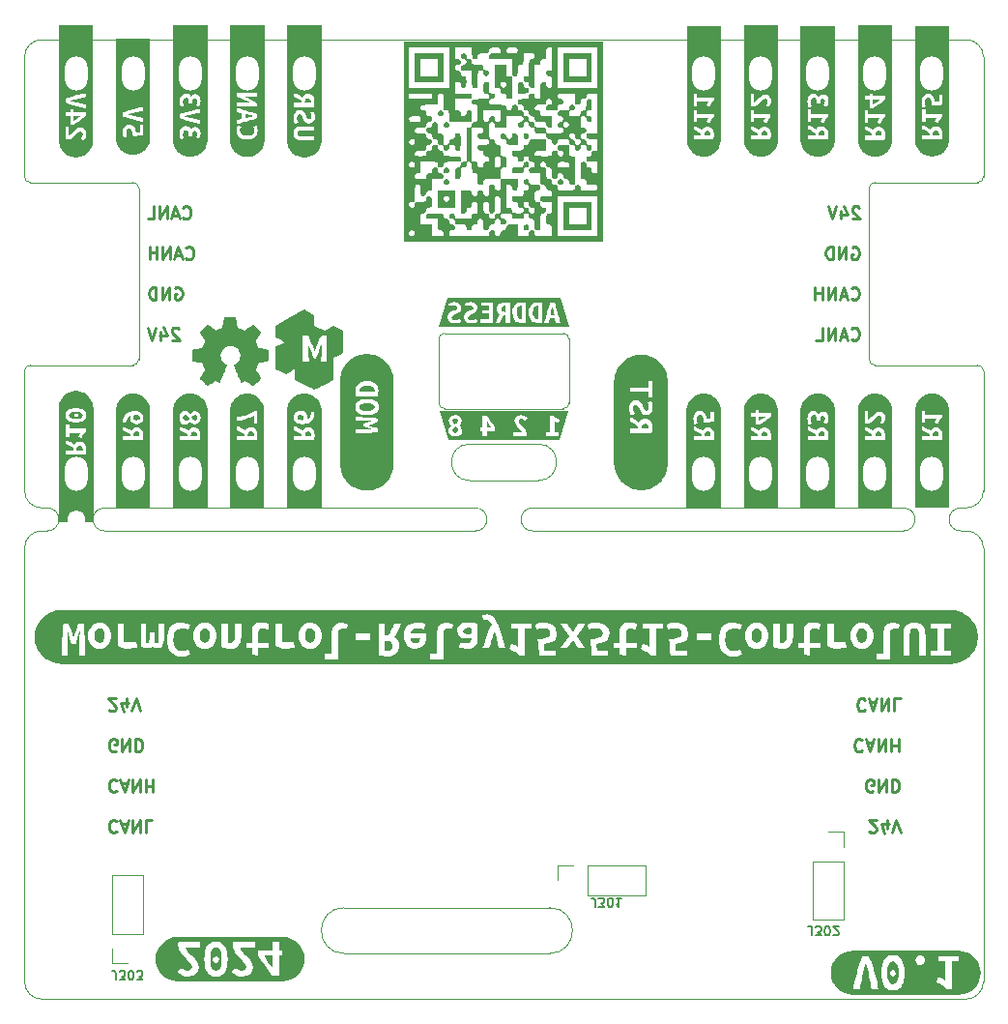
<source format=gbo>
G04 #@! TF.GenerationSoftware,KiCad,Pcbnew,6.0.10+dfsg-1~bpo11+1*
G04 #@! TF.CreationDate,2025-01-07T03:16:20+00:00*
G04 #@! TF.ProjectId,project,70726f6a-6563-4742-9e6b-696361645f70,rev?*
G04 #@! TF.SameCoordinates,Original*
G04 #@! TF.FileFunction,Legend,Bot*
G04 #@! TF.FilePolarity,Positive*
%FSLAX46Y46*%
G04 Gerber Fmt 4.6, Leading zero omitted, Abs format (unit mm)*
G04 Created by KiCad (PCBNEW 6.0.10+dfsg-1~bpo11+1) date 2025-01-07 03:16:20*
%MOMM*%
%LPD*%
G01*
G04 APERTURE LIST*
G04 #@! TA.AperFunction,Profile*
%ADD10C,0.100000*%
G04 #@! TD*
%ADD11C,0.275000*%
%ADD12C,0.150000*%
%ADD13C,0.010000*%
%ADD14C,0.120000*%
%ADD15O,2.000000X3.000000*%
%ADD16O,3.600000X1.800000*%
%ADD17C,5.000000*%
%ADD18C,6.400000*%
%ADD19C,0.900000*%
%ADD20C,1.552000*%
%ADD21R,1.700000X1.700000*%
%ADD22O,1.700000X1.700000*%
G04 APERTURE END LIST*
D10*
X208262500Y-111537500D02*
G75*
G03*
X208262500Y-113537500I0J-1000000D01*
G01*
X127762500Y-70537500D02*
G75*
G03*
X126262500Y-72037500I0J-1500000D01*
G01*
X127762500Y-113537500D02*
X128262500Y-113537500D01*
X172262500Y-150537500D02*
G75*
G03*
X172262500Y-146537500I0J2000000D01*
G01*
X171262500Y-109137500D02*
G75*
G03*
X171262500Y-105937500I0J1600000D01*
G01*
X133262500Y-113537500D02*
X165762500Y-113537500D01*
X173462500Y-102837500D02*
X163062500Y-102837500D01*
X165262500Y-105937500D02*
G75*
G03*
X165262500Y-109137500I0J-1600000D01*
G01*
X210262500Y-72037500D02*
G75*
G03*
X208762500Y-70537500I-1500000J0D01*
G01*
X126262500Y-99537500D02*
X126262500Y-110037500D01*
X165762500Y-111537500D02*
X133262500Y-111537500D01*
X200262500Y-98537500D02*
X200262500Y-83537500D01*
X208762500Y-154537500D02*
G75*
G03*
X210262500Y-153037500I0J1500000D01*
G01*
X203262500Y-111537500D02*
X170762500Y-111537500D01*
X126262500Y-153037500D02*
X126262500Y-115037500D01*
X200762500Y-83037500D02*
X209762500Y-83037500D01*
X210262500Y-115037500D02*
X210262500Y-153037500D01*
X127762500Y-113537500D02*
G75*
G03*
X126262500Y-115037500I0J-1500000D01*
G01*
X208762500Y-70537500D02*
X127762500Y-70537500D01*
X182062500Y-107537500D02*
G75*
G03*
X182062500Y-107537500I-1800000J0D01*
G01*
X133262500Y-111537500D02*
G75*
G03*
X133262500Y-113537500I0J-1000000D01*
G01*
X162562500Y-102337500D02*
X162562500Y-96737500D01*
X173962500Y-96737500D02*
G75*
G03*
X173462500Y-96237500I-500000J0D01*
G01*
X209762500Y-99037500D02*
X200762500Y-99037500D01*
X163062500Y-96237500D02*
G75*
G03*
X162562500Y-96737500I0J-500000D01*
G01*
X158062500Y-107537500D02*
G75*
G03*
X158062500Y-107537500I-1800000J0D01*
G01*
X135762500Y-99037500D02*
G75*
G03*
X136262500Y-98537500I0J500000D01*
G01*
X173462500Y-102837500D02*
G75*
G03*
X173962500Y-102337500I0J500000D01*
G01*
X165262500Y-105937500D02*
X171262500Y-105937500D01*
X200262500Y-98537500D02*
G75*
G03*
X200762500Y-99037500I500000J0D01*
G01*
X135762500Y-99037500D02*
X126762500Y-99037500D01*
X170762500Y-113537500D02*
X203262500Y-113537500D01*
X126262500Y-110037500D02*
G75*
G03*
X127762500Y-111537500I1500000J0D01*
G01*
X210262500Y-82537500D02*
X210262500Y-72037500D01*
X172262500Y-150537500D02*
X154262500Y-150537500D01*
X126262500Y-82537500D02*
G75*
G03*
X126762500Y-83037500I500000J0D01*
G01*
X208762500Y-111537500D02*
X208262500Y-111537500D01*
X126262500Y-153037500D02*
G75*
G03*
X127762500Y-154537500I1500000J0D01*
G01*
X171262500Y-109137500D02*
X165262500Y-109137500D01*
X154262500Y-146537500D02*
X172262500Y-146537500D01*
X165762500Y-113537500D02*
G75*
G03*
X165762500Y-111537500I0J1000000D01*
G01*
X126762500Y-99037500D02*
G75*
G03*
X126262500Y-99537500I0J-500000D01*
G01*
X208262500Y-113537500D02*
X208762500Y-113537500D01*
X200762500Y-83037500D02*
G75*
G03*
X200262500Y-83537500I0J-500000D01*
G01*
X203262500Y-113537500D02*
G75*
G03*
X203262500Y-111537500I0J1000000D01*
G01*
X173962500Y-96737500D02*
X173962500Y-102337500D01*
X208762500Y-111537500D02*
G75*
G03*
X210262500Y-110037500I0J1500000D01*
G01*
X136262500Y-83537500D02*
X136262500Y-98537500D01*
X128262500Y-113537500D02*
G75*
G03*
X128262500Y-111537500I0J1000000D01*
G01*
X170762500Y-111537500D02*
G75*
G03*
X170762500Y-113537500I0J-1000000D01*
G01*
X126262500Y-72037500D02*
X126262500Y-82537500D01*
X154262500Y-146537500D02*
G75*
G03*
X154262500Y-150537500I0J-2000000D01*
G01*
X210262500Y-115037500D02*
G75*
G03*
X208762500Y-113537500I-1500000J0D01*
G01*
X209762500Y-83037500D02*
G75*
G03*
X210262500Y-82537500I0J500000D01*
G01*
X136262500Y-83537500D02*
G75*
G03*
X135762500Y-83037500I-500000J0D01*
G01*
X210262500Y-99537500D02*
X210262500Y-110037500D01*
X163062500Y-96237500D02*
X173462500Y-96237500D01*
X127762500Y-111537500D02*
X128262500Y-111537500D01*
X126762500Y-83037500D02*
X135762500Y-83037500D01*
X162562500Y-102337500D02*
G75*
G03*
X163062500Y-102837500I500000J0D01*
G01*
X208762500Y-154537500D02*
X127762500Y-154537500D01*
X210262500Y-99537500D02*
G75*
G03*
X209762500Y-99037500I-500000J0D01*
G01*
D11*
X140136488Y-86117357D02*
X140188869Y-86169738D01*
X140346011Y-86222119D01*
X140450773Y-86222119D01*
X140607916Y-86169738D01*
X140712678Y-86064976D01*
X140765059Y-85960214D01*
X140817440Y-85750690D01*
X140817440Y-85593547D01*
X140765059Y-85384023D01*
X140712678Y-85279261D01*
X140607916Y-85174500D01*
X140450773Y-85122119D01*
X140346011Y-85122119D01*
X140188869Y-85174500D01*
X140136488Y-85226880D01*
X139717440Y-85907833D02*
X139193630Y-85907833D01*
X139822202Y-86222119D02*
X139455535Y-85122119D01*
X139088869Y-86222119D01*
X138722202Y-86222119D02*
X138722202Y-85122119D01*
X138093630Y-86222119D01*
X138093630Y-85122119D01*
X137046011Y-86222119D02*
X137569821Y-86222119D01*
X137569821Y-85122119D01*
X140398392Y-89659357D02*
X140450773Y-89711738D01*
X140607916Y-89764119D01*
X140712678Y-89764119D01*
X140869821Y-89711738D01*
X140974583Y-89606976D01*
X141026964Y-89502214D01*
X141079345Y-89292690D01*
X141079345Y-89135547D01*
X141026964Y-88926023D01*
X140974583Y-88821261D01*
X140869821Y-88716500D01*
X140712678Y-88664119D01*
X140607916Y-88664119D01*
X140450773Y-88716500D01*
X140398392Y-88768880D01*
X139979345Y-89449833D02*
X139455535Y-89449833D01*
X140084107Y-89764119D02*
X139717440Y-88664119D01*
X139350773Y-89764119D01*
X138984107Y-89764119D02*
X138984107Y-88664119D01*
X138355535Y-89764119D01*
X138355535Y-88664119D01*
X137831726Y-89764119D02*
X137831726Y-88664119D01*
X137831726Y-89187928D02*
X137203154Y-89187928D01*
X137203154Y-89764119D02*
X137203154Y-88664119D01*
X139455535Y-92258500D02*
X139560297Y-92206119D01*
X139717440Y-92206119D01*
X139874583Y-92258500D01*
X139979345Y-92363261D01*
X140031726Y-92468023D01*
X140084107Y-92677547D01*
X140084107Y-92834690D01*
X140031726Y-93044214D01*
X139979345Y-93148976D01*
X139874583Y-93253738D01*
X139717440Y-93306119D01*
X139612678Y-93306119D01*
X139455535Y-93253738D01*
X139403154Y-93201357D01*
X139403154Y-92834690D01*
X139612678Y-92834690D01*
X138931726Y-93306119D02*
X138931726Y-92206119D01*
X138303154Y-93306119D01*
X138303154Y-92206119D01*
X137779345Y-93306119D02*
X137779345Y-92206119D01*
X137517440Y-92206119D01*
X137360297Y-92258500D01*
X137255535Y-92363261D01*
X137203154Y-92468023D01*
X137150773Y-92677547D01*
X137150773Y-92834690D01*
X137203154Y-93044214D01*
X137255535Y-93148976D01*
X137360297Y-93253738D01*
X137517440Y-93306119D01*
X137779345Y-93306119D01*
X139769821Y-95852880D02*
X139717440Y-95800500D01*
X139612678Y-95748119D01*
X139350773Y-95748119D01*
X139246011Y-95800500D01*
X139193630Y-95852880D01*
X139141250Y-95957642D01*
X139141250Y-96062404D01*
X139193630Y-96219547D01*
X139822202Y-96848119D01*
X139141250Y-96848119D01*
X138198392Y-96114785D02*
X138198392Y-96848119D01*
X138460297Y-95695738D02*
X138722202Y-96481452D01*
X138041250Y-96481452D01*
X137779345Y-95748119D02*
X137412678Y-96848119D01*
X137046011Y-95748119D01*
X200255178Y-139848119D02*
X200307559Y-139900500D01*
X200412321Y-139952880D01*
X200674226Y-139952880D01*
X200778988Y-139900500D01*
X200831369Y-139848119D01*
X200883750Y-139743357D01*
X200883750Y-139638595D01*
X200831369Y-139481452D01*
X200202797Y-138852880D01*
X200883750Y-138852880D01*
X201826607Y-139586214D02*
X201826607Y-138852880D01*
X201564702Y-140005261D02*
X201302797Y-139219547D01*
X201983750Y-139219547D01*
X202245654Y-139952880D02*
X202612321Y-138852880D01*
X202978988Y-139952880D01*
X200569464Y-136358500D02*
X200464702Y-136410880D01*
X200307559Y-136410880D01*
X200150416Y-136358500D01*
X200045654Y-136253738D01*
X199993273Y-136148976D01*
X199940892Y-135939452D01*
X199940892Y-135782309D01*
X199993273Y-135572785D01*
X200045654Y-135468023D01*
X200150416Y-135363261D01*
X200307559Y-135310880D01*
X200412321Y-135310880D01*
X200569464Y-135363261D01*
X200621845Y-135415642D01*
X200621845Y-135782309D01*
X200412321Y-135782309D01*
X201093273Y-135310880D02*
X201093273Y-136410880D01*
X201721845Y-135310880D01*
X201721845Y-136410880D01*
X202245654Y-135310880D02*
X202245654Y-136410880D01*
X202507559Y-136410880D01*
X202664702Y-136358500D01*
X202769464Y-136253738D01*
X202821845Y-136148976D01*
X202874226Y-135939452D01*
X202874226Y-135782309D01*
X202821845Y-135572785D01*
X202769464Y-135468023D01*
X202664702Y-135363261D01*
X202507559Y-135310880D01*
X202245654Y-135310880D01*
X199626607Y-131873642D02*
X199574226Y-131821261D01*
X199417083Y-131768880D01*
X199312321Y-131768880D01*
X199155178Y-131821261D01*
X199050416Y-131926023D01*
X198998035Y-132030785D01*
X198945654Y-132240309D01*
X198945654Y-132397452D01*
X198998035Y-132606976D01*
X199050416Y-132711738D01*
X199155178Y-132816500D01*
X199312321Y-132868880D01*
X199417083Y-132868880D01*
X199574226Y-132816500D01*
X199626607Y-132764119D01*
X200045654Y-132083166D02*
X200569464Y-132083166D01*
X199940892Y-131768880D02*
X200307559Y-132868880D01*
X200674226Y-131768880D01*
X201040892Y-131768880D02*
X201040892Y-132868880D01*
X201669464Y-131768880D01*
X201669464Y-132868880D01*
X202193273Y-131768880D02*
X202193273Y-132868880D01*
X202193273Y-132345071D02*
X202821845Y-132345071D01*
X202821845Y-131768880D02*
X202821845Y-132868880D01*
X199888511Y-128331642D02*
X199836130Y-128279261D01*
X199678988Y-128226880D01*
X199574226Y-128226880D01*
X199417083Y-128279261D01*
X199312321Y-128384023D01*
X199259940Y-128488785D01*
X199207559Y-128698309D01*
X199207559Y-128855452D01*
X199259940Y-129064976D01*
X199312321Y-129169738D01*
X199417083Y-129274500D01*
X199574226Y-129326880D01*
X199678988Y-129326880D01*
X199836130Y-129274500D01*
X199888511Y-129222119D01*
X200307559Y-128541166D02*
X200831369Y-128541166D01*
X200202797Y-128226880D02*
X200569464Y-129326880D01*
X200936130Y-128226880D01*
X201302797Y-128226880D02*
X201302797Y-129326880D01*
X201931369Y-128226880D01*
X201931369Y-129326880D01*
X202978988Y-128226880D02*
X202455178Y-128226880D01*
X202455178Y-129326880D01*
X199374226Y-85226880D02*
X199321845Y-85174500D01*
X199217083Y-85122119D01*
X198955178Y-85122119D01*
X198850416Y-85174500D01*
X198798035Y-85226880D01*
X198745654Y-85331642D01*
X198745654Y-85436404D01*
X198798035Y-85593547D01*
X199426607Y-86222119D01*
X198745654Y-86222119D01*
X197802797Y-85488785D02*
X197802797Y-86222119D01*
X198064702Y-85069738D02*
X198326607Y-85855452D01*
X197645654Y-85855452D01*
X197383750Y-85122119D02*
X197017083Y-86222119D01*
X196650416Y-85122119D01*
X198745654Y-88716500D02*
X198850416Y-88664119D01*
X199007559Y-88664119D01*
X199164702Y-88716500D01*
X199269464Y-88821261D01*
X199321845Y-88926023D01*
X199374226Y-89135547D01*
X199374226Y-89292690D01*
X199321845Y-89502214D01*
X199269464Y-89606976D01*
X199164702Y-89711738D01*
X199007559Y-89764119D01*
X198902797Y-89764119D01*
X198745654Y-89711738D01*
X198693273Y-89659357D01*
X198693273Y-89292690D01*
X198902797Y-89292690D01*
X198221845Y-89764119D02*
X198221845Y-88664119D01*
X197593273Y-89764119D01*
X197593273Y-88664119D01*
X197069464Y-89764119D02*
X197069464Y-88664119D01*
X196807559Y-88664119D01*
X196650416Y-88716500D01*
X196545654Y-88821261D01*
X196493273Y-88926023D01*
X196440892Y-89135547D01*
X196440892Y-89292690D01*
X196493273Y-89502214D01*
X196545654Y-89606976D01*
X196650416Y-89711738D01*
X196807559Y-89764119D01*
X197069464Y-89764119D01*
X198693273Y-93201357D02*
X198745654Y-93253738D01*
X198902797Y-93306119D01*
X199007559Y-93306119D01*
X199164702Y-93253738D01*
X199269464Y-93148976D01*
X199321845Y-93044214D01*
X199374226Y-92834690D01*
X199374226Y-92677547D01*
X199321845Y-92468023D01*
X199269464Y-92363261D01*
X199164702Y-92258500D01*
X199007559Y-92206119D01*
X198902797Y-92206119D01*
X198745654Y-92258500D01*
X198693273Y-92310880D01*
X198274226Y-92991833D02*
X197750416Y-92991833D01*
X198378988Y-93306119D02*
X198012321Y-92206119D01*
X197645654Y-93306119D01*
X197278988Y-93306119D02*
X197278988Y-92206119D01*
X196650416Y-93306119D01*
X196650416Y-92206119D01*
X196126607Y-93306119D02*
X196126607Y-92206119D01*
X196126607Y-92729928D02*
X195498035Y-92729928D01*
X195498035Y-93306119D02*
X195498035Y-92206119D01*
X198693273Y-96743357D02*
X198745654Y-96795738D01*
X198902797Y-96848119D01*
X199007559Y-96848119D01*
X199164702Y-96795738D01*
X199269464Y-96690976D01*
X199321845Y-96586214D01*
X199374226Y-96376690D01*
X199374226Y-96219547D01*
X199321845Y-96010023D01*
X199269464Y-95905261D01*
X199164702Y-95800500D01*
X199007559Y-95748119D01*
X198902797Y-95748119D01*
X198745654Y-95800500D01*
X198693273Y-95852880D01*
X198274226Y-96533833D02*
X197750416Y-96533833D01*
X198378988Y-96848119D02*
X198012321Y-95748119D01*
X197645654Y-96848119D01*
X197278988Y-96848119D02*
X197278988Y-95748119D01*
X196650416Y-96848119D01*
X196650416Y-95748119D01*
X195602797Y-96848119D02*
X196126607Y-96848119D01*
X196126607Y-95748119D01*
X134331726Y-138957642D02*
X134279345Y-138905261D01*
X134122202Y-138852880D01*
X134017440Y-138852880D01*
X133860297Y-138905261D01*
X133755535Y-139010023D01*
X133703154Y-139114785D01*
X133650773Y-139324309D01*
X133650773Y-139481452D01*
X133703154Y-139690976D01*
X133755535Y-139795738D01*
X133860297Y-139900500D01*
X134017440Y-139952880D01*
X134122202Y-139952880D01*
X134279345Y-139900500D01*
X134331726Y-139848119D01*
X134750773Y-139167166D02*
X135274583Y-139167166D01*
X134646011Y-138852880D02*
X135012678Y-139952880D01*
X135379345Y-138852880D01*
X135746011Y-138852880D02*
X135746011Y-139952880D01*
X136374583Y-138852880D01*
X136374583Y-139952880D01*
X137422202Y-138852880D02*
X136898392Y-138852880D01*
X136898392Y-139952880D01*
X134331726Y-135415642D02*
X134279345Y-135363261D01*
X134122202Y-135310880D01*
X134017440Y-135310880D01*
X133860297Y-135363261D01*
X133755535Y-135468023D01*
X133703154Y-135572785D01*
X133650773Y-135782309D01*
X133650773Y-135939452D01*
X133703154Y-136148976D01*
X133755535Y-136253738D01*
X133860297Y-136358500D01*
X134017440Y-136410880D01*
X134122202Y-136410880D01*
X134279345Y-136358500D01*
X134331726Y-136306119D01*
X134750773Y-135625166D02*
X135274583Y-135625166D01*
X134646011Y-135310880D02*
X135012678Y-136410880D01*
X135379345Y-135310880D01*
X135746011Y-135310880D02*
X135746011Y-136410880D01*
X136374583Y-135310880D01*
X136374583Y-136410880D01*
X136898392Y-135310880D02*
X136898392Y-136410880D01*
X136898392Y-135887071D02*
X137526964Y-135887071D01*
X137526964Y-135310880D02*
X137526964Y-136410880D01*
X134279345Y-132816500D02*
X134174583Y-132868880D01*
X134017440Y-132868880D01*
X133860297Y-132816500D01*
X133755535Y-132711738D01*
X133703154Y-132606976D01*
X133650773Y-132397452D01*
X133650773Y-132240309D01*
X133703154Y-132030785D01*
X133755535Y-131926023D01*
X133860297Y-131821261D01*
X134017440Y-131768880D01*
X134122202Y-131768880D01*
X134279345Y-131821261D01*
X134331726Y-131873642D01*
X134331726Y-132240309D01*
X134122202Y-132240309D01*
X134803154Y-131768880D02*
X134803154Y-132868880D01*
X135431726Y-131768880D01*
X135431726Y-132868880D01*
X135955535Y-131768880D02*
X135955535Y-132868880D01*
X136217440Y-132868880D01*
X136374583Y-132816500D01*
X136479345Y-132711738D01*
X136531726Y-132606976D01*
X136584107Y-132397452D01*
X136584107Y-132240309D01*
X136531726Y-132030785D01*
X136479345Y-131926023D01*
X136374583Y-131821261D01*
X136217440Y-131768880D01*
X135955535Y-131768880D01*
X133650773Y-129222119D02*
X133703154Y-129274500D01*
X133807916Y-129326880D01*
X134069821Y-129326880D01*
X134174583Y-129274500D01*
X134226964Y-129222119D01*
X134279345Y-129117357D01*
X134279345Y-129012595D01*
X134226964Y-128855452D01*
X133598392Y-128226880D01*
X134279345Y-128226880D01*
X135222202Y-128960214D02*
X135222202Y-128226880D01*
X134960297Y-129379261D02*
X134698392Y-128593547D01*
X135379345Y-128593547D01*
X135641250Y-129326880D02*
X136007916Y-128226880D01*
X136374583Y-129326880D01*
D12*
X134263928Y-152850595D02*
X134263928Y-152279166D01*
X134225833Y-152164880D01*
X134149642Y-152088690D01*
X134035357Y-152050595D01*
X133959166Y-152050595D01*
X134568690Y-152850595D02*
X135063928Y-152850595D01*
X134797261Y-152545833D01*
X134911547Y-152545833D01*
X134987738Y-152507738D01*
X135025833Y-152469642D01*
X135063928Y-152393452D01*
X135063928Y-152202976D01*
X135025833Y-152126785D01*
X134987738Y-152088690D01*
X134911547Y-152050595D01*
X134682976Y-152050595D01*
X134606785Y-152088690D01*
X134568690Y-152126785D01*
X135559166Y-152850595D02*
X135635357Y-152850595D01*
X135711547Y-152812500D01*
X135749642Y-152774404D01*
X135787738Y-152698214D01*
X135825833Y-152545833D01*
X135825833Y-152355357D01*
X135787738Y-152202976D01*
X135749642Y-152126785D01*
X135711547Y-152088690D01*
X135635357Y-152050595D01*
X135559166Y-152050595D01*
X135482976Y-152088690D01*
X135444880Y-152126785D01*
X135406785Y-152202976D01*
X135368690Y-152355357D01*
X135368690Y-152545833D01*
X135406785Y-152698214D01*
X135444880Y-152774404D01*
X135482976Y-152812500D01*
X135559166Y-152850595D01*
X136092500Y-152850595D02*
X136587738Y-152850595D01*
X136321071Y-152545833D01*
X136435357Y-152545833D01*
X136511547Y-152507738D01*
X136549642Y-152469642D01*
X136587738Y-152393452D01*
X136587738Y-152202976D01*
X136549642Y-152126785D01*
X136511547Y-152088690D01*
X136435357Y-152050595D01*
X136206785Y-152050595D01*
X136130595Y-152088690D01*
X136092500Y-152126785D01*
X176233928Y-146475595D02*
X176233928Y-145904166D01*
X176195833Y-145789880D01*
X176119642Y-145713690D01*
X176005357Y-145675595D01*
X175929166Y-145675595D01*
X176538690Y-146475595D02*
X177033928Y-146475595D01*
X176767261Y-146170833D01*
X176881547Y-146170833D01*
X176957738Y-146132738D01*
X176995833Y-146094642D01*
X177033928Y-146018452D01*
X177033928Y-145827976D01*
X176995833Y-145751785D01*
X176957738Y-145713690D01*
X176881547Y-145675595D01*
X176652976Y-145675595D01*
X176576785Y-145713690D01*
X176538690Y-145751785D01*
X177529166Y-146475595D02*
X177605357Y-146475595D01*
X177681547Y-146437500D01*
X177719642Y-146399404D01*
X177757738Y-146323214D01*
X177795833Y-146170833D01*
X177795833Y-145980357D01*
X177757738Y-145827976D01*
X177719642Y-145751785D01*
X177681547Y-145713690D01*
X177605357Y-145675595D01*
X177529166Y-145675595D01*
X177452976Y-145713690D01*
X177414880Y-145751785D01*
X177376785Y-145827976D01*
X177338690Y-145980357D01*
X177338690Y-146170833D01*
X177376785Y-146323214D01*
X177414880Y-146399404D01*
X177452976Y-146437500D01*
X177529166Y-146475595D01*
X178557738Y-145675595D02*
X178100595Y-145675595D01*
X178329166Y-145675595D02*
X178329166Y-146475595D01*
X178252976Y-146361309D01*
X178176785Y-146285119D01*
X178100595Y-146247023D01*
X195233928Y-148975595D02*
X195233928Y-148404166D01*
X195195833Y-148289880D01*
X195119642Y-148213690D01*
X195005357Y-148175595D01*
X194929166Y-148175595D01*
X195538690Y-148975595D02*
X196033928Y-148975595D01*
X195767261Y-148670833D01*
X195881547Y-148670833D01*
X195957738Y-148632738D01*
X195995833Y-148594642D01*
X196033928Y-148518452D01*
X196033928Y-148327976D01*
X195995833Y-148251785D01*
X195957738Y-148213690D01*
X195881547Y-148175595D01*
X195652976Y-148175595D01*
X195576785Y-148213690D01*
X195538690Y-148251785D01*
X196529166Y-148975595D02*
X196605357Y-148975595D01*
X196681547Y-148937500D01*
X196719642Y-148899404D01*
X196757738Y-148823214D01*
X196795833Y-148670833D01*
X196795833Y-148480357D01*
X196757738Y-148327976D01*
X196719642Y-148251785D01*
X196681547Y-148213690D01*
X196605357Y-148175595D01*
X196529166Y-148175595D01*
X196452976Y-148213690D01*
X196414880Y-148251785D01*
X196376785Y-148327976D01*
X196338690Y-148480357D01*
X196338690Y-148670833D01*
X196376785Y-148823214D01*
X196414880Y-148899404D01*
X196452976Y-148937500D01*
X196529166Y-148975595D01*
X197100595Y-148899404D02*
X197138690Y-148937500D01*
X197214880Y-148975595D01*
X197405357Y-148975595D01*
X197481547Y-148937500D01*
X197519642Y-148899404D01*
X197557738Y-148823214D01*
X197557738Y-148747023D01*
X197519642Y-148632738D01*
X197062500Y-148175595D01*
X197557738Y-148175595D01*
G36*
X151209699Y-75678890D02*
G01*
X151293995Y-75743183D01*
X151343287Y-75842482D01*
X151359718Y-75968926D01*
X151358289Y-76017503D01*
X151351145Y-76074653D01*
X150819650Y-76074653D01*
X150819650Y-75997501D01*
X150837152Y-75842482D01*
X150889659Y-75737468D01*
X151088255Y-75657458D01*
X151209699Y-75678890D01*
G37*
G36*
X152280785Y-69229988D02*
G01*
X152280785Y-79326727D01*
X152273474Y-79475545D01*
X152251612Y-79622929D01*
X152215408Y-79767461D01*
X152165212Y-79907749D01*
X152101508Y-80042441D01*
X152024908Y-80170241D01*
X151936150Y-80289916D01*
X151836090Y-80400316D01*
X151725690Y-80500377D01*
X151606014Y-80589134D01*
X151478215Y-80665734D01*
X151343523Y-80729439D01*
X151203235Y-80779635D01*
X151058703Y-80815838D01*
X150911318Y-80837701D01*
X150762500Y-80845012D01*
X150613682Y-80837701D01*
X150466297Y-80815838D01*
X150321765Y-80779635D01*
X150181477Y-80729439D01*
X150046785Y-80665734D01*
X149918986Y-80589134D01*
X149799310Y-80500377D01*
X149688910Y-80400316D01*
X149588850Y-80289916D01*
X149500092Y-80170241D01*
X149423492Y-80042441D01*
X149359788Y-79907749D01*
X149309592Y-79767461D01*
X149273388Y-79622929D01*
X149251526Y-79475545D01*
X149244215Y-79326727D01*
X149244215Y-78729271D01*
X149839528Y-78729271D01*
X149851315Y-78886791D01*
X149886676Y-79016450D01*
X150022408Y-79200758D01*
X150120277Y-79259337D01*
X150236720Y-79297913D01*
X150369594Y-79319345D01*
X150516755Y-79326488D01*
X151645468Y-79326488D01*
X151645468Y-78972158D01*
X150539615Y-78972158D01*
X150352449Y-78960728D01*
X150231005Y-78922152D01*
X150165283Y-78846428D01*
X150145280Y-78723556D01*
X150165283Y-78600683D01*
X150232434Y-78523531D01*
X150355306Y-78483526D01*
X150542473Y-78472096D01*
X151645468Y-78472096D01*
X151645468Y-78120623D01*
X150516755Y-78120623D01*
X150369594Y-78127767D01*
X150236720Y-78149198D01*
X150120277Y-78188489D01*
X150022408Y-78249211D01*
X149944183Y-78332078D01*
X149886676Y-78437806D01*
X149851315Y-78569251D01*
X149839528Y-78729271D01*
X149244215Y-78729271D01*
X149244215Y-77346241D01*
X149839528Y-77346241D01*
X149851315Y-77544123D01*
X149886676Y-77697713D01*
X149973830Y-77894881D01*
X150259580Y-77792011D01*
X150173855Y-77607702D01*
X150143851Y-77488759D01*
X150133850Y-77346241D01*
X150152424Y-77199080D01*
X150203859Y-77106211D01*
X150278154Y-77059062D01*
X150362450Y-77046203D01*
X150459605Y-77077636D01*
X150535329Y-77157646D01*
X150595336Y-77266231D01*
X150645343Y-77386246D01*
X150711065Y-77551981D01*
X150805363Y-77707715D01*
X150946809Y-77823443D01*
X151156835Y-77869163D01*
X151378291Y-77828801D01*
X151545455Y-77707715D01*
X151623243Y-77586588D01*
X151669915Y-77438475D01*
X151685473Y-77263373D01*
X151676186Y-77110854D01*
X151648325Y-76979052D01*
X151565458Y-76774741D01*
X151293995Y-76877611D01*
X151362575Y-77036202D01*
X151391150Y-77237656D01*
X151368608Y-77393231D01*
X151300980Y-77486576D01*
X151188268Y-77517691D01*
X151098256Y-77489116D01*
X151029676Y-77416250D01*
X150976813Y-77316237D01*
X150933950Y-77206223D01*
X150863941Y-77033345D01*
X150761071Y-76867610D01*
X150601051Y-76743308D01*
X150492823Y-76706875D01*
X150359593Y-76694731D01*
X150139208Y-76735093D01*
X149975259Y-76856180D01*
X149899853Y-76982386D01*
X149854609Y-77145740D01*
X149839528Y-77346241D01*
X149244215Y-77346241D01*
X149244215Y-75551731D01*
X149876675Y-75551731D01*
X150044910Y-75622811D01*
X150206716Y-75704607D01*
X150366379Y-75794976D01*
X150528185Y-75891773D01*
X150528185Y-76074653D01*
X149876675Y-76074653D01*
X149876675Y-76426126D01*
X151619750Y-76426126D01*
X151641181Y-76313255D01*
X151655469Y-76188953D01*
X151662613Y-76068938D01*
X151665470Y-75968926D01*
X151656898Y-75824622D01*
X151631180Y-75694606D01*
X151587603Y-75580306D01*
X151525453Y-75483151D01*
X151344001Y-75347420D01*
X151224343Y-75312058D01*
X151085398Y-75300271D01*
X150938236Y-75315987D01*
X150805363Y-75363136D01*
X150694634Y-75446718D01*
X150613910Y-75571733D01*
X150449604Y-75468863D01*
X150261009Y-75363136D01*
X150063841Y-75264552D01*
X149876675Y-75183113D01*
X149876675Y-75551731D01*
X149244215Y-75551731D01*
X149244215Y-69229988D01*
X152280785Y-69229988D01*
G37*
G36*
X144799775Y-95306431D02*
G01*
X144883595Y-95751055D01*
X145502167Y-96006051D01*
X145873207Y-95753746D01*
X145946644Y-95704006D01*
X146043999Y-95638718D01*
X146128287Y-95582954D01*
X146195131Y-95539578D01*
X146240154Y-95511453D01*
X146258978Y-95501442D01*
X146270539Y-95508561D01*
X146305096Y-95538394D01*
X146357394Y-95587352D01*
X146423000Y-95650940D01*
X146497483Y-95724663D01*
X146576413Y-95804025D01*
X146655356Y-95884531D01*
X146729884Y-95961685D01*
X146795563Y-96030993D01*
X146847963Y-96087957D01*
X146882653Y-96128084D01*
X146895201Y-96146877D01*
X146892282Y-96154951D01*
X146872071Y-96190969D01*
X146835163Y-96250244D01*
X146784550Y-96328130D01*
X146723225Y-96419981D01*
X146654179Y-96521150D01*
X146616287Y-96576326D01*
X146551106Y-96672384D01*
X146495223Y-96756217D01*
X146451617Y-96823277D01*
X146423269Y-96869019D01*
X146413157Y-96888896D01*
X146413323Y-96889997D01*
X146422243Y-96915194D01*
X146442706Y-96966647D01*
X146471860Y-97037635D01*
X146506853Y-97121435D01*
X146544832Y-97211328D01*
X146582945Y-97300591D01*
X146618339Y-97382503D01*
X146648162Y-97450343D01*
X146669561Y-97497390D01*
X146679684Y-97516922D01*
X146685674Y-97518655D01*
X146722066Y-97526469D01*
X146786927Y-97539415D01*
X146875065Y-97556479D01*
X146981287Y-97576651D01*
X147100402Y-97598918D01*
X147163183Y-97610723D01*
X147278412Y-97633248D01*
X147379162Y-97654050D01*
X147459926Y-97671935D01*
X147515198Y-97685708D01*
X147539471Y-97694174D01*
X147543831Y-97702566D01*
X147551063Y-97743572D01*
X147556746Y-97811868D01*
X147560882Y-97901029D01*
X147563477Y-98004628D01*
X147564536Y-98116240D01*
X147564061Y-98229438D01*
X147562059Y-98337796D01*
X147558533Y-98434889D01*
X147553487Y-98514290D01*
X147546927Y-98569572D01*
X147538856Y-98594310D01*
X147533958Y-98597100D01*
X147497430Y-98609069D01*
X147434065Y-98624905D01*
X147351186Y-98642874D01*
X147256118Y-98661241D01*
X147224042Y-98667091D01*
X147075893Y-98694298D01*
X146959461Y-98716163D01*
X146870709Y-98733593D01*
X146805603Y-98747496D01*
X146760106Y-98758777D01*
X146730182Y-98768343D01*
X146711794Y-98777101D01*
X146700907Y-98785957D01*
X146699642Y-98787443D01*
X146681838Y-98818431D01*
X146655494Y-98875134D01*
X146623161Y-98950899D01*
X146587393Y-99039074D01*
X146550744Y-99133007D01*
X146515766Y-99226047D01*
X146485013Y-99311541D01*
X146461038Y-99382836D01*
X146446395Y-99433282D01*
X146443636Y-99456226D01*
X146445481Y-99459203D01*
X146464575Y-99487993D01*
X146500484Y-99541095D01*
X146549878Y-99613617D01*
X146609427Y-99700667D01*
X146675803Y-99797354D01*
X146694020Y-99823956D01*
X146758077Y-99919375D01*
X146813437Y-100004712D01*
X146856939Y-100074905D01*
X146885424Y-100124894D01*
X146895732Y-100149616D01*
X146893511Y-100156116D01*
X146870358Y-100188144D01*
X146824677Y-100240445D01*
X146759741Y-100309499D01*
X146678819Y-100391786D01*
X146585185Y-100483786D01*
X146531665Y-100535281D01*
X146447042Y-100615483D01*
X146372975Y-100684178D01*
X146313441Y-100737752D01*
X146272417Y-100772585D01*
X146253881Y-100785063D01*
X146241146Y-100780438D01*
X146201936Y-100758557D01*
X146144995Y-100722773D01*
X146077750Y-100677617D01*
X146029938Y-100644665D01*
X145934485Y-100579227D01*
X145832625Y-100509728D01*
X145739588Y-100446575D01*
X145557332Y-100323300D01*
X145404341Y-100406020D01*
X145368317Y-100425113D01*
X145302803Y-100457772D01*
X145252140Y-100480319D01*
X145225064Y-100488726D01*
X145216203Y-100477930D01*
X145194199Y-100436823D01*
X145161699Y-100369049D01*
X145120510Y-100278909D01*
X145072442Y-100170705D01*
X145019302Y-100048737D01*
X144962899Y-99917308D01*
X144905042Y-99780718D01*
X144847538Y-99643267D01*
X144792197Y-99509258D01*
X144740826Y-99382991D01*
X144695235Y-99268768D01*
X144657232Y-99170890D01*
X144628624Y-99093657D01*
X144611221Y-99041371D01*
X144606831Y-99018333D01*
X144607128Y-99017660D01*
X144627577Y-98996363D01*
X144670350Y-98963008D01*
X144726617Y-98924511D01*
X144744377Y-98912756D01*
X144879514Y-98801235D01*
X144991356Y-98668406D01*
X145077255Y-98519798D01*
X145134562Y-98360940D01*
X145160631Y-98197360D01*
X145152813Y-98034588D01*
X145121144Y-97889815D01*
X145064282Y-97743624D01*
X144981388Y-97613203D01*
X144867631Y-97489313D01*
X144822933Y-97449735D01*
X144678435Y-97352223D01*
X144522338Y-97286550D01*
X144359167Y-97252130D01*
X144193443Y-97248374D01*
X144029692Y-97274694D01*
X143872436Y-97330503D01*
X143726198Y-97415214D01*
X143595504Y-97528237D01*
X143484874Y-97668987D01*
X143463605Y-97703842D01*
X143391310Y-97863155D01*
X143352915Y-98029052D01*
X143347414Y-98197237D01*
X143373801Y-98363413D01*
X143431070Y-98523284D01*
X143518217Y-98672553D01*
X143634236Y-98806923D01*
X143778122Y-98922099D01*
X143782794Y-98925202D01*
X143838464Y-98964433D01*
X143880189Y-98997786D01*
X143899246Y-99018333D01*
X143896842Y-99034441D01*
X143881891Y-99081344D01*
X143855381Y-99154039D01*
X143819120Y-99248225D01*
X143774916Y-99359598D01*
X143724576Y-99483858D01*
X143669907Y-99616702D01*
X143612718Y-99753827D01*
X143554816Y-99890932D01*
X143498010Y-100023715D01*
X143444106Y-100147874D01*
X143394912Y-100259106D01*
X143352237Y-100353109D01*
X143317887Y-100425582D01*
X143293671Y-100472222D01*
X143281397Y-100488726D01*
X143271189Y-100486491D01*
X143231086Y-100470426D01*
X143171818Y-100442259D01*
X143102119Y-100406020D01*
X142949129Y-100323300D01*
X142766873Y-100446575D01*
X142713027Y-100483079D01*
X142612874Y-100551284D01*
X142513025Y-100619598D01*
X142428711Y-100677617D01*
X142382179Y-100709236D01*
X142321700Y-100748520D01*
X142276857Y-100775412D01*
X142254955Y-100785383D01*
X142245545Y-100781150D01*
X142211531Y-100755221D01*
X142159095Y-100709570D01*
X142092801Y-100648686D01*
X142017213Y-100577061D01*
X141936896Y-100499183D01*
X141856413Y-100419545D01*
X141780329Y-100342635D01*
X141713207Y-100272945D01*
X141659612Y-100214964D01*
X141624108Y-100173184D01*
X141611259Y-100152093D01*
X141612000Y-100148081D01*
X141627293Y-100115420D01*
X141659962Y-100058912D01*
X141706850Y-99983663D01*
X141764801Y-99894775D01*
X141830657Y-99797354D01*
X141849127Y-99770482D01*
X141913982Y-99675923D01*
X141971109Y-99592327D01*
X142017178Y-99524584D01*
X142048859Y-99477586D01*
X142062824Y-99456226D01*
X142063168Y-99455311D01*
X142059046Y-99429178D01*
X142043307Y-99376240D01*
X142018504Y-99303147D01*
X141987189Y-99216552D01*
X141951917Y-99123108D01*
X141915240Y-99029465D01*
X141879712Y-98942277D01*
X141847886Y-98868195D01*
X141822316Y-98813871D01*
X141805553Y-98785957D01*
X141803874Y-98784224D01*
X141791872Y-98775456D01*
X141771603Y-98766615D01*
X141739029Y-98756792D01*
X141690116Y-98745083D01*
X141620827Y-98730580D01*
X141527125Y-98712376D01*
X141404976Y-98689566D01*
X141250342Y-98661241D01*
X141218270Y-98655280D01*
X141126393Y-98636852D01*
X141049107Y-98619392D01*
X140993736Y-98604633D01*
X140967605Y-98594310D01*
X140963233Y-98585697D01*
X140955945Y-98544326D01*
X140950169Y-98475741D01*
X140945910Y-98386368D01*
X140943173Y-98282635D01*
X140941962Y-98170965D01*
X140942282Y-98057787D01*
X140944136Y-97949526D01*
X140947530Y-97852608D01*
X140952467Y-97773459D01*
X140958952Y-97718506D01*
X140966989Y-97694174D01*
X140975196Y-97690579D01*
X141016019Y-97679248D01*
X141085024Y-97663222D01*
X141176703Y-97643695D01*
X141285550Y-97621862D01*
X141406058Y-97598918D01*
X141471857Y-97586659D01*
X141584635Y-97565401D01*
X141681707Y-97546787D01*
X141757882Y-97531828D01*
X141807969Y-97521536D01*
X141826776Y-97516922D01*
X141827483Y-97515971D01*
X141839461Y-97491810D01*
X141862294Y-97441194D01*
X141893130Y-97370838D01*
X141929113Y-97287458D01*
X141967391Y-97197770D01*
X142005109Y-97108489D01*
X142039413Y-97026332D01*
X142067449Y-96958013D01*
X142086364Y-96910248D01*
X142093303Y-96889754D01*
X142090242Y-96882543D01*
X142069872Y-96848228D01*
X142032922Y-96790470D01*
X141982360Y-96713799D01*
X141921157Y-96622748D01*
X141852281Y-96521850D01*
X141814494Y-96466593D01*
X141749282Y-96369715D01*
X141693371Y-96284693D01*
X141649741Y-96216162D01*
X141621377Y-96168760D01*
X141611259Y-96147123D01*
X141618290Y-96135387D01*
X141647697Y-96100318D01*
X141695941Y-96047245D01*
X141758593Y-95980664D01*
X141831225Y-95905074D01*
X141909408Y-95824972D01*
X141988714Y-95744854D01*
X142064713Y-95669218D01*
X142132978Y-95602562D01*
X142189080Y-95549382D01*
X142228590Y-95514176D01*
X142247079Y-95501442D01*
X142257343Y-95506393D01*
X142295030Y-95529357D01*
X142355848Y-95568438D01*
X142435413Y-95620772D01*
X142529343Y-95683496D01*
X142633254Y-95753746D01*
X143004294Y-96006051D01*
X143313580Y-95878553D01*
X143622865Y-95751055D01*
X143706686Y-95306431D01*
X143790506Y-94861807D01*
X144715954Y-94861807D01*
X144799775Y-95306431D01*
G37*
D13*
X144799775Y-95306431D02*
X144883595Y-95751055D01*
X145502167Y-96006051D01*
X145873207Y-95753746D01*
X145946644Y-95704006D01*
X146043999Y-95638718D01*
X146128287Y-95582954D01*
X146195131Y-95539578D01*
X146240154Y-95511453D01*
X146258978Y-95501442D01*
X146270539Y-95508561D01*
X146305096Y-95538394D01*
X146357394Y-95587352D01*
X146423000Y-95650940D01*
X146497483Y-95724663D01*
X146576413Y-95804025D01*
X146655356Y-95884531D01*
X146729884Y-95961685D01*
X146795563Y-96030993D01*
X146847963Y-96087957D01*
X146882653Y-96128084D01*
X146895201Y-96146877D01*
X146892282Y-96154951D01*
X146872071Y-96190969D01*
X146835163Y-96250244D01*
X146784550Y-96328130D01*
X146723225Y-96419981D01*
X146654179Y-96521150D01*
X146616287Y-96576326D01*
X146551106Y-96672384D01*
X146495223Y-96756217D01*
X146451617Y-96823277D01*
X146423269Y-96869019D01*
X146413157Y-96888896D01*
X146413323Y-96889997D01*
X146422243Y-96915194D01*
X146442706Y-96966647D01*
X146471860Y-97037635D01*
X146506853Y-97121435D01*
X146544832Y-97211328D01*
X146582945Y-97300591D01*
X146618339Y-97382503D01*
X146648162Y-97450343D01*
X146669561Y-97497390D01*
X146679684Y-97516922D01*
X146685674Y-97518655D01*
X146722066Y-97526469D01*
X146786927Y-97539415D01*
X146875065Y-97556479D01*
X146981287Y-97576651D01*
X147100402Y-97598918D01*
X147163183Y-97610723D01*
X147278412Y-97633248D01*
X147379162Y-97654050D01*
X147459926Y-97671935D01*
X147515198Y-97685708D01*
X147539471Y-97694174D01*
X147543831Y-97702566D01*
X147551063Y-97743572D01*
X147556746Y-97811868D01*
X147560882Y-97901029D01*
X147563477Y-98004628D01*
X147564536Y-98116240D01*
X147564061Y-98229438D01*
X147562059Y-98337796D01*
X147558533Y-98434889D01*
X147553487Y-98514290D01*
X147546927Y-98569572D01*
X147538856Y-98594310D01*
X147533958Y-98597100D01*
X147497430Y-98609069D01*
X147434065Y-98624905D01*
X147351186Y-98642874D01*
X147256118Y-98661241D01*
X147224042Y-98667091D01*
X147075893Y-98694298D01*
X146959461Y-98716163D01*
X146870709Y-98733593D01*
X146805603Y-98747496D01*
X146760106Y-98758777D01*
X146730182Y-98768343D01*
X146711794Y-98777101D01*
X146700907Y-98785957D01*
X146699642Y-98787443D01*
X146681838Y-98818431D01*
X146655494Y-98875134D01*
X146623161Y-98950899D01*
X146587393Y-99039074D01*
X146550744Y-99133007D01*
X146515766Y-99226047D01*
X146485013Y-99311541D01*
X146461038Y-99382836D01*
X146446395Y-99433282D01*
X146443636Y-99456226D01*
X146445481Y-99459203D01*
X146464575Y-99487993D01*
X146500484Y-99541095D01*
X146549878Y-99613617D01*
X146609427Y-99700667D01*
X146675803Y-99797354D01*
X146694020Y-99823956D01*
X146758077Y-99919375D01*
X146813437Y-100004712D01*
X146856939Y-100074905D01*
X146885424Y-100124894D01*
X146895732Y-100149616D01*
X146893511Y-100156116D01*
X146870358Y-100188144D01*
X146824677Y-100240445D01*
X146759741Y-100309499D01*
X146678819Y-100391786D01*
X146585185Y-100483786D01*
X146531665Y-100535281D01*
X146447042Y-100615483D01*
X146372975Y-100684178D01*
X146313441Y-100737752D01*
X146272417Y-100772585D01*
X146253881Y-100785063D01*
X146241146Y-100780438D01*
X146201936Y-100758557D01*
X146144995Y-100722773D01*
X146077750Y-100677617D01*
X146029938Y-100644665D01*
X145934485Y-100579227D01*
X145832625Y-100509728D01*
X145739588Y-100446575D01*
X145557332Y-100323300D01*
X145404341Y-100406020D01*
X145368317Y-100425113D01*
X145302803Y-100457772D01*
X145252140Y-100480319D01*
X145225064Y-100488726D01*
X145216203Y-100477930D01*
X145194199Y-100436823D01*
X145161699Y-100369049D01*
X145120510Y-100278909D01*
X145072442Y-100170705D01*
X145019302Y-100048737D01*
X144962899Y-99917308D01*
X144905042Y-99780718D01*
X144847538Y-99643267D01*
X144792197Y-99509258D01*
X144740826Y-99382991D01*
X144695235Y-99268768D01*
X144657232Y-99170890D01*
X144628624Y-99093657D01*
X144611221Y-99041371D01*
X144606831Y-99018333D01*
X144607128Y-99017660D01*
X144627577Y-98996363D01*
X144670350Y-98963008D01*
X144726617Y-98924511D01*
X144744377Y-98912756D01*
X144879514Y-98801235D01*
X144991356Y-98668406D01*
X145077255Y-98519798D01*
X145134562Y-98360940D01*
X145160631Y-98197360D01*
X145152813Y-98034588D01*
X145121144Y-97889815D01*
X145064282Y-97743624D01*
X144981388Y-97613203D01*
X144867631Y-97489313D01*
X144822933Y-97449735D01*
X144678435Y-97352223D01*
X144522338Y-97286550D01*
X144359167Y-97252130D01*
X144193443Y-97248374D01*
X144029692Y-97274694D01*
X143872436Y-97330503D01*
X143726198Y-97415214D01*
X143595504Y-97528237D01*
X143484874Y-97668987D01*
X143463605Y-97703842D01*
X143391310Y-97863155D01*
X143352915Y-98029052D01*
X143347414Y-98197237D01*
X143373801Y-98363413D01*
X143431070Y-98523284D01*
X143518217Y-98672553D01*
X143634236Y-98806923D01*
X143778122Y-98922099D01*
X143782794Y-98925202D01*
X143838464Y-98964433D01*
X143880189Y-98997786D01*
X143899246Y-99018333D01*
X143896842Y-99034441D01*
X143881891Y-99081344D01*
X143855381Y-99154039D01*
X143819120Y-99248225D01*
X143774916Y-99359598D01*
X143724576Y-99483858D01*
X143669907Y-99616702D01*
X143612718Y-99753827D01*
X143554816Y-99890932D01*
X143498010Y-100023715D01*
X143444106Y-100147874D01*
X143394912Y-100259106D01*
X143352237Y-100353109D01*
X143317887Y-100425582D01*
X143293671Y-100472222D01*
X143281397Y-100488726D01*
X143271189Y-100486491D01*
X143231086Y-100470426D01*
X143171818Y-100442259D01*
X143102119Y-100406020D01*
X142949129Y-100323300D01*
X142766873Y-100446575D01*
X142713027Y-100483079D01*
X142612874Y-100551284D01*
X142513025Y-100619598D01*
X142428711Y-100677617D01*
X142382179Y-100709236D01*
X142321700Y-100748520D01*
X142276857Y-100775412D01*
X142254955Y-100785383D01*
X142245545Y-100781150D01*
X142211531Y-100755221D01*
X142159095Y-100709570D01*
X142092801Y-100648686D01*
X142017213Y-100577061D01*
X141936896Y-100499183D01*
X141856413Y-100419545D01*
X141780329Y-100342635D01*
X141713207Y-100272945D01*
X141659612Y-100214964D01*
X141624108Y-100173184D01*
X141611259Y-100152093D01*
X141612000Y-100148081D01*
X141627293Y-100115420D01*
X141659962Y-100058912D01*
X141706850Y-99983663D01*
X141764801Y-99894775D01*
X141830657Y-99797354D01*
X141849127Y-99770482D01*
X141913982Y-99675923D01*
X141971109Y-99592327D01*
X142017178Y-99524584D01*
X142048859Y-99477586D01*
X142062824Y-99456226D01*
X142063168Y-99455311D01*
X142059046Y-99429178D01*
X142043307Y-99376240D01*
X142018504Y-99303147D01*
X141987189Y-99216552D01*
X141951917Y-99123108D01*
X141915240Y-99029465D01*
X141879712Y-98942277D01*
X141847886Y-98868195D01*
X141822316Y-98813871D01*
X141805553Y-98785957D01*
X141803874Y-98784224D01*
X141791872Y-98775456D01*
X141771603Y-98766615D01*
X141739029Y-98756792D01*
X141690116Y-98745083D01*
X141620827Y-98730580D01*
X141527125Y-98712376D01*
X141404976Y-98689566D01*
X141250342Y-98661241D01*
X141218270Y-98655280D01*
X141126393Y-98636852D01*
X141049107Y-98619392D01*
X140993736Y-98604633D01*
X140967605Y-98594310D01*
X140963233Y-98585697D01*
X140955945Y-98544326D01*
X140950169Y-98475741D01*
X140945910Y-98386368D01*
X140943173Y-98282635D01*
X140941962Y-98170965D01*
X140942282Y-98057787D01*
X140944136Y-97949526D01*
X140947530Y-97852608D01*
X140952467Y-97773459D01*
X140958952Y-97718506D01*
X140966989Y-97694174D01*
X140975196Y-97690579D01*
X141016019Y-97679248D01*
X141085024Y-97663222D01*
X141176703Y-97643695D01*
X141285550Y-97621862D01*
X141406058Y-97598918D01*
X141471857Y-97586659D01*
X141584635Y-97565401D01*
X141681707Y-97546787D01*
X141757882Y-97531828D01*
X141807969Y-97521536D01*
X141826776Y-97516922D01*
X141827483Y-97515971D01*
X141839461Y-97491810D01*
X141862294Y-97441194D01*
X141893130Y-97370838D01*
X141929113Y-97287458D01*
X141967391Y-97197770D01*
X142005109Y-97108489D01*
X142039413Y-97026332D01*
X142067449Y-96958013D01*
X142086364Y-96910248D01*
X142093303Y-96889754D01*
X142090242Y-96882543D01*
X142069872Y-96848228D01*
X142032922Y-96790470D01*
X141982360Y-96713799D01*
X141921157Y-96622748D01*
X141852281Y-96521850D01*
X141814494Y-96466593D01*
X141749282Y-96369715D01*
X141693371Y-96284693D01*
X141649741Y-96216162D01*
X141621377Y-96168760D01*
X141611259Y-96147123D01*
X141618290Y-96135387D01*
X141647697Y-96100318D01*
X141695941Y-96047245D01*
X141758593Y-95980664D01*
X141831225Y-95905074D01*
X141909408Y-95824972D01*
X141988714Y-95744854D01*
X142064713Y-95669218D01*
X142132978Y-95602562D01*
X142189080Y-95549382D01*
X142228590Y-95514176D01*
X142247079Y-95501442D01*
X142257343Y-95506393D01*
X142295030Y-95529357D01*
X142355848Y-95568438D01*
X142435413Y-95620772D01*
X142529343Y-95683496D01*
X142633254Y-95753746D01*
X143004294Y-96006051D01*
X143313580Y-95878553D01*
X143622865Y-95751055D01*
X143706686Y-95306431D01*
X143790506Y-94861807D01*
X144715954Y-94861807D01*
X144799775Y-95306431D01*
G36*
X152571002Y-100741480D02*
G01*
X152323539Y-100875698D01*
X152018269Y-101028919D01*
X151785664Y-101131003D01*
X151662500Y-101164814D01*
X151587317Y-101140785D01*
X151380772Y-101048855D01*
X151090259Y-100905216D01*
X150753167Y-100727834D01*
X149970835Y-100304500D01*
X149970001Y-99860000D01*
X149964702Y-99688056D01*
X149941286Y-99492303D01*
X149905666Y-99416520D01*
X149865838Y-99427867D01*
X149706929Y-99501608D01*
X149486222Y-99621069D01*
X149130278Y-99824598D01*
X148703768Y-99598882D01*
X148277258Y-99373167D01*
X148276797Y-98738167D01*
X150646500Y-98738167D01*
X151176341Y-98738167D01*
X151124480Y-97955000D01*
X151107971Y-97681361D01*
X151102380Y-97431118D01*
X151123417Y-97336957D01*
X151177912Y-97399984D01*
X151272694Y-97621306D01*
X151414593Y-98002032D01*
X151428601Y-98039984D01*
X151557325Y-98326525D01*
X151675563Y-98453532D01*
X151792147Y-98419014D01*
X151915909Y-98220979D01*
X152055679Y-97857434D01*
X152066089Y-97826711D01*
X152168657Y-97538829D01*
X152254422Y-97322470D01*
X152305744Y-97222434D01*
X152317174Y-97235200D01*
X152325489Y-97370928D01*
X152318967Y-97622166D01*
X152297967Y-97955000D01*
X152237190Y-98738167D01*
X152763166Y-98738167D01*
X152763166Y-96452167D01*
X152481487Y-96452167D01*
X152350497Y-96457879D01*
X152250353Y-96496546D01*
X152168830Y-96600023D01*
X152081582Y-96800158D01*
X151964266Y-97128798D01*
X151919782Y-97253050D01*
X151810637Y-97528477D01*
X151722019Y-97711992D01*
X151669825Y-97769027D01*
X151661174Y-97759857D01*
X151600488Y-97634019D01*
X151511478Y-97397640D01*
X151410140Y-97092396D01*
X151326686Y-96831295D01*
X151244719Y-96615571D01*
X151167626Y-96502633D01*
X151070373Y-96459244D01*
X150927927Y-96452167D01*
X150646500Y-96452167D01*
X150646500Y-98738167D01*
X148276797Y-98738167D01*
X148276545Y-98391192D01*
X148275833Y-97409218D01*
X148618590Y-97254656D01*
X148710941Y-97211228D01*
X148906296Y-97105530D01*
X149003956Y-97031151D01*
X148992316Y-96992401D01*
X148871974Y-96893267D01*
X148661199Y-96774983D01*
X148275833Y-96587758D01*
X148277654Y-96075462D01*
X148279475Y-95563167D01*
X149545623Y-94872776D01*
X150811772Y-94182385D01*
X151236424Y-94407109D01*
X151661075Y-94631834D01*
X151663008Y-95097500D01*
X151664940Y-95563167D01*
X152518796Y-96034161D01*
X153357262Y-95577811D01*
X154160166Y-96019003D01*
X154183962Y-96990870D01*
X154207757Y-97962737D01*
X153781795Y-98194574D01*
X153355833Y-98426412D01*
X153355280Y-98738167D01*
X153352503Y-100304500D01*
X152571002Y-100741480D01*
G37*
G36*
X145759643Y-77093352D02*
G01*
X145935379Y-77131928D01*
X146112544Y-77177648D01*
X146302568Y-77230512D01*
X146112544Y-77283376D01*
X145935379Y-77329096D01*
X145759643Y-77369101D01*
X145576763Y-77404820D01*
X145576763Y-77059062D01*
X145759643Y-77093352D01*
G37*
G36*
X147280785Y-69262850D02*
G01*
X147280785Y-79293865D01*
X147273474Y-79442683D01*
X147251612Y-79590068D01*
X147215408Y-79734600D01*
X147165212Y-79874888D01*
X147101508Y-80009580D01*
X147024908Y-80137379D01*
X146936150Y-80257055D01*
X146836090Y-80367455D01*
X146725690Y-80467515D01*
X146606014Y-80556273D01*
X146478215Y-80632873D01*
X146343523Y-80696578D01*
X146203235Y-80746773D01*
X146058703Y-80782977D01*
X145911318Y-80804839D01*
X145762500Y-80812150D01*
X145613682Y-80804839D01*
X145466297Y-80782977D01*
X145321765Y-80746773D01*
X145181477Y-80696578D01*
X145046785Y-80632873D01*
X144918986Y-80556273D01*
X144799310Y-80467515D01*
X144688910Y-80367455D01*
X144588850Y-80257055D01*
X144500092Y-80137379D01*
X144423492Y-80009580D01*
X144359788Y-79874888D01*
X144309592Y-79734600D01*
X144273388Y-79590068D01*
X144251526Y-79442683D01*
X144244215Y-79293865D01*
X144244215Y-78524960D01*
X144839528Y-78524960D01*
X144866198Y-78754830D01*
X144946208Y-78945330D01*
X145079558Y-79096460D01*
X145212253Y-79182720D01*
X145370308Y-79244335D01*
X145553724Y-79281304D01*
X145762500Y-79293627D01*
X145970383Y-79278625D01*
X146153978Y-79233620D01*
X146312212Y-79161825D01*
X146444014Y-79066456D01*
X146548313Y-78949298D01*
X146624036Y-78812138D01*
X146670113Y-78658191D01*
X146685473Y-78490670D01*
X146669756Y-78320648D01*
X146634038Y-78187775D01*
X146591175Y-78092048D01*
X146556885Y-78033470D01*
X146276850Y-78124910D01*
X146349716Y-78283501D01*
X146379720Y-78496385D01*
X146349716Y-78657833D01*
X146249704Y-78797851D01*
X146062538Y-78897863D01*
X145931093Y-78926796D01*
X145771073Y-78936440D01*
X145584859Y-78924851D01*
X145430078Y-78890085D01*
X145306729Y-78832141D01*
X145185642Y-78694624D01*
X145145280Y-78490670D01*
X145176713Y-78263498D01*
X145239578Y-78119195D01*
X144962400Y-78030612D01*
X144878104Y-78232066D01*
X144849172Y-78368869D01*
X144839528Y-78524960D01*
X144244215Y-78524960D01*
X144244215Y-76916187D01*
X144876675Y-76916187D01*
X145285298Y-76999055D01*
X145285298Y-77470542D01*
X144876675Y-77550552D01*
X144876675Y-77916312D01*
X145082129Y-77865906D01*
X145280154Y-77815271D01*
X145470749Y-77764407D01*
X145653915Y-77713315D01*
X145829651Y-77661995D01*
X146041910Y-77598237D01*
X146248632Y-77535550D01*
X146449818Y-77473935D01*
X146645468Y-77413392D01*
X146645468Y-77030487D01*
X146448211Y-76967711D01*
X146245060Y-76905114D01*
X146036016Y-76842696D01*
X145821079Y-76780456D01*
X145643857Y-76731021D01*
X145460805Y-76682158D01*
X145271924Y-76633866D01*
X145077214Y-76586146D01*
X144876675Y-76538997D01*
X144876675Y-76916187D01*
X144244215Y-76916187D01*
X144244215Y-75498867D01*
X144876675Y-75498867D01*
X145072731Y-75581258D01*
X145268470Y-75668412D01*
X145463891Y-75760328D01*
X145659313Y-75857007D01*
X145855051Y-75958448D01*
X146051108Y-76064652D01*
X144876675Y-76064652D01*
X144876675Y-76381835D01*
X146645468Y-76381835D01*
X146645468Y-76098942D01*
X146514380Y-76018932D01*
X146372576Y-75938922D01*
X146225772Y-75859984D01*
X146079683Y-75783188D01*
X145936093Y-75710322D01*
X145796790Y-75643171D01*
X145668203Y-75583521D01*
X145556760Y-75533157D01*
X146645468Y-75533157D01*
X146645468Y-75215975D01*
X144876675Y-75215975D01*
X144876675Y-75498867D01*
X144244215Y-75498867D01*
X144244215Y-69262850D01*
X147280785Y-69262850D01*
G37*
D14*
X133962500Y-148812500D02*
X136622500Y-148812500D01*
X133962500Y-143672500D02*
X136622500Y-143672500D01*
X133962500Y-150082500D02*
X133962500Y-151412500D01*
X133962500Y-148812500D02*
X133962500Y-143672500D01*
X136622500Y-148812500D02*
X136622500Y-143672500D01*
X133962500Y-151412500D02*
X135292500Y-151412500D01*
G36*
X199270010Y-102866372D02*
G01*
X199291605Y-102720790D01*
X199327366Y-102578026D01*
X199376947Y-102439454D01*
X199439873Y-102306410D01*
X199515536Y-102180174D01*
X199603208Y-102061962D01*
X199702044Y-101952913D01*
X199811093Y-101854077D01*
X199929305Y-101766405D01*
X200055541Y-101690742D01*
X200188585Y-101627817D01*
X200327157Y-101578235D01*
X200469921Y-101542474D01*
X200615503Y-101520879D01*
X200762500Y-101513658D01*
X200909497Y-101520879D01*
X201055079Y-101542474D01*
X201197843Y-101578235D01*
X201336415Y-101627817D01*
X201469459Y-101690742D01*
X201595695Y-101766405D01*
X201713907Y-101854077D01*
X201822956Y-101952913D01*
X201921792Y-102061962D01*
X202009464Y-102180174D01*
X202085127Y-102306410D01*
X202148053Y-102439454D01*
X202197634Y-102578026D01*
X202233395Y-102720790D01*
X202254990Y-102866372D01*
X202262211Y-103013369D01*
X202262211Y-111561342D01*
X199262789Y-111561342D01*
X199262789Y-104733822D01*
X199858101Y-104733822D01*
X200026337Y-104804902D01*
X200188142Y-104886698D01*
X200347805Y-104977067D01*
X200509611Y-105073865D01*
X200509611Y-105256745D01*
X199858101Y-105256745D01*
X199858101Y-105608217D01*
X201601176Y-105608217D01*
X201622608Y-105495346D01*
X201636895Y-105371045D01*
X201644039Y-105251030D01*
X201646896Y-105151017D01*
X201638324Y-105006713D01*
X201612606Y-104876697D01*
X201569029Y-104762397D01*
X201506879Y-104665242D01*
X201325428Y-104529511D01*
X201205770Y-104494149D01*
X201066824Y-104482362D01*
X200919663Y-104498078D01*
X200786789Y-104545227D01*
X200676061Y-104628809D01*
X200595336Y-104753825D01*
X200431030Y-104650955D01*
X200242435Y-104545227D01*
X200045267Y-104446643D01*
X199858101Y-104365205D01*
X199858101Y-104733822D01*
X199262789Y-104733822D01*
X199262789Y-104168037D01*
X199858101Y-104168037D01*
X199929539Y-104175181D01*
X199989546Y-104173752D01*
X200126706Y-104160536D01*
X200252436Y-104120888D01*
X200367808Y-104060881D01*
X200473893Y-103986586D01*
X200571762Y-103902290D01*
X200662488Y-103812278D01*
X200747855Y-103722267D01*
X200829651Y-103637971D01*
X200983956Y-103503668D01*
X201135404Y-103450805D01*
X201302567Y-103516527D01*
X201361146Y-103682262D01*
X201321141Y-103856570D01*
X201186839Y-104036592D01*
X201432584Y-104210900D01*
X201536883Y-104087670D01*
X201609749Y-103946581D01*
X201652611Y-103796919D01*
X201666899Y-103647972D01*
X201635466Y-103439375D01*
X201541169Y-103262210D01*
X201382578Y-103139337D01*
X201161121Y-103093617D01*
X200985385Y-103127907D01*
X200821079Y-103219347D01*
X200666774Y-103347935D01*
X200523899Y-103493667D01*
X200442460Y-103579392D01*
X200345305Y-103670832D01*
X200243864Y-103743698D01*
X200149566Y-103773702D01*
X200149566Y-103013607D01*
X199858101Y-103013607D01*
X199858101Y-104168037D01*
X199262789Y-104168037D01*
X199262789Y-103013369D01*
X199270010Y-102866372D01*
G37*
G36*
X201191125Y-104860981D02*
G01*
X201275421Y-104925275D01*
X201324713Y-105024573D01*
X201341144Y-105151017D01*
X201339715Y-105199595D01*
X201332571Y-105256745D01*
X200801076Y-105256745D01*
X200801076Y-105179592D01*
X200818578Y-105024573D01*
X200871085Y-104919560D01*
X201069681Y-104839550D01*
X201191125Y-104860981D01*
G37*
G36*
X148863472Y-149102338D02*
G01*
X149241003Y-149139521D01*
X149604027Y-149249643D01*
X149938591Y-149428471D01*
X150231838Y-149669133D01*
X150472501Y-149962381D01*
X150651329Y-150296945D01*
X150761451Y-150659969D01*
X150798634Y-151037500D01*
X150761451Y-151415031D01*
X150651329Y-151778055D01*
X150472501Y-152112619D01*
X150231838Y-152405867D01*
X149938591Y-152646529D01*
X149604027Y-152825357D01*
X149241003Y-152935479D01*
X148863472Y-152972662D01*
X139661528Y-152972662D01*
X139661528Y-152972663D01*
X139283997Y-152935479D01*
X138920973Y-152825357D01*
X138586409Y-152646529D01*
X138293162Y-152405867D01*
X138112116Y-152185262D01*
X139661925Y-152185262D01*
X139867308Y-152359094D01*
X140102456Y-152480537D01*
X140351892Y-152551975D01*
X140600137Y-152575787D01*
X140947800Y-152523400D01*
X141243075Y-152366238D01*
X141447862Y-152101919D01*
X141524062Y-151732825D01*
X141466912Y-151439931D01*
X141314512Y-151166087D01*
X141211324Y-151042262D01*
X142005075Y-151042262D01*
X142021744Y-151403617D01*
X142071750Y-151716156D01*
X142155094Y-151979880D01*
X142271775Y-152194787D01*
X142474446Y-152406454D01*
X142726858Y-152533454D01*
X143029012Y-152575787D01*
X143335929Y-152533719D01*
X143589929Y-152407512D01*
X143791012Y-152197169D01*
X143797383Y-152185262D01*
X144424425Y-152185262D01*
X144629808Y-152359094D01*
X144864956Y-152480537D01*
X145114392Y-152551975D01*
X145362637Y-152575787D01*
X145710300Y-152523400D01*
X146005575Y-152366238D01*
X146210362Y-152101919D01*
X146286562Y-151732825D01*
X146229412Y-151439931D01*
X146077012Y-151166087D01*
X145862700Y-150908913D01*
X145634387Y-150685075D01*
X146729475Y-150685075D01*
X146833059Y-150883314D01*
X146962837Y-151106556D01*
X147112856Y-151345277D01*
X147277163Y-151589950D01*
X147453375Y-151835814D01*
X147639112Y-152078106D01*
X147829612Y-152306111D01*
X148020112Y-152509112D01*
X148543988Y-152509112D01*
X148543988Y-150737462D01*
X148863075Y-150737462D01*
X148863075Y-150256450D01*
X148543988Y-150256450D01*
X148543988Y-149561125D01*
X147958200Y-149561125D01*
X147958200Y-150256450D01*
X146729475Y-150256450D01*
X146729475Y-150685075D01*
X145634387Y-150685075D01*
X145619813Y-150670787D01*
X145476937Y-150535056D01*
X145324538Y-150373131D01*
X145203094Y-150204063D01*
X145153087Y-150046900D01*
X146419913Y-150046900D01*
X146419913Y-149561125D01*
X144495862Y-149561125D01*
X144483956Y-149680187D01*
X144486338Y-149780200D01*
X144508364Y-150008800D01*
X144574444Y-150218350D01*
X144674456Y-150410636D01*
X144798281Y-150587444D01*
X144938775Y-150750559D01*
X145088794Y-150901769D01*
X145238813Y-151044048D01*
X145379306Y-151180375D01*
X145603144Y-151437550D01*
X145691250Y-151689962D01*
X145581713Y-151968569D01*
X145305488Y-152066200D01*
X145014975Y-151999525D01*
X144714937Y-151775687D01*
X144424425Y-152185262D01*
X143797383Y-152185262D01*
X143905610Y-151983005D01*
X143987466Y-151719133D01*
X144036579Y-151405552D01*
X144052950Y-151042262D01*
X144036579Y-150676741D01*
X143987466Y-150361225D01*
X143905610Y-150095716D01*
X143791012Y-149880212D01*
X143589929Y-149668546D01*
X143335929Y-149541546D01*
X143029012Y-149499212D01*
X142722096Y-149541546D01*
X142468096Y-149668546D01*
X142267012Y-149880212D01*
X142152415Y-150095716D01*
X142070559Y-150361225D01*
X142021446Y-150676741D01*
X142005075Y-151042262D01*
X141211324Y-151042262D01*
X141100200Y-150908913D01*
X140857312Y-150670787D01*
X140714437Y-150535056D01*
X140562038Y-150373131D01*
X140440594Y-150204063D01*
X140390587Y-150046900D01*
X141657412Y-150046900D01*
X141657412Y-149561125D01*
X139733362Y-149561125D01*
X139721456Y-149680187D01*
X139723837Y-149780200D01*
X139745864Y-150008800D01*
X139811944Y-150218350D01*
X139911956Y-150410636D01*
X140035781Y-150587444D01*
X140176275Y-150750559D01*
X140326294Y-150901769D01*
X140476312Y-151044048D01*
X140616806Y-151180375D01*
X140840644Y-151437550D01*
X140928750Y-151689962D01*
X140819212Y-151968569D01*
X140542988Y-152066200D01*
X140252475Y-151999525D01*
X139952437Y-151775687D01*
X139661925Y-152185262D01*
X138112116Y-152185262D01*
X138052499Y-152112619D01*
X137873671Y-151778055D01*
X137763549Y-151415031D01*
X137726366Y-151037500D01*
X137763549Y-150659969D01*
X137873671Y-150296945D01*
X138052499Y-149962381D01*
X138293162Y-149669133D01*
X138586409Y-149428471D01*
X138920973Y-149249643D01*
X139283997Y-149139521D01*
X139661528Y-149102337D01*
X148863472Y-149102337D01*
X148863472Y-149102338D01*
G37*
G36*
X147958200Y-151775687D02*
G01*
X147781987Y-151542325D01*
X147603394Y-151282769D01*
X147434325Y-151008925D01*
X147291450Y-150737462D01*
X147958200Y-150737462D01*
X147958200Y-151775687D01*
G37*
G36*
X143398106Y-150268356D02*
G01*
X143468221Y-150471821D01*
X143510290Y-150729790D01*
X143524313Y-151042262D01*
X143510290Y-151352090D01*
X143468221Y-151608471D01*
X143398106Y-151811406D01*
X143242730Y-152009645D01*
X143029012Y-152075725D01*
X142818272Y-152009645D01*
X142662300Y-151811406D01*
X142590862Y-151608471D01*
X142548000Y-151352090D01*
X142535908Y-151089887D01*
X142767075Y-151089887D01*
X142838512Y-151313725D01*
X143033775Y-151408975D01*
X143221894Y-151313725D01*
X143295713Y-151089887D01*
X143221894Y-150868431D01*
X143033775Y-150775562D01*
X142838512Y-150868431D01*
X142767075Y-151089887D01*
X142535908Y-151089887D01*
X142533712Y-151042262D01*
X142548000Y-150729790D01*
X142590862Y-150471821D01*
X142662300Y-150268356D01*
X142818272Y-150070117D01*
X143029012Y-150004037D01*
X143033775Y-150005510D01*
X143242730Y-150070117D01*
X143398106Y-150268356D01*
G37*
G36*
X197280785Y-69305712D02*
G01*
X197280785Y-79251003D01*
X197273474Y-79399821D01*
X197251612Y-79547206D01*
X197215408Y-79691738D01*
X197165212Y-79832025D01*
X197101508Y-79966717D01*
X197024908Y-80094517D01*
X196936150Y-80214193D01*
X196836090Y-80324592D01*
X196725690Y-80424653D01*
X196606014Y-80513411D01*
X196478215Y-80590011D01*
X196343523Y-80653715D01*
X196203235Y-80703911D01*
X196058703Y-80740114D01*
X195911318Y-80761977D01*
X195762500Y-80769288D01*
X195613682Y-80761977D01*
X195466297Y-80740114D01*
X195321765Y-80703911D01*
X195181477Y-80653715D01*
X195046785Y-80590011D01*
X194918986Y-80513411D01*
X194799310Y-80424653D01*
X194688910Y-80324592D01*
X194588850Y-80214193D01*
X194500092Y-80094517D01*
X194423492Y-79966717D01*
X194359788Y-79832025D01*
X194309592Y-79691738D01*
X194273388Y-79547206D01*
X194251526Y-79399821D01*
X194244215Y-79251003D01*
X194244215Y-78376370D01*
X194876675Y-78376370D01*
X195044910Y-78447450D01*
X195206716Y-78529246D01*
X195366379Y-78619614D01*
X195528185Y-78716412D01*
X195528185Y-78899292D01*
X194876675Y-78899292D01*
X194876675Y-79250765D01*
X196619750Y-79250765D01*
X196641181Y-79137893D01*
X196655469Y-79013592D01*
X196662613Y-78893577D01*
X196665470Y-78793565D01*
X196656898Y-78649261D01*
X196631180Y-78519245D01*
X196587603Y-78404945D01*
X196525453Y-78307790D01*
X196344001Y-78172058D01*
X196224343Y-78136697D01*
X196085398Y-78124910D01*
X195938236Y-78140626D01*
X195805363Y-78187775D01*
X195694634Y-78271357D01*
X195613910Y-78396372D01*
X195449604Y-78293502D01*
X195261009Y-78187775D01*
X195063841Y-78089191D01*
X194876675Y-78007752D01*
X194876675Y-78376370D01*
X194244215Y-78376370D01*
X194244215Y-77739147D01*
X194876675Y-77739147D01*
X195168140Y-77739147D01*
X195168140Y-77367672D01*
X196156835Y-77367672D01*
X196055394Y-77550552D01*
X195985385Y-77724860D01*
X196276850Y-77839160D01*
X196342573Y-77690570D01*
X196431155Y-77530550D01*
X196534025Y-77379102D01*
X196645468Y-77256230D01*
X196645468Y-77016200D01*
X195168140Y-77016200D01*
X195168140Y-76664727D01*
X194876675Y-76664727D01*
X194876675Y-77739147D01*
X194244215Y-77739147D01*
X194244215Y-75938922D01*
X194839528Y-75938922D01*
X194849529Y-76077511D01*
X194873818Y-76217528D01*
X194905250Y-76341830D01*
X194936683Y-76430412D01*
X195231005Y-76361832D01*
X195170998Y-76191811D01*
X195147423Y-76077154D01*
X195139565Y-75941780D01*
X195158853Y-75788546D01*
X195216718Y-75688891D01*
X195408170Y-75616025D01*
X195527113Y-75643885D01*
X195603909Y-75727467D01*
X195645700Y-75853912D01*
X195659630Y-76010360D01*
X195659630Y-76118945D01*
X195951095Y-76118945D01*
X195951095Y-75987500D01*
X195962525Y-75878915D01*
X195999673Y-75781760D01*
X196068253Y-75711751D01*
X196176838Y-75684605D01*
X196329714Y-75743183D01*
X196385435Y-75904632D01*
X196352574Y-76103228D01*
X196271135Y-76273250D01*
X196528310Y-76398980D01*
X196632609Y-76194668D01*
X196672257Y-76059294D01*
X196685473Y-75907490D01*
X196676186Y-75768544D01*
X196648325Y-75648886D01*
X196544026Y-75467435D01*
X196385435Y-75361707D01*
X196188268Y-75327417D01*
X195985385Y-75387425D01*
X195836795Y-75547445D01*
X195766072Y-75425644D01*
X195668203Y-75334561D01*
X195546044Y-75277768D01*
X195402455Y-75258837D01*
X195176713Y-75298842D01*
X194998119Y-75421715D01*
X194930968Y-75516012D01*
X194880961Y-75633170D01*
X194849886Y-75773902D01*
X194839528Y-75938922D01*
X194244215Y-75938922D01*
X194244215Y-69305712D01*
X197280785Y-69305712D01*
G37*
G36*
X196209699Y-78503528D02*
G01*
X196293995Y-78567822D01*
X196343287Y-78667120D01*
X196359718Y-78793565D01*
X196358289Y-78842142D01*
X196351145Y-78899292D01*
X195819650Y-78899292D01*
X195819650Y-78822140D01*
X195837152Y-78667120D01*
X195889659Y-78562107D01*
X196088255Y-78482097D01*
X196209699Y-78503528D01*
G37*
G36*
X201056822Y-75887487D02*
G01*
X200901089Y-75994643D01*
X200736782Y-76096085D01*
X200573905Y-76181810D01*
X200573905Y-75781760D01*
X201196840Y-75781760D01*
X201056822Y-75887487D01*
G37*
G36*
X202252210Y-69285710D02*
G01*
X202252210Y-79299580D01*
X202245037Y-79445597D01*
X202223586Y-79590208D01*
X202188064Y-79732020D01*
X202138813Y-79869668D01*
X202076307Y-80001825D01*
X202001149Y-80127219D01*
X201914061Y-80244642D01*
X201815884Y-80352964D01*
X201707562Y-80451142D01*
X201590139Y-80538229D01*
X201464744Y-80613387D01*
X201332587Y-80675893D01*
X201194940Y-80725144D01*
X201053128Y-80760666D01*
X200908517Y-80782117D01*
X200762500Y-80789290D01*
X200616483Y-80782117D01*
X200471872Y-80760666D01*
X200330060Y-80725144D01*
X200192413Y-80675893D01*
X200060256Y-80613387D01*
X199934861Y-80538229D01*
X199817438Y-80451142D01*
X199709116Y-80352964D01*
X199610939Y-80244642D01*
X199523851Y-80127219D01*
X199448693Y-80001825D01*
X199386187Y-79869668D01*
X199336936Y-79732020D01*
X199301414Y-79590208D01*
X199279963Y-79445597D01*
X199272790Y-79299580D01*
X199272790Y-78424947D01*
X199868102Y-78424947D01*
X200036338Y-78496028D01*
X200198144Y-78577823D01*
X200357807Y-78668192D01*
X200519613Y-78764990D01*
X200519613Y-78947870D01*
X199868102Y-78947870D01*
X199868102Y-79299342D01*
X201611178Y-79299342D01*
X201632609Y-79186471D01*
X201646896Y-79062170D01*
X201654040Y-78942155D01*
X201656898Y-78842142D01*
X201648325Y-78697838D01*
X201622608Y-78567822D01*
X201579031Y-78453522D01*
X201516880Y-78356367D01*
X201335429Y-78220636D01*
X201215771Y-78185274D01*
X201076825Y-78173487D01*
X200929664Y-78189203D01*
X200796790Y-78236352D01*
X200686062Y-78319934D01*
X200605337Y-78444950D01*
X200441031Y-78342080D01*
X200252436Y-78236352D01*
X200055269Y-78137768D01*
X199868102Y-78056330D01*
X199868102Y-78424947D01*
X199272790Y-78424947D01*
X199272790Y-77787725D01*
X199868102Y-77787725D01*
X200159567Y-77787725D01*
X200159567Y-77416250D01*
X201148263Y-77416250D01*
X201046821Y-77599130D01*
X200976812Y-77773437D01*
X201268277Y-77887737D01*
X201334000Y-77739147D01*
X201422583Y-77579127D01*
X201525452Y-77427680D01*
X201636895Y-77304807D01*
X201636895Y-77064777D01*
X200159567Y-77064777D01*
X200159567Y-76713305D01*
X199868102Y-76713305D01*
X199868102Y-77787725D01*
X199272790Y-77787725D01*
X199272790Y-75781760D01*
X199868102Y-75781760D01*
X200285298Y-75781760D01*
X200285298Y-76518995D01*
X200542473Y-76518995D01*
X200661416Y-76456844D01*
X200795361Y-76378977D01*
X200938593Y-76288966D01*
X201085397Y-76190382D01*
X201232916Y-76084655D01*
X201378291Y-75973212D01*
X201515094Y-75858912D01*
X201636895Y-75744612D01*
X201636895Y-75430287D01*
X200573905Y-75430287D01*
X200573905Y-75238835D01*
X200285298Y-75238835D01*
X200285298Y-75430287D01*
X199868102Y-75430287D01*
X199868102Y-75781760D01*
X199272790Y-75781760D01*
X199272790Y-69285710D01*
X202252210Y-69285710D01*
G37*
G36*
X201201126Y-78552106D02*
G01*
X201285422Y-78616400D01*
X201334714Y-78715698D01*
X201351145Y-78842142D01*
X201349716Y-78890720D01*
X201342573Y-78947870D01*
X200811078Y-78947870D01*
X200811078Y-78870717D01*
X200828580Y-78715698D01*
X200881086Y-78610685D01*
X201079683Y-78530675D01*
X201201126Y-78552106D01*
G37*
G36*
X150653915Y-103430802D02*
G01*
X150708565Y-103512955D01*
X150726781Y-103639400D01*
X150715351Y-103750842D01*
X150683919Y-103845140D01*
X150632484Y-103849426D01*
X150578191Y-103850855D01*
X150419600Y-103839425D01*
X150283869Y-103799420D01*
X150188142Y-103720838D01*
X150152424Y-103596537D01*
X150180999Y-103493667D01*
X150252436Y-103423658D01*
X150346734Y-103383653D01*
X150446746Y-103370795D01*
X150653915Y-103430802D01*
G37*
G36*
X149261479Y-102879819D02*
G01*
X149283198Y-102733405D01*
X149319162Y-102589825D01*
X149369028Y-102450461D01*
X149432312Y-102316657D01*
X149508408Y-102189699D01*
X149596581Y-102070811D01*
X149695982Y-101961139D01*
X149805655Y-101861737D01*
X149924542Y-101773564D01*
X150051500Y-101697469D01*
X150185305Y-101634184D01*
X150324668Y-101584319D01*
X150468248Y-101548354D01*
X150614662Y-101526636D01*
X150762500Y-101519373D01*
X150910338Y-101526636D01*
X151056752Y-101548354D01*
X151200332Y-101584319D01*
X151339695Y-101634184D01*
X151473500Y-101697469D01*
X151600458Y-101773564D01*
X151719345Y-101861737D01*
X151829018Y-101961139D01*
X151928419Y-102070811D01*
X152016592Y-102189699D01*
X152092688Y-102316657D01*
X152155972Y-102450461D01*
X152205838Y-102589825D01*
X152241802Y-102733405D01*
X152263521Y-102879819D01*
X152270784Y-103027657D01*
X152270784Y-111555627D01*
X149254216Y-111555627D01*
X149254216Y-104728107D01*
X149886676Y-104728107D01*
X150054912Y-104799187D01*
X150216717Y-104880983D01*
X150376380Y-104971352D01*
X150538186Y-105068150D01*
X150538186Y-105251030D01*
X149886676Y-105251030D01*
X149886676Y-105602502D01*
X151629751Y-105602502D01*
X151651182Y-105489631D01*
X151665470Y-105365330D01*
X151672614Y-105245315D01*
X151675471Y-105145302D01*
X151666899Y-105000998D01*
X151641181Y-104870982D01*
X151597604Y-104756682D01*
X151535454Y-104659527D01*
X151354002Y-104523796D01*
X151234345Y-104488434D01*
X151095399Y-104476647D01*
X150948237Y-104492363D01*
X150815364Y-104539512D01*
X150704636Y-104623094D01*
X150623911Y-104748110D01*
X150459605Y-104645240D01*
X150271010Y-104539512D01*
X150073842Y-104440928D01*
X149886676Y-104359490D01*
X149886676Y-104728107D01*
X149254216Y-104728107D01*
X149254216Y-103587965D01*
X149849529Y-103587965D01*
X149870007Y-103770368D01*
X149931444Y-103921340D01*
X150033837Y-104040878D01*
X150179729Y-104127397D01*
X150371657Y-104179308D01*
X150609624Y-104196612D01*
X150851797Y-104177681D01*
X151063966Y-104120888D01*
X151245417Y-104029091D01*
X151395436Y-103905147D01*
X151513308Y-103750842D01*
X151598319Y-103567962D01*
X151649754Y-103360079D01*
X151666899Y-103130765D01*
X151366861Y-103110762D01*
X151344001Y-103333647D01*
X151276850Y-103533672D01*
X151155406Y-103692263D01*
X150969669Y-103790847D01*
X151005387Y-103685120D01*
X151018246Y-103593680D01*
X151006816Y-103451162D01*
X150972526Y-103332218D01*
X150849654Y-103156482D01*
X150669631Y-103057898D01*
X150452461Y-103027895D01*
X150243864Y-103060756D01*
X150049554Y-103162197D01*
X149905250Y-103336505D01*
X149863459Y-103452233D01*
X149849529Y-103587965D01*
X149254216Y-103587965D01*
X149254216Y-103027657D01*
X149261479Y-102879819D01*
G37*
G36*
X151219700Y-104855266D02*
G01*
X151303996Y-104919560D01*
X151353288Y-105018858D01*
X151369719Y-105145302D01*
X151368290Y-105193880D01*
X151361146Y-105251030D01*
X150829651Y-105251030D01*
X150829651Y-105173877D01*
X150847153Y-105018858D01*
X150899660Y-104913845D01*
X151098256Y-104833835D01*
X151219700Y-104855266D01*
G37*
G36*
X134264323Y-102875813D02*
G01*
X134286000Y-102729676D01*
X134321897Y-102586368D01*
X134371667Y-102447269D01*
X134434833Y-102313717D01*
X134510784Y-102187000D01*
X134598790Y-102068338D01*
X134698003Y-101958873D01*
X134807468Y-101859660D01*
X134926130Y-101771654D01*
X135052847Y-101695703D01*
X135186398Y-101632538D01*
X135325498Y-101582767D01*
X135468806Y-101546870D01*
X135614942Y-101525193D01*
X135762500Y-101517944D01*
X135910058Y-101525193D01*
X136056194Y-101546870D01*
X136199502Y-101582767D01*
X136338602Y-101632538D01*
X136472153Y-101695703D01*
X136598870Y-101771654D01*
X136717532Y-101859660D01*
X136826997Y-101958873D01*
X136926210Y-102068338D01*
X137014216Y-102187000D01*
X137090167Y-102313717D01*
X137153333Y-102447269D01*
X137203103Y-102586368D01*
X137239000Y-102729676D01*
X137260677Y-102875813D01*
X137267926Y-103023370D01*
X137267926Y-111557056D01*
X134257074Y-111557056D01*
X134257074Y-104729536D01*
X134858101Y-104729536D01*
X135026337Y-104800616D01*
X135188142Y-104882412D01*
X135347805Y-104972781D01*
X135509611Y-105069578D01*
X135509611Y-105252458D01*
X134858101Y-105252458D01*
X134858101Y-105603931D01*
X136601176Y-105603931D01*
X136622607Y-105491060D01*
X136636895Y-105366758D01*
X136644039Y-105246743D01*
X136646896Y-105146731D01*
X136638324Y-105002427D01*
X136612606Y-104872411D01*
X136569029Y-104758111D01*
X136506879Y-104660956D01*
X136325427Y-104525225D01*
X136205770Y-104489863D01*
X136066824Y-104478076D01*
X135919662Y-104493792D01*
X135786789Y-104540941D01*
X135676061Y-104624523D01*
X135595336Y-104749538D01*
X135431030Y-104646668D01*
X135242435Y-104540941D01*
X135045267Y-104442357D01*
X134858101Y-104360918D01*
X134858101Y-104729536D01*
X134257074Y-104729536D01*
X134257074Y-104080883D01*
X134852386Y-104080883D01*
X135155281Y-104092313D01*
X135181356Y-103875858D01*
X135253865Y-103683691D01*
X135377095Y-103530100D01*
X135555331Y-103429373D01*
X135506754Y-103629398D01*
X135517827Y-103772273D01*
X135551045Y-103892288D01*
X135672489Y-104069453D01*
X135851082Y-104169466D01*
X136069681Y-104200898D01*
X136279707Y-104165180D01*
X136474017Y-104059452D01*
X136616892Y-103883716D01*
X136658683Y-103768702D01*
X136672614Y-103635113D01*
X136650389Y-103452551D01*
X136583714Y-103301103D01*
X136472589Y-103180771D01*
X136321776Y-103093458D01*
X136136039Y-103041071D01*
X135915376Y-103023608D01*
X135672846Y-103042182D01*
X135459605Y-103097903D01*
X135277082Y-103188272D01*
X135126706Y-103310787D01*
X135008477Y-103463663D01*
X134922395Y-103645115D01*
X134869888Y-103851926D01*
X134852386Y-104080883D01*
X134257074Y-104080883D01*
X134257074Y-103023370D01*
X134264323Y-102875813D01*
G37*
G36*
X136191125Y-104856695D02*
G01*
X136275421Y-104920988D01*
X136324713Y-105020287D01*
X136341144Y-105146731D01*
X136339715Y-105195308D01*
X136332571Y-105252458D01*
X135801076Y-105252458D01*
X135801076Y-105175306D01*
X135818578Y-105020287D01*
X135871085Y-104915273D01*
X136069681Y-104835263D01*
X136191125Y-104856695D01*
G37*
G36*
X136105400Y-103379367D02*
G01*
X136238274Y-103422230D01*
X136335429Y-103502240D01*
X136372576Y-103626541D01*
X136348287Y-103733697D01*
X136283994Y-103805135D01*
X136189696Y-103845140D01*
X136075396Y-103857998D01*
X135869656Y-103795133D01*
X135816078Y-103710837D01*
X135798219Y-103583678D01*
X135809649Y-103469378D01*
X135841081Y-103372223D01*
X135896802Y-103367937D01*
X135961096Y-103366508D01*
X136105400Y-103379367D01*
G37*
G36*
X144279963Y-102875210D02*
G01*
X144301414Y-102730599D01*
X144336936Y-102588787D01*
X144386187Y-102451140D01*
X144448693Y-102318983D01*
X144523851Y-102193589D01*
X144610939Y-102076165D01*
X144709116Y-101967843D01*
X144817438Y-101869666D01*
X144934861Y-101782579D01*
X145060256Y-101707420D01*
X145192413Y-101644915D01*
X145330060Y-101595664D01*
X145471872Y-101560142D01*
X145616483Y-101538691D01*
X145762500Y-101531517D01*
X145908517Y-101538691D01*
X146053128Y-101560142D01*
X146194940Y-101595664D01*
X146332587Y-101644915D01*
X146464744Y-101707420D01*
X146590139Y-101782579D01*
X146707562Y-101869666D01*
X146815884Y-101967843D01*
X146914061Y-102076165D01*
X147001149Y-102193589D01*
X147076307Y-102318983D01*
X147138813Y-102451140D01*
X147188064Y-102588787D01*
X147223586Y-102730599D01*
X147245037Y-102875210D01*
X147252210Y-103021227D01*
X147252210Y-111543483D01*
X144272790Y-111543483D01*
X144272790Y-104715963D01*
X144868102Y-104715963D01*
X145036338Y-104787043D01*
X145198144Y-104868839D01*
X145357807Y-104959207D01*
X145519613Y-105056005D01*
X145519613Y-105238885D01*
X144868102Y-105238885D01*
X144868102Y-105590358D01*
X146611178Y-105590358D01*
X146632609Y-105477487D01*
X146646896Y-105353185D01*
X146654040Y-105233170D01*
X146656898Y-105133158D01*
X146648325Y-104988854D01*
X146622608Y-104858838D01*
X146579031Y-104744538D01*
X146516880Y-104647383D01*
X146335429Y-104511652D01*
X146215771Y-104476290D01*
X146076825Y-104464503D01*
X145929664Y-104480219D01*
X145796790Y-104527368D01*
X145686062Y-104610950D01*
X145605337Y-104735965D01*
X145441031Y-104633095D01*
X145252436Y-104527368D01*
X145055269Y-104428784D01*
X144868102Y-104347345D01*
X144868102Y-104715963D01*
X144272790Y-104715963D01*
X144272790Y-103938723D01*
X144868102Y-103938723D01*
X145056340Y-103919435D01*
X145255294Y-103878715D01*
X145458533Y-103821922D01*
X145659630Y-103754414D01*
X145854297Y-103678333D01*
X146038249Y-103595823D01*
X146204341Y-103512241D01*
X146345430Y-103432945D01*
X146345430Y-104175895D01*
X146636895Y-104175895D01*
X146636895Y-103021465D01*
X146371148Y-103021465D01*
X146264706Y-103102190D01*
X146122545Y-103190058D01*
X145951809Y-103278997D01*
X145759642Y-103362937D01*
X145549973Y-103439375D01*
X145326731Y-103505812D01*
X145097060Y-103555461D01*
X144868102Y-103581535D01*
X144868102Y-103938723D01*
X144272790Y-103938723D01*
X144272790Y-103021227D01*
X144279963Y-102875210D01*
G37*
G36*
X146201126Y-104843122D02*
G01*
X146285422Y-104907415D01*
X146334714Y-105006713D01*
X146351145Y-105133158D01*
X146349716Y-105181735D01*
X146342573Y-105238885D01*
X145811078Y-105238885D01*
X145811078Y-105161733D01*
X145828580Y-105006713D01*
X145881086Y-104901700D01*
X146079683Y-104821690D01*
X146201126Y-104843122D01*
G37*
G36*
X142280785Y-69287138D02*
G01*
X142280785Y-79269577D01*
X142273474Y-79418395D01*
X142251612Y-79565779D01*
X142215408Y-79710311D01*
X142165212Y-79850599D01*
X142101508Y-79985291D01*
X142024908Y-80113091D01*
X141936150Y-80232766D01*
X141836090Y-80343166D01*
X141725690Y-80443227D01*
X141606014Y-80531984D01*
X141478215Y-80608584D01*
X141343523Y-80672289D01*
X141203235Y-80722485D01*
X141058703Y-80758688D01*
X140911318Y-80780551D01*
X140762500Y-80787862D01*
X140613682Y-80780551D01*
X140466297Y-80758688D01*
X140321765Y-80722485D01*
X140181477Y-80672289D01*
X140046785Y-80608584D01*
X139918986Y-80531984D01*
X139799310Y-80443227D01*
X139688910Y-80343166D01*
X139588850Y-80232766D01*
X139500092Y-80113091D01*
X139423492Y-79985291D01*
X139359788Y-79850599D01*
X139309592Y-79710311D01*
X139273388Y-79565779D01*
X139251526Y-79418395D01*
X139244215Y-79269577D01*
X139244215Y-78777848D01*
X139839528Y-78777848D01*
X139849529Y-78916437D01*
X139873818Y-79056455D01*
X139905250Y-79180756D01*
X139936683Y-79269338D01*
X140231005Y-79200758D01*
X140170998Y-79030737D01*
X140147423Y-78916080D01*
X140139565Y-78780706D01*
X140158853Y-78627473D01*
X140216718Y-78527817D01*
X140408170Y-78454951D01*
X140527113Y-78482812D01*
X140603909Y-78566393D01*
X140645700Y-78692838D01*
X140659630Y-78849286D01*
X140659630Y-78957871D01*
X140951095Y-78957871D01*
X140951095Y-78826426D01*
X140962525Y-78717841D01*
X140999673Y-78620686D01*
X141068253Y-78550677D01*
X141176838Y-78523531D01*
X141329714Y-78582110D01*
X141385435Y-78743558D01*
X141352574Y-78942155D01*
X141271135Y-79112176D01*
X141528310Y-79237906D01*
X141632609Y-79033595D01*
X141672257Y-78898221D01*
X141685473Y-78746416D01*
X141676186Y-78607470D01*
X141648325Y-78487812D01*
X141544026Y-78306361D01*
X141385435Y-78200633D01*
X141188268Y-78166343D01*
X140985385Y-78226351D01*
X140836795Y-78386371D01*
X140766072Y-78264570D01*
X140668203Y-78173487D01*
X140546044Y-78116694D01*
X140402455Y-78097763D01*
X140176713Y-78137768D01*
X139998119Y-78260641D01*
X139930968Y-78354938D01*
X139880961Y-78472096D01*
X139849886Y-78612828D01*
X139839528Y-78777848D01*
X139244215Y-78777848D01*
X139244215Y-77426251D01*
X139876675Y-77426251D01*
X140086701Y-77496974D01*
X140322445Y-77571983D01*
X140488021Y-77622466D01*
X140653280Y-77671043D01*
X140818221Y-77717716D01*
X140979988Y-77761848D01*
X141135721Y-77802806D01*
X141285423Y-77840588D01*
X141485448Y-77887737D01*
X141645468Y-77920598D01*
X141645468Y-77549123D01*
X141497235Y-77527692D01*
X141326856Y-77497688D01*
X141142548Y-77461613D01*
X140952524Y-77421965D01*
X140761071Y-77379102D01*
X140572476Y-77333382D01*
X140394954Y-77286591D01*
X140236720Y-77240513D01*
X140392811Y-77194793D01*
X140569619Y-77149073D01*
X140758214Y-77104782D01*
X140949666Y-77063348D01*
X141140047Y-77024772D01*
X141325428Y-76989053D01*
X141496878Y-76957621D01*
X141645468Y-76931903D01*
X141645468Y-76563286D01*
X141464016Y-76601505D01*
X141262563Y-76647582D01*
X141045750Y-76701160D01*
X140818221Y-76761882D01*
X140662011Y-76806173D01*
X140503896Y-76853322D01*
X140343876Y-76903328D01*
X140184650Y-76955398D01*
X140028916Y-77008738D01*
X139876675Y-77063348D01*
X139876675Y-77426251D01*
X139244215Y-77426251D01*
X139244215Y-75920348D01*
X139839528Y-75920348D01*
X139849529Y-76058937D01*
X139873818Y-76198955D01*
X139905250Y-76323256D01*
X139936683Y-76411838D01*
X140231005Y-76343258D01*
X140170998Y-76173237D01*
X140147423Y-76058580D01*
X140139565Y-75923206D01*
X140158853Y-75769973D01*
X140216718Y-75670317D01*
X140408170Y-75597451D01*
X140527113Y-75625312D01*
X140603909Y-75708893D01*
X140645700Y-75835338D01*
X140659630Y-75991786D01*
X140659630Y-76100371D01*
X140951095Y-76100371D01*
X140951095Y-75968926D01*
X140962525Y-75860341D01*
X140999673Y-75763186D01*
X141068253Y-75693177D01*
X141176838Y-75666031D01*
X141329714Y-75724610D01*
X141385435Y-75886058D01*
X141352574Y-76084655D01*
X141271135Y-76254676D01*
X141528310Y-76380406D01*
X141632609Y-76176095D01*
X141672257Y-76040721D01*
X141685473Y-75888916D01*
X141676186Y-75749970D01*
X141648325Y-75630312D01*
X141544026Y-75448861D01*
X141385435Y-75343133D01*
X141188268Y-75308843D01*
X140985385Y-75368851D01*
X140836795Y-75528871D01*
X140766072Y-75407070D01*
X140668203Y-75315987D01*
X140546044Y-75259194D01*
X140402455Y-75240263D01*
X140176713Y-75280268D01*
X139998119Y-75403141D01*
X139930968Y-75497438D01*
X139880961Y-75614596D01*
X139849886Y-75755328D01*
X139839528Y-75920348D01*
X139244215Y-75920348D01*
X139244215Y-69287138D01*
X142280785Y-69287138D01*
G37*
G36*
X207270784Y-69316428D02*
G01*
X207270784Y-79250288D01*
X207263521Y-79398126D01*
X207241803Y-79544540D01*
X207205838Y-79688120D01*
X207155972Y-79827484D01*
X207092688Y-79961288D01*
X207016592Y-80088246D01*
X206928419Y-80207134D01*
X206829018Y-80316806D01*
X206719345Y-80416208D01*
X206600458Y-80504381D01*
X206473500Y-80580476D01*
X206339695Y-80643761D01*
X206200332Y-80693626D01*
X206056752Y-80729591D01*
X205910338Y-80751309D01*
X205762500Y-80758572D01*
X205614662Y-80751309D01*
X205468248Y-80729591D01*
X205324668Y-80693626D01*
X205185305Y-80643761D01*
X205051500Y-80580476D01*
X204924542Y-80504381D01*
X204805655Y-80416208D01*
X204695982Y-80316806D01*
X204596581Y-80207134D01*
X204508408Y-80088246D01*
X204432312Y-79961288D01*
X204369028Y-79827484D01*
X204319162Y-79688120D01*
X204283197Y-79544540D01*
X204261479Y-79398126D01*
X204254216Y-79250288D01*
X204254216Y-78375655D01*
X204886676Y-78375655D01*
X205054912Y-78446736D01*
X205216717Y-78528532D01*
X205376380Y-78618900D01*
X205538186Y-78715698D01*
X205538186Y-78898578D01*
X204886676Y-78898578D01*
X204886676Y-79250050D01*
X206629751Y-79250050D01*
X206651182Y-79137179D01*
X206665470Y-79012878D01*
X206672614Y-78892863D01*
X206675471Y-78792850D01*
X206666899Y-78648547D01*
X206641181Y-78518530D01*
X206597604Y-78404230D01*
X206535454Y-78307075D01*
X206354002Y-78171344D01*
X206234345Y-78135983D01*
X206095399Y-78124195D01*
X205948237Y-78139912D01*
X205815364Y-78187060D01*
X205704636Y-78270642D01*
X205623911Y-78395658D01*
X205459605Y-78292788D01*
X205271010Y-78187060D01*
X205073842Y-78088477D01*
X204886676Y-78007038D01*
X204886676Y-78375655D01*
X204254216Y-78375655D01*
X204254216Y-77738433D01*
X204886676Y-77738433D01*
X205178141Y-77738433D01*
X205178141Y-77366958D01*
X206166836Y-77366958D01*
X206065395Y-77549838D01*
X205995386Y-77724145D01*
X206286851Y-77838445D01*
X206352574Y-77689855D01*
X206441156Y-77529835D01*
X206544026Y-77378388D01*
X206655469Y-77255515D01*
X206655469Y-77015485D01*
X205178141Y-77015485D01*
X205178141Y-76664013D01*
X204886676Y-76664013D01*
X204886676Y-77738433D01*
X204254216Y-77738433D01*
X204254216Y-75969640D01*
X204849529Y-75969640D01*
X204858101Y-76109658D01*
X204879532Y-76246818D01*
X204909536Y-76365404D01*
X204940969Y-76446843D01*
X205232434Y-76375405D01*
X205175284Y-76215385D01*
X205155996Y-76106086D01*
X205149566Y-75972498D01*
X205172426Y-75802477D01*
X205231005Y-75696749D01*
X205312444Y-75643885D01*
X205406741Y-75629598D01*
X205542472Y-75653887D01*
X205648200Y-75751042D01*
X205716780Y-75958210D01*
X205734997Y-76113230D01*
X205741069Y-76309683D01*
X205978598Y-76283965D01*
X206211127Y-76263963D01*
X206437227Y-76248961D01*
X206655469Y-76238245D01*
X206655469Y-75335275D01*
X206364004Y-75335275D01*
X206364004Y-75943923D01*
X206172551Y-75958210D01*
X206009674Y-75972498D01*
X205980464Y-75756280D01*
X205923314Y-75580068D01*
X205838224Y-75443860D01*
X205725829Y-75347023D01*
X205586764Y-75288920D01*
X205421029Y-75269553D01*
X205193857Y-75312415D01*
X205012406Y-75443860D01*
X204943826Y-75543158D01*
X204892391Y-75663888D01*
X204860244Y-75806048D01*
X204849529Y-75969640D01*
X204254216Y-75969640D01*
X204254216Y-69316428D01*
X207270784Y-69316428D01*
G37*
G36*
X206219700Y-78502814D02*
G01*
X206303996Y-78567108D01*
X206353288Y-78666406D01*
X206369719Y-78792850D01*
X206368290Y-78841428D01*
X206361146Y-78898578D01*
X205829651Y-78898578D01*
X205829651Y-78821425D01*
X205847153Y-78666406D01*
X205899660Y-78561393D01*
X206098256Y-78481383D01*
X206219700Y-78502814D01*
G37*
G36*
X204279963Y-102866638D02*
G01*
X204301414Y-102722027D01*
X204336936Y-102580215D01*
X204386187Y-102442567D01*
X204448693Y-102310410D01*
X204523851Y-102185016D01*
X204610939Y-102067593D01*
X204709116Y-101959271D01*
X204817438Y-101861093D01*
X204934861Y-101774006D01*
X205060256Y-101698848D01*
X205192413Y-101636342D01*
X205330060Y-101587091D01*
X205471872Y-101551569D01*
X205616483Y-101530118D01*
X205762500Y-101522945D01*
X205908517Y-101530118D01*
X206053128Y-101551569D01*
X206194940Y-101587091D01*
X206332587Y-101636342D01*
X206464744Y-101698848D01*
X206590139Y-101774006D01*
X206707562Y-101861093D01*
X206815884Y-101959271D01*
X206914061Y-102067593D01*
X207001149Y-102185016D01*
X207076307Y-102310410D01*
X207138813Y-102442567D01*
X207188064Y-102580215D01*
X207223586Y-102722027D01*
X207245037Y-102866638D01*
X207252210Y-103012655D01*
X207252210Y-111552055D01*
X204272790Y-111552055D01*
X204272790Y-104724535D01*
X204868102Y-104724535D01*
X205036338Y-104795616D01*
X205198144Y-104877412D01*
X205357807Y-104967780D01*
X205519613Y-105064578D01*
X205519613Y-105247458D01*
X204868102Y-105247458D01*
X204868102Y-105598930D01*
X206611178Y-105598930D01*
X206632609Y-105486059D01*
X206646896Y-105361758D01*
X206654040Y-105241743D01*
X206656898Y-105141730D01*
X206648325Y-104997427D01*
X206622608Y-104867410D01*
X206579031Y-104753110D01*
X206516880Y-104655955D01*
X206335429Y-104520224D01*
X206215771Y-104484862D01*
X206076825Y-104473075D01*
X205929664Y-104488792D01*
X205796790Y-104535940D01*
X205686062Y-104619522D01*
X205605337Y-104744538D01*
X205441031Y-104641668D01*
X205252436Y-104535940D01*
X205055269Y-104437357D01*
X204868102Y-104355918D01*
X204868102Y-104724535D01*
X204272790Y-104724535D01*
X204272790Y-104087313D01*
X204868102Y-104087313D01*
X205159567Y-104087313D01*
X205159567Y-103715838D01*
X206148263Y-103715838D01*
X206046821Y-103898718D01*
X205976812Y-104073025D01*
X206268277Y-104187325D01*
X206334000Y-104038735D01*
X206422583Y-103878715D01*
X206525452Y-103727268D01*
X206636895Y-103604395D01*
X206636895Y-103364365D01*
X205159567Y-103364365D01*
X205159567Y-103012893D01*
X204868102Y-103012893D01*
X204868102Y-104087313D01*
X204272790Y-104087313D01*
X204272790Y-103012655D01*
X204279963Y-102866638D01*
G37*
G36*
X206201126Y-104851694D02*
G01*
X206285422Y-104915988D01*
X206334714Y-105015286D01*
X206351145Y-105141730D01*
X206349716Y-105190308D01*
X206342573Y-105247458D01*
X205811078Y-105247458D01*
X205811078Y-105170305D01*
X205828580Y-105015286D01*
X205881086Y-104910273D01*
X206079683Y-104830263D01*
X206201126Y-104851694D01*
G37*
G36*
X129251526Y-102655177D02*
G01*
X129273388Y-102507792D01*
X129309592Y-102363260D01*
X129359788Y-102222972D01*
X129423492Y-102088280D01*
X129500092Y-101960481D01*
X129588850Y-101840805D01*
X129688910Y-101730405D01*
X129799310Y-101630345D01*
X129918986Y-101541587D01*
X130046785Y-101464987D01*
X130181477Y-101401282D01*
X130321765Y-101351087D01*
X130466297Y-101314883D01*
X130613682Y-101293021D01*
X130762500Y-101285710D01*
X130911318Y-101293021D01*
X131058703Y-101314883D01*
X131203235Y-101351087D01*
X131343523Y-101401282D01*
X131478215Y-101464987D01*
X131606014Y-101541587D01*
X131725690Y-101630345D01*
X131836090Y-101730405D01*
X131936150Y-101840805D01*
X132024908Y-101960481D01*
X132101508Y-102088280D01*
X132165212Y-102222972D01*
X132215408Y-102363260D01*
X132251612Y-102507792D01*
X132273474Y-102655177D01*
X132280785Y-102803995D01*
X132280785Y-112789290D01*
X129244215Y-112789290D01*
X129244215Y-105961770D01*
X129876675Y-105961770D01*
X130044910Y-106032851D01*
X130206716Y-106114647D01*
X130366379Y-106205015D01*
X130528185Y-106301813D01*
X130528185Y-106484693D01*
X129876675Y-106484693D01*
X129876675Y-106836165D01*
X131619750Y-106836165D01*
X131641181Y-106723294D01*
X131655469Y-106598993D01*
X131662613Y-106478978D01*
X131665470Y-106378965D01*
X131656898Y-106234662D01*
X131631180Y-106104645D01*
X131587603Y-105990345D01*
X131525453Y-105893190D01*
X131344001Y-105757459D01*
X131224343Y-105722097D01*
X131085398Y-105710310D01*
X130938236Y-105726027D01*
X130805363Y-105773175D01*
X130694634Y-105856757D01*
X130613910Y-105981773D01*
X130449604Y-105878903D01*
X130261009Y-105773175D01*
X130063841Y-105674592D01*
X129876675Y-105593153D01*
X129876675Y-105961770D01*
X129244215Y-105961770D01*
X129244215Y-105324548D01*
X129876675Y-105324548D01*
X130168140Y-105324548D01*
X130168140Y-104953073D01*
X131156835Y-104953073D01*
X131055394Y-105135953D01*
X130985385Y-105310260D01*
X131276850Y-105424560D01*
X131342573Y-105275970D01*
X131431155Y-105115950D01*
X131534025Y-104964503D01*
X131645468Y-104841630D01*
X131645468Y-104601600D01*
X130168140Y-104601600D01*
X130168140Y-104250128D01*
X129876675Y-104250128D01*
X129876675Y-105324548D01*
X129244215Y-105324548D01*
X129244215Y-103418595D01*
X129839528Y-103418595D01*
X129864928Y-103602745D01*
X129941128Y-103755145D01*
X130068128Y-103875795D01*
X130197429Y-103944554D01*
X130356735Y-103993667D01*
X130546044Y-104023135D01*
X130765358Y-104032958D01*
X130982170Y-104022957D01*
X131169694Y-103992953D01*
X131327928Y-103942947D01*
X131456873Y-103872938D01*
X131583873Y-103751335D01*
X131660073Y-103599888D01*
X131685473Y-103418595D01*
X131660231Y-103234445D01*
X131584508Y-103082045D01*
X131458301Y-102961395D01*
X131329803Y-102892637D01*
X131171480Y-102843523D01*
X130983331Y-102814055D01*
X130765358Y-102804233D01*
X130546044Y-102814055D01*
X130356735Y-102843523D01*
X130197429Y-102892637D01*
X130068128Y-102961395D01*
X129941128Y-103082045D01*
X129864928Y-103234445D01*
X129839528Y-103418595D01*
X129244215Y-103418595D01*
X129244215Y-102803995D01*
X129251526Y-102655177D01*
G37*
G36*
X130301014Y-103197139D02*
G01*
X130423093Y-103155070D01*
X130577874Y-103129829D01*
X130765358Y-103121415D01*
X130951254Y-103129829D01*
X131105083Y-103155070D01*
X131226844Y-103197139D01*
X131345787Y-103290365D01*
X131385435Y-103418595D01*
X131345787Y-103545040D01*
X131226844Y-103638623D01*
X131105083Y-103681485D01*
X130951254Y-103707203D01*
X130765358Y-103715775D01*
X130577874Y-103707203D01*
X130423093Y-103681485D01*
X130301014Y-103638623D01*
X130182070Y-103545040D01*
X130142423Y-103418595D01*
X130143306Y-103415738D01*
X130605338Y-103415738D01*
X130661059Y-103532895D01*
X130793933Y-103575758D01*
X130928235Y-103532895D01*
X130985385Y-103415738D01*
X130928235Y-103302867D01*
X130793933Y-103258575D01*
X130661059Y-103302867D01*
X130605338Y-103415738D01*
X130143306Y-103415738D01*
X130182070Y-103290365D01*
X130301014Y-103197139D01*
G37*
G36*
X131209699Y-106088929D02*
G01*
X131293995Y-106153223D01*
X131343287Y-106252521D01*
X131359718Y-106378965D01*
X131358289Y-106427543D01*
X131351145Y-106484693D01*
X130819650Y-106484693D01*
X130819650Y-106407540D01*
X130837152Y-106252521D01*
X130889659Y-106147508D01*
X131088255Y-106067498D01*
X131209699Y-106088929D01*
G37*
G36*
X172560180Y-94087456D02*
G01*
X172605900Y-94264621D01*
X172645905Y-94440357D01*
X172681624Y-94623237D01*
X172335866Y-94623237D01*
X172370156Y-94440357D01*
X172408733Y-94264621D01*
X172454453Y-94087456D01*
X172507316Y-93897432D01*
X172560180Y-94087456D01*
G37*
G36*
X169804121Y-93841711D02*
G01*
X169855556Y-93848855D01*
X169855556Y-95037575D01*
X169824124Y-95040432D01*
X169792691Y-95040432D01*
X169591238Y-94994712D01*
X169459793Y-94868982D01*
X169388355Y-94678959D01*
X169372282Y-94563587D01*
X169366924Y-94437500D01*
X169384069Y-94214615D01*
X169444076Y-94023162D01*
X169561234Y-93890289D01*
X169752686Y-93840282D01*
X169804121Y-93841711D01*
G37*
G36*
X171232871Y-93841711D02*
G01*
X171284306Y-93848855D01*
X171284306Y-95037575D01*
X171252874Y-95040432D01*
X171221441Y-95040432D01*
X171019988Y-94994712D01*
X170888543Y-94868982D01*
X170817105Y-94678959D01*
X170801032Y-94563587D01*
X170795674Y-94437500D01*
X170812819Y-94214615D01*
X170872826Y-94023162D01*
X170989984Y-93890289D01*
X171181436Y-93840282D01*
X171232871Y-93841711D01*
G37*
G36*
X168369656Y-93841711D02*
G01*
X168426806Y-93848855D01*
X168426806Y-94380350D01*
X168349654Y-94380350D01*
X168194634Y-94362848D01*
X168089621Y-94310341D01*
X168009611Y-94111745D01*
X168031042Y-93990301D01*
X168095336Y-93906005D01*
X168194634Y-93856713D01*
X168321079Y-93840282D01*
X168369656Y-93841711D01*
G37*
G36*
X163331646Y-93157340D02*
G01*
X173193354Y-93157340D01*
X173961450Y-95717660D01*
X162563550Y-95717660D01*
X162826726Y-94840407D01*
X163331884Y-94840407D01*
X163372246Y-95060792D01*
X163493332Y-95224741D01*
X163619539Y-95300147D01*
X163782893Y-95345391D01*
X163983394Y-95360472D01*
X164181276Y-95348685D01*
X164334866Y-95313324D01*
X164532034Y-95226170D01*
X164429164Y-94940420D01*
X164244855Y-95026145D01*
X164125912Y-95056149D01*
X163983394Y-95066150D01*
X163836232Y-95047576D01*
X163743364Y-94996141D01*
X163696215Y-94921846D01*
X163683792Y-94840407D01*
X164760634Y-94840407D01*
X164800996Y-95060792D01*
X164922083Y-95224741D01*
X165048289Y-95300147D01*
X165211643Y-95345391D01*
X165412144Y-95360472D01*
X165610026Y-95348685D01*
X165720177Y-95323325D01*
X166189384Y-95323325D01*
X167323811Y-95323325D01*
X167535266Y-95323325D01*
X167903884Y-95323325D01*
X167974964Y-95155090D01*
X168056760Y-94993284D01*
X168147128Y-94833621D01*
X168243926Y-94671815D01*
X168426806Y-94671815D01*
X168426806Y-95323325D01*
X168778279Y-95323325D01*
X168778279Y-94437500D01*
X169009736Y-94437500D01*
X169025095Y-94665028D01*
X169071173Y-94856124D01*
X169144396Y-95012929D01*
X169241194Y-95137587D01*
X169360137Y-95231528D01*
X169499798Y-95296179D01*
X169657317Y-95333683D01*
X169829839Y-95346185D01*
X170014148Y-95336184D01*
X170207029Y-95303322D01*
X170207029Y-94437500D01*
X170438486Y-94437500D01*
X170453845Y-94665028D01*
X170499923Y-94856124D01*
X170573146Y-95012929D01*
X170669944Y-95137587D01*
X170788887Y-95231528D01*
X170928548Y-95296179D01*
X171086067Y-95333683D01*
X171258589Y-95346185D01*
X171442898Y-95336184D01*
X171518373Y-95323325D01*
X171815801Y-95323325D01*
X172192991Y-95323325D01*
X172275859Y-94914702D01*
X172747346Y-94914702D01*
X172827356Y-95323325D01*
X173193116Y-95323325D01*
X173142710Y-95117871D01*
X173092075Y-94919846D01*
X173041212Y-94729251D01*
X172990119Y-94546085D01*
X172938799Y-94370349D01*
X172875041Y-94158090D01*
X172812354Y-93951368D01*
X172750740Y-93750182D01*
X172690196Y-93554532D01*
X172307291Y-93554532D01*
X172244516Y-93751789D01*
X172181918Y-93954940D01*
X172119500Y-94163984D01*
X172057260Y-94378921D01*
X172007825Y-94556143D01*
X171958962Y-94739195D01*
X171910670Y-94928076D01*
X171862950Y-95122786D01*
X171815801Y-95323325D01*
X171518373Y-95323325D01*
X171635779Y-95303322D01*
X171635779Y-93577392D01*
X171410036Y-93543102D01*
X171212869Y-93534530D01*
X171046062Y-93547389D01*
X170894258Y-93585965D01*
X170761027Y-93652045D01*
X170649941Y-93747414D01*
X170561002Y-93872429D01*
X170494208Y-94027449D01*
X170452417Y-94214972D01*
X170438486Y-94437500D01*
X170207029Y-94437500D01*
X170207029Y-93577392D01*
X169981286Y-93543102D01*
X169784119Y-93534530D01*
X169617312Y-93547389D01*
X169465508Y-93585965D01*
X169332277Y-93652045D01*
X169221191Y-93747414D01*
X169132252Y-93872429D01*
X169065458Y-94027449D01*
X169023667Y-94214972D01*
X169009736Y-94437500D01*
X168778279Y-94437500D01*
X168778279Y-93580250D01*
X168665408Y-93558819D01*
X168541106Y-93544531D01*
X168421091Y-93537387D01*
X168321079Y-93534530D01*
X168176775Y-93543102D01*
X168046759Y-93568820D01*
X167932459Y-93612397D01*
X167835304Y-93674547D01*
X167699572Y-93855999D01*
X167664211Y-93975657D01*
X167652424Y-94114602D01*
X167668140Y-94261764D01*
X167715289Y-94394637D01*
X167798871Y-94505366D01*
X167923886Y-94586090D01*
X167821016Y-94750396D01*
X167715289Y-94938991D01*
X167616705Y-95136159D01*
X167535266Y-95323325D01*
X167323811Y-95323325D01*
X167323811Y-93554532D01*
X166252249Y-93554532D01*
X166252249Y-93845997D01*
X166972339Y-93845997D01*
X166972339Y-94243190D01*
X166346546Y-94243190D01*
X166346546Y-94534655D01*
X166972339Y-94534655D01*
X166972339Y-95031860D01*
X166189384Y-95031860D01*
X166189384Y-95323325D01*
X165720177Y-95323325D01*
X165763616Y-95313324D01*
X165960784Y-95226170D01*
X165857914Y-94940420D01*
X165673605Y-95026145D01*
X165554662Y-95056149D01*
X165412144Y-95066150D01*
X165264982Y-95047576D01*
X165172114Y-94996141D01*
X165124965Y-94921846D01*
X165112106Y-94837550D01*
X165143539Y-94740395D01*
X165223549Y-94664671D01*
X165332134Y-94604664D01*
X165452149Y-94554657D01*
X165617884Y-94488935D01*
X165773618Y-94394637D01*
X165889346Y-94253191D01*
X165935066Y-94043165D01*
X165894704Y-93821709D01*
X165773618Y-93654545D01*
X165652491Y-93576757D01*
X165504378Y-93530085D01*
X165329276Y-93514527D01*
X165176757Y-93523814D01*
X165044955Y-93551675D01*
X164840644Y-93634542D01*
X164943514Y-93906005D01*
X165102105Y-93837425D01*
X165303559Y-93808850D01*
X165459134Y-93831392D01*
X165552479Y-93899020D01*
X165583594Y-94011732D01*
X165555019Y-94101744D01*
X165482152Y-94170324D01*
X165382140Y-94223187D01*
X165272126Y-94266050D01*
X165099248Y-94336059D01*
X164933513Y-94438929D01*
X164809211Y-94598949D01*
X164772778Y-94707177D01*
X164760634Y-94840407D01*
X163683792Y-94840407D01*
X163683356Y-94837550D01*
X163714789Y-94740395D01*
X163794799Y-94664671D01*
X163903384Y-94604664D01*
X164023399Y-94554657D01*
X164189134Y-94488935D01*
X164344868Y-94394637D01*
X164460596Y-94253191D01*
X164506316Y-94043165D01*
X164465954Y-93821709D01*
X164344868Y-93654545D01*
X164223741Y-93576757D01*
X164075627Y-93530085D01*
X163900526Y-93514527D01*
X163748007Y-93523814D01*
X163616205Y-93551675D01*
X163411894Y-93634542D01*
X163514764Y-93906005D01*
X163673355Y-93837425D01*
X163874809Y-93808850D01*
X164030384Y-93831392D01*
X164123729Y-93899020D01*
X164154844Y-94011732D01*
X164126269Y-94101744D01*
X164053402Y-94170324D01*
X163953390Y-94223187D01*
X163843376Y-94266050D01*
X163670497Y-94336059D01*
X163504763Y-94438929D01*
X163380461Y-94598949D01*
X163344028Y-94707177D01*
X163331884Y-94840407D01*
X162826726Y-94840407D01*
X163331646Y-93157340D01*
G37*
G36*
X177925367Y-100228426D02*
G01*
X177959183Y-100000455D01*
X178015181Y-99776897D01*
X178092823Y-99559904D01*
X178191359Y-99351566D01*
X178309842Y-99153889D01*
X178447130Y-98968778D01*
X178601901Y-98798015D01*
X178772664Y-98643244D01*
X178957776Y-98505956D01*
X179155452Y-98387473D01*
X179363790Y-98288936D01*
X179580783Y-98211295D01*
X179804342Y-98155297D01*
X180032312Y-98121480D01*
X180262500Y-98110172D01*
X180492688Y-98121480D01*
X180720658Y-98155297D01*
X180944217Y-98211295D01*
X181161210Y-98288936D01*
X181369548Y-98387473D01*
X181567224Y-98505956D01*
X181752336Y-98643244D01*
X181923099Y-98798015D01*
X182077870Y-98968778D01*
X182215158Y-99153889D01*
X182333641Y-99351566D01*
X182432177Y-99559904D01*
X182509819Y-99776897D01*
X182565817Y-100000455D01*
X182599633Y-100228426D01*
X182610942Y-100458614D01*
X182610942Y-107616386D01*
X182599633Y-107846574D01*
X182565817Y-108074545D01*
X182509819Y-108298103D01*
X182432177Y-108515096D01*
X182333641Y-108723434D01*
X182215158Y-108921111D01*
X182077870Y-109106222D01*
X181923099Y-109276985D01*
X181752336Y-109431756D01*
X181567224Y-109569044D01*
X181369548Y-109687527D01*
X181161210Y-109786064D01*
X180944217Y-109863705D01*
X180720658Y-109919703D01*
X180492688Y-109953520D01*
X180262500Y-109964828D01*
X180032312Y-109953520D01*
X179804342Y-109919703D01*
X179580783Y-109863705D01*
X179363790Y-109786064D01*
X179155452Y-109687527D01*
X178957776Y-109569044D01*
X178772664Y-109431756D01*
X178601901Y-109276985D01*
X178447130Y-109106222D01*
X178309842Y-108921111D01*
X178191359Y-108723434D01*
X178092823Y-108515096D01*
X178015181Y-108298103D01*
X177959183Y-108074545D01*
X177925367Y-107846574D01*
X177914058Y-107616386D01*
X177914058Y-103999003D01*
X179278250Y-103999003D01*
X179465178Y-104077981D01*
X179644962Y-104168866D01*
X179822366Y-104269275D01*
X180002150Y-104376828D01*
X180002150Y-104580028D01*
X179278250Y-104580028D01*
X179278250Y-104970553D01*
X181215000Y-104970553D01*
X181238812Y-104845141D01*
X181254687Y-104707028D01*
X181262625Y-104573678D01*
X181265800Y-104462553D01*
X181256275Y-104302216D01*
X181227700Y-104157753D01*
X181179281Y-104030753D01*
X181110225Y-103922803D01*
X180908612Y-103771991D01*
X180775659Y-103732700D01*
X180621275Y-103719603D01*
X180457762Y-103737066D01*
X180310125Y-103789453D01*
X180187094Y-103882322D01*
X180097400Y-104021228D01*
X179914837Y-103906928D01*
X179705287Y-103789453D01*
X179486212Y-103679916D01*
X179278250Y-103589428D01*
X179278250Y-103999003D01*
X177914058Y-103999003D01*
X177914058Y-102817903D01*
X179236975Y-102817903D01*
X179250072Y-103037772D01*
X179289362Y-103208428D01*
X179386200Y-103427503D01*
X179703700Y-103313203D01*
X179608450Y-103108416D01*
X179575112Y-102976256D01*
X179564000Y-102817903D01*
X179584637Y-102654391D01*
X179641787Y-102551203D01*
X179724337Y-102498816D01*
X179818000Y-102484528D01*
X179925950Y-102519453D01*
X180010087Y-102608353D01*
X180076762Y-102729003D01*
X180132325Y-102862353D01*
X180205350Y-103046503D01*
X180310125Y-103219541D01*
X180467287Y-103348128D01*
X180700650Y-103398928D01*
X180946712Y-103354081D01*
X181132450Y-103219541D01*
X181218881Y-103084956D01*
X181270739Y-102920385D01*
X181288025Y-102725828D01*
X181277706Y-102556362D01*
X181246750Y-102409916D01*
X181154675Y-102182903D01*
X180853050Y-102297203D01*
X180929250Y-102473416D01*
X180961000Y-102697253D01*
X180935953Y-102870114D01*
X180860811Y-102973831D01*
X180735575Y-103008403D01*
X180635562Y-102976653D01*
X180559363Y-102895691D01*
X180500625Y-102784566D01*
X180453000Y-102662328D01*
X180375212Y-102470241D01*
X180260912Y-102286091D01*
X180083112Y-102147978D01*
X179962859Y-102107497D01*
X179814825Y-102094003D01*
X179569953Y-102138850D01*
X179387787Y-102273391D01*
X179304003Y-102413620D01*
X179253732Y-102595124D01*
X179236975Y-102817903D01*
X177914058Y-102817903D01*
X177914058Y-101370103D01*
X179278250Y-101370103D01*
X180919725Y-101370103D01*
X180919725Y-101887628D01*
X181243575Y-101887628D01*
X181243575Y-100458878D01*
X180919725Y-100458878D01*
X180919725Y-100976403D01*
X179278250Y-100976403D01*
X179278250Y-101370103D01*
X177914058Y-101370103D01*
X177914058Y-100458614D01*
X177925367Y-100228426D01*
G37*
G36*
X180759387Y-104140291D02*
G01*
X180853050Y-104211728D01*
X180907819Y-104322059D01*
X180926075Y-104462553D01*
X180924488Y-104516528D01*
X180916550Y-104580028D01*
X180326000Y-104580028D01*
X180326000Y-104494303D01*
X180345447Y-104322059D01*
X180403787Y-104205378D01*
X180624450Y-104116478D01*
X180759387Y-104140291D01*
G37*
G36*
X132262211Y-69246419D02*
G01*
X132262211Y-79328870D01*
X132254990Y-79475867D01*
X132233395Y-79621449D01*
X132197634Y-79764213D01*
X132148053Y-79902784D01*
X132085127Y-80035829D01*
X132009464Y-80162065D01*
X131921792Y-80280276D01*
X131822956Y-80389326D01*
X131713907Y-80488162D01*
X131595695Y-80575834D01*
X131469459Y-80651497D01*
X131336415Y-80714422D01*
X131197843Y-80764004D01*
X131055079Y-80799764D01*
X130909497Y-80821359D01*
X130762500Y-80828581D01*
X130615503Y-80821359D01*
X130469921Y-80799764D01*
X130327157Y-80764004D01*
X130188585Y-80714422D01*
X130055541Y-80651497D01*
X129929305Y-80575834D01*
X129811093Y-80488162D01*
X129702044Y-80389326D01*
X129603208Y-80280276D01*
X129515536Y-80162065D01*
X129439873Y-80035829D01*
X129376947Y-79902784D01*
X129327366Y-79764213D01*
X129291605Y-79621449D01*
X129270010Y-79475867D01*
X129262789Y-79328870D01*
X129262789Y-79285769D01*
X129858101Y-79285769D01*
X129929539Y-79292913D01*
X129989546Y-79291484D01*
X130126706Y-79278268D01*
X130252436Y-79238620D01*
X130367808Y-79178613D01*
X130473893Y-79104318D01*
X130571762Y-79020022D01*
X130662488Y-78930010D01*
X130747855Y-78839999D01*
X130829651Y-78755703D01*
X130983956Y-78621400D01*
X131135404Y-78568537D01*
X131302567Y-78634259D01*
X131361146Y-78799994D01*
X131321141Y-78974302D01*
X131186839Y-79154324D01*
X131432584Y-79328632D01*
X131536883Y-79205402D01*
X131609749Y-79064313D01*
X131652611Y-78914651D01*
X131666899Y-78765704D01*
X131635466Y-78557107D01*
X131541169Y-78379942D01*
X131382578Y-78257069D01*
X131161121Y-78211349D01*
X130985385Y-78245639D01*
X130821079Y-78337079D01*
X130666774Y-78465667D01*
X130523899Y-78611399D01*
X130442460Y-78697124D01*
X130345305Y-78788564D01*
X130243864Y-78861430D01*
X130149566Y-78891434D01*
X130149566Y-78131339D01*
X129858101Y-78131339D01*
X129858101Y-79285769D01*
X129262789Y-79285769D01*
X129262789Y-77208367D01*
X129858101Y-77208367D01*
X130275296Y-77208367D01*
X130275296Y-77945602D01*
X130532471Y-77945602D01*
X130651415Y-77883451D01*
X130785360Y-77805584D01*
X130928592Y-77715573D01*
X131075396Y-77616989D01*
X131222915Y-77511262D01*
X131368290Y-77399819D01*
X131505093Y-77285519D01*
X131626894Y-77171219D01*
X131626894Y-76856894D01*
X130563904Y-76856894D01*
X130563904Y-76665442D01*
X130275296Y-76665442D01*
X130275296Y-76856894D01*
X129858101Y-76856894D01*
X129858101Y-77208367D01*
X129262789Y-77208367D01*
X129262789Y-76062509D01*
X129858101Y-76062509D01*
X130068127Y-76133232D01*
X130303871Y-76208242D01*
X130469448Y-76258724D01*
X130634706Y-76307302D01*
X130799648Y-76353974D01*
X130961414Y-76398107D01*
X131117148Y-76439064D01*
X131266849Y-76476847D01*
X131466874Y-76523995D01*
X131626894Y-76556857D01*
X131626894Y-76185382D01*
X131478661Y-76163950D01*
X131308283Y-76133947D01*
X131123974Y-76097871D01*
X130933950Y-76058223D01*
X130742498Y-76015360D01*
X130553903Y-75969640D01*
X130376380Y-75922849D01*
X130218146Y-75876772D01*
X130374237Y-75831052D01*
X130551045Y-75785332D01*
X130739640Y-75741040D01*
X130931093Y-75699607D01*
X131121473Y-75661030D01*
X131306854Y-75625312D01*
X131478304Y-75593879D01*
X131626894Y-75568162D01*
X131626894Y-75199544D01*
X131445443Y-75237763D01*
X131243989Y-75283840D01*
X131027176Y-75337418D01*
X130799648Y-75398140D01*
X130643437Y-75442432D01*
X130485322Y-75489580D01*
X130325302Y-75539587D01*
X130166076Y-75591657D01*
X130010342Y-75644997D01*
X129858101Y-75699607D01*
X129858101Y-76062509D01*
X129262789Y-76062509D01*
X129262789Y-69246419D01*
X132262211Y-69246419D01*
G37*
G36*
X131046821Y-77314094D02*
G01*
X130891088Y-77421250D01*
X130726781Y-77522692D01*
X130563904Y-77608417D01*
X130563904Y-77208367D01*
X131186839Y-77208367D01*
X131046821Y-77314094D01*
G37*
G36*
X191191125Y-78528532D02*
G01*
X191275421Y-78592825D01*
X191324713Y-78692123D01*
X191341144Y-78818568D01*
X191339715Y-78867145D01*
X191332571Y-78924295D01*
X190801076Y-78924295D01*
X190801076Y-78847143D01*
X190818578Y-78692123D01*
X190871085Y-78587110D01*
X191069681Y-78507100D01*
X191191125Y-78528532D01*
G37*
G36*
X192262211Y-69299283D02*
G01*
X192262211Y-79276006D01*
X192254990Y-79423003D01*
X192233395Y-79568585D01*
X192197634Y-79711349D01*
X192148053Y-79849921D01*
X192085127Y-79982965D01*
X192009464Y-80109201D01*
X191921792Y-80227413D01*
X191822956Y-80336462D01*
X191713907Y-80435298D01*
X191595695Y-80522970D01*
X191469459Y-80598633D01*
X191336415Y-80661558D01*
X191197843Y-80711140D01*
X191055079Y-80746901D01*
X190909497Y-80768496D01*
X190762500Y-80775717D01*
X190615503Y-80768496D01*
X190469921Y-80746901D01*
X190327157Y-80711140D01*
X190188585Y-80661558D01*
X190055541Y-80598633D01*
X189929305Y-80522970D01*
X189811093Y-80435298D01*
X189702044Y-80336462D01*
X189603208Y-80227413D01*
X189515536Y-80109201D01*
X189439873Y-79982965D01*
X189376947Y-79849921D01*
X189327366Y-79711349D01*
X189291605Y-79568585D01*
X189270010Y-79423003D01*
X189262789Y-79276006D01*
X189262789Y-78401373D01*
X189858101Y-78401373D01*
X190026337Y-78472453D01*
X190188142Y-78554249D01*
X190347805Y-78644617D01*
X190509611Y-78741415D01*
X190509611Y-78924295D01*
X189858101Y-78924295D01*
X189858101Y-79275768D01*
X191601176Y-79275768D01*
X191622608Y-79162897D01*
X191636895Y-79038595D01*
X191644039Y-78918580D01*
X191646896Y-78818568D01*
X191638324Y-78674264D01*
X191612606Y-78544248D01*
X191569029Y-78429948D01*
X191506879Y-78332793D01*
X191325428Y-78197062D01*
X191205770Y-78161700D01*
X191066824Y-78149913D01*
X190919663Y-78165629D01*
X190786789Y-78212778D01*
X190676061Y-78296360D01*
X190595336Y-78421375D01*
X190431030Y-78318505D01*
X190242435Y-78212778D01*
X190045267Y-78114194D01*
X189858101Y-78032755D01*
X189858101Y-78401373D01*
X189262789Y-78401373D01*
X189262789Y-77764150D01*
X189858101Y-77764150D01*
X190149566Y-77764150D01*
X190149566Y-77392675D01*
X191138261Y-77392675D01*
X191036820Y-77575555D01*
X190966811Y-77749863D01*
X191258276Y-77864163D01*
X191323999Y-77715573D01*
X191412581Y-77555553D01*
X191515451Y-77404105D01*
X191626894Y-77281233D01*
X191626894Y-77041203D01*
X190149566Y-77041203D01*
X190149566Y-76689730D01*
X189858101Y-76689730D01*
X189858101Y-77764150D01*
X189262789Y-77764150D01*
X189262789Y-76406838D01*
X189858101Y-76406838D01*
X189929539Y-76413982D01*
X189989546Y-76412553D01*
X190126706Y-76399337D01*
X190252436Y-76359689D01*
X190367808Y-76299682D01*
X190473893Y-76225387D01*
X190571762Y-76141090D01*
X190662488Y-76051079D01*
X190747855Y-75961068D01*
X190829651Y-75876772D01*
X190983956Y-75742469D01*
X191135404Y-75689605D01*
X191302567Y-75755328D01*
X191361146Y-75921063D01*
X191321141Y-76095370D01*
X191186839Y-76275393D01*
X191432584Y-76449700D01*
X191536883Y-76326471D01*
X191609749Y-76185382D01*
X191652611Y-76035720D01*
X191666899Y-75886773D01*
X191635466Y-75678175D01*
X191541169Y-75501010D01*
X191382578Y-75378138D01*
X191161121Y-75332418D01*
X190985385Y-75366708D01*
X190821079Y-75458148D01*
X190666774Y-75586735D01*
X190523899Y-75732468D01*
X190442460Y-75818193D01*
X190345305Y-75909633D01*
X190243864Y-75982499D01*
X190149566Y-76012503D01*
X190149566Y-75252408D01*
X189858101Y-75252408D01*
X189858101Y-76406838D01*
X189262789Y-76406838D01*
X189262789Y-69299283D01*
X192262211Y-69299283D01*
G37*
X175545000Y-142807500D02*
X180685000Y-142807500D01*
X175545000Y-145467500D02*
X180685000Y-145467500D01*
X175545000Y-142807500D02*
X175545000Y-145467500D01*
X174275000Y-142807500D02*
X172945000Y-142807500D01*
X180685000Y-142807500D02*
X180685000Y-145467500D01*
X172945000Y-142807500D02*
X172945000Y-144137500D01*
G36*
X184261479Y-102891249D02*
G01*
X184283198Y-102744835D01*
X184319162Y-102601255D01*
X184369028Y-102461891D01*
X184432312Y-102328087D01*
X184508408Y-102201129D01*
X184596581Y-102082241D01*
X184695982Y-101972569D01*
X184805655Y-101873167D01*
X184924542Y-101784994D01*
X185051500Y-101708899D01*
X185185305Y-101645614D01*
X185324668Y-101595749D01*
X185468248Y-101559784D01*
X185614662Y-101538066D01*
X185762500Y-101530803D01*
X185910338Y-101538066D01*
X186056752Y-101559784D01*
X186200332Y-101595749D01*
X186339695Y-101645614D01*
X186473500Y-101708899D01*
X186600458Y-101784994D01*
X186719345Y-101873167D01*
X186829018Y-101972569D01*
X186928419Y-102082241D01*
X187016592Y-102201129D01*
X187092688Y-102328087D01*
X187155972Y-102461891D01*
X187205838Y-102601255D01*
X187241802Y-102744835D01*
X187263521Y-102891249D01*
X187270784Y-103039087D01*
X187270784Y-111544197D01*
X184254216Y-111544197D01*
X184254216Y-104716677D01*
X184886676Y-104716677D01*
X185054912Y-104787757D01*
X185216717Y-104869553D01*
X185376380Y-104959922D01*
X185538186Y-105056720D01*
X185538186Y-105239600D01*
X184886676Y-105239600D01*
X184886676Y-105591072D01*
X186629751Y-105591072D01*
X186651182Y-105478201D01*
X186665470Y-105353900D01*
X186672614Y-105233885D01*
X186675471Y-105133872D01*
X186666899Y-104989568D01*
X186641181Y-104859552D01*
X186597604Y-104745252D01*
X186535454Y-104648097D01*
X186354002Y-104512366D01*
X186234345Y-104477004D01*
X186095399Y-104465217D01*
X185948237Y-104480933D01*
X185815364Y-104528082D01*
X185704636Y-104611664D01*
X185623911Y-104736680D01*
X185459605Y-104633810D01*
X185271010Y-104528082D01*
X185073842Y-104429498D01*
X184886676Y-104348060D01*
X184886676Y-104716677D01*
X184254216Y-104716677D01*
X184254216Y-103739412D01*
X184849529Y-103739412D01*
X184858101Y-103879430D01*
X184879532Y-104016590D01*
X184909536Y-104135176D01*
X184940969Y-104216615D01*
X185232434Y-104145177D01*
X185175284Y-103985157D01*
X185155996Y-103875858D01*
X185149566Y-103742270D01*
X185172426Y-103572248D01*
X185231005Y-103466521D01*
X185312444Y-103413657D01*
X185406741Y-103399370D01*
X185542472Y-103423658D01*
X185648200Y-103520813D01*
X185716780Y-103727982D01*
X185734997Y-103883002D01*
X185741069Y-104079455D01*
X185978598Y-104053737D01*
X186211127Y-104033735D01*
X186437227Y-104018733D01*
X186655469Y-104008017D01*
X186655469Y-103105047D01*
X186364004Y-103105047D01*
X186364004Y-103713695D01*
X186172551Y-103727982D01*
X186009674Y-103742270D01*
X185980464Y-103526052D01*
X185923314Y-103349840D01*
X185838224Y-103213632D01*
X185725829Y-103116795D01*
X185586764Y-103058692D01*
X185421029Y-103039325D01*
X185193857Y-103082187D01*
X185012406Y-103213632D01*
X184943826Y-103312930D01*
X184892391Y-103433660D01*
X184860244Y-103575820D01*
X184849529Y-103739412D01*
X184254216Y-103739412D01*
X184254216Y-103039087D01*
X184261479Y-102891249D01*
G37*
G36*
X186219700Y-104843836D02*
G01*
X186303996Y-104908130D01*
X186353288Y-105007428D01*
X186369719Y-105133872D01*
X186368290Y-105182450D01*
X186361146Y-105239600D01*
X185829651Y-105239600D01*
X185829651Y-105162447D01*
X185847153Y-105007428D01*
X185899660Y-104902415D01*
X186098256Y-104822405D01*
X186219700Y-104843836D01*
G37*
G36*
X156401009Y-102399994D02*
G01*
X156530787Y-102408328D01*
X156748275Y-102452778D01*
X156894325Y-102546441D01*
X156948300Y-102708366D01*
X156894325Y-102870291D01*
X156746687Y-102963953D01*
X156529200Y-103008403D01*
X156400612Y-103016738D01*
X156262500Y-103019516D01*
X156123991Y-103016738D01*
X155994212Y-103008403D01*
X155776725Y-102963953D01*
X155630675Y-102870291D01*
X155576700Y-102708366D01*
X155630675Y-102548028D01*
X155778312Y-102452778D01*
X155995800Y-102408328D01*
X156124387Y-102399994D01*
X156262500Y-102397216D01*
X156401009Y-102399994D01*
G37*
G36*
X153925367Y-100182389D02*
G01*
X153959183Y-99954418D01*
X154015181Y-99730859D01*
X154092823Y-99513866D01*
X154191359Y-99305528D01*
X154309842Y-99107852D01*
X154447130Y-98922740D01*
X154601901Y-98751977D01*
X154772664Y-98597206D01*
X154957776Y-98459918D01*
X155155452Y-98341435D01*
X155363790Y-98242899D01*
X155580783Y-98165257D01*
X155804342Y-98109259D01*
X156032312Y-98075443D01*
X156262500Y-98064134D01*
X156492688Y-98075443D01*
X156720658Y-98109259D01*
X156944217Y-98165257D01*
X157161210Y-98242899D01*
X157369548Y-98341435D01*
X157567224Y-98459918D01*
X157752336Y-98597206D01*
X157923099Y-98751977D01*
X158077870Y-98922740D01*
X158215158Y-99107852D01*
X158333641Y-99305528D01*
X158432177Y-99513866D01*
X158509819Y-99730859D01*
X158565817Y-99954418D01*
X158599633Y-100182389D01*
X158610942Y-100412576D01*
X158610942Y-107662424D01*
X158599633Y-107892611D01*
X158565817Y-108120582D01*
X158509819Y-108344141D01*
X158432177Y-108561134D01*
X158333641Y-108769472D01*
X158215158Y-108967148D01*
X158077870Y-109152260D01*
X157923099Y-109323023D01*
X157752336Y-109477794D01*
X157567224Y-109615082D01*
X157369548Y-109733565D01*
X157161210Y-109832101D01*
X156944217Y-109909743D01*
X156720658Y-109965741D01*
X156492688Y-109999557D01*
X156262500Y-110010866D01*
X156032312Y-109999557D01*
X155804342Y-109965741D01*
X155580783Y-109909743D01*
X155363790Y-109832101D01*
X155155452Y-109733565D01*
X154957776Y-109615082D01*
X154772664Y-109477794D01*
X154601901Y-109323023D01*
X154447130Y-109152260D01*
X154309842Y-108967148D01*
X154191359Y-108769472D01*
X154092823Y-108561134D01*
X154015181Y-108344141D01*
X153959183Y-108120582D01*
X153925367Y-107892611D01*
X153914058Y-107662424D01*
X153914058Y-103933916D01*
X155278250Y-103933916D01*
X156805425Y-103914866D01*
X155973575Y-104156166D01*
X155973575Y-104441916D01*
X156805425Y-104673691D01*
X155278250Y-104657816D01*
X155278250Y-105016591D01*
X155524312Y-105006669D01*
X155779900Y-104995953D01*
X156039456Y-104984444D01*
X156297425Y-104972141D01*
X156550631Y-104958250D01*
X156795900Y-104941978D01*
X157028469Y-104923325D01*
X157243575Y-104902291D01*
X157243575Y-104578441D01*
X157072125Y-104522878D01*
X156846700Y-104451441D01*
X156602225Y-104375241D01*
X156373625Y-104302216D01*
X156616512Y-104222841D01*
X156857812Y-104143466D01*
X157075300Y-104073616D01*
X157243575Y-104016466D01*
X157243575Y-103692616D01*
X156989575Y-103670788D01*
X156741925Y-103649753D01*
X156498641Y-103630703D01*
X156257737Y-103614828D01*
X156017231Y-103601731D01*
X155775137Y-103591016D01*
X155529472Y-103582284D01*
X155278250Y-103575141D01*
X155278250Y-103933916D01*
X153914058Y-103933916D01*
X153914058Y-102705191D01*
X155236975Y-102705191D01*
X155265726Y-102917739D01*
X155351981Y-103093952D01*
X155495737Y-103233828D01*
X155640696Y-103313699D01*
X155816809Y-103370750D01*
X156024077Y-103404980D01*
X156262500Y-103416391D01*
X156500923Y-103404683D01*
X156708191Y-103369559D01*
X156884304Y-103311020D01*
X157029262Y-103229066D01*
X157173019Y-103087955D01*
X157259274Y-102914388D01*
X157288025Y-102708366D01*
X157259274Y-102495993D01*
X157173019Y-102320310D01*
X157029262Y-102181316D01*
X156884304Y-102102139D01*
X156708191Y-102045584D01*
X156500923Y-102011652D01*
X156262500Y-102000341D01*
X156024077Y-102011850D01*
X155816809Y-102046378D01*
X155640696Y-102103925D01*
X155495737Y-102184491D01*
X155351981Y-102324191D01*
X155265726Y-102497757D01*
X155236975Y-102705191D01*
X153914058Y-102705191D01*
X153914058Y-101324066D01*
X155252850Y-101324066D01*
X155263962Y-101528853D01*
X155300475Y-101743166D01*
X157218175Y-101743166D01*
X157256275Y-101492341D01*
X157265800Y-101273266D01*
X157251512Y-101087925D01*
X157208650Y-100919253D01*
X157135228Y-100771219D01*
X157029262Y-100647791D01*
X156890356Y-100548969D01*
X156718112Y-100474753D01*
X156509753Y-100428319D01*
X156262500Y-100412841D01*
X156009691Y-100429906D01*
X155797362Y-100481103D01*
X155623134Y-100562462D01*
X155484625Y-100670016D01*
X155380247Y-100802175D01*
X155308412Y-100957353D01*
X155266741Y-101132375D01*
X155252850Y-101324066D01*
X153914058Y-101324066D01*
X153914058Y-100412576D01*
X153925367Y-100182389D01*
G37*
G36*
X156510150Y-100828766D02*
G01*
X156722875Y-100895441D01*
X156870512Y-101025616D01*
X156926075Y-101238341D01*
X156924488Y-101295491D01*
X156916550Y-101352641D01*
X155595750Y-101352641D01*
X155592575Y-101317716D01*
X155592575Y-101282791D01*
X155643375Y-101058953D01*
X155783075Y-100912903D01*
X155994212Y-100833528D01*
X156122403Y-100815669D01*
X156262500Y-100809716D01*
X156510150Y-100828766D01*
G37*
G36*
X164226281Y-104583245D02*
G01*
X164269144Y-104738979D01*
X164187705Y-104911857D01*
X163994824Y-104970436D01*
X163790512Y-104909000D01*
X163714789Y-104761839D01*
X163736220Y-104661826D01*
X163804800Y-104583245D01*
X163926244Y-104511807D01*
X164103409Y-104436084D01*
X164226281Y-104583245D01*
G37*
G36*
X162614127Y-103055911D02*
G01*
X173910873Y-103055911D01*
X173141919Y-105619089D01*
X163383081Y-105619089D01*
X163127620Y-104767554D01*
X163383319Y-104767554D01*
X163416180Y-104941861D01*
X163521907Y-105100452D01*
X163711931Y-105216181D01*
X163842662Y-105250471D01*
X164000539Y-105261901D01*
X164128769Y-105253686D01*
X164244855Y-105229040D01*
X164433450Y-105134742D01*
X164554894Y-104983295D01*
X164592284Y-104807559D01*
X166206529Y-104807559D01*
X166397981Y-104807559D01*
X166397981Y-105224754D01*
X166749454Y-105224754D01*
X169101176Y-105224754D01*
X170255606Y-105224754D01*
X171967249Y-105224754D01*
X173041669Y-105224754D01*
X173041669Y-104933289D01*
X172670194Y-104933289D01*
X172670194Y-103944594D01*
X172853074Y-104046035D01*
X173027381Y-104116044D01*
X173141681Y-103824579D01*
X172993091Y-103758856D01*
X172833071Y-103670274D01*
X172681624Y-103567404D01*
X172558751Y-103455961D01*
X172318721Y-103455961D01*
X172318721Y-104933289D01*
X171967249Y-104933289D01*
X171967249Y-105224754D01*
X170255606Y-105224754D01*
X170262750Y-105153316D01*
X170261321Y-105093309D01*
X170248105Y-104956149D01*
X170208457Y-104830419D01*
X170148450Y-104715047D01*
X170074155Y-104608962D01*
X169989859Y-104511093D01*
X169899848Y-104420367D01*
X169809836Y-104335000D01*
X169725540Y-104253204D01*
X169591237Y-104098899D01*
X169538374Y-103947451D01*
X169604096Y-103780287D01*
X169769831Y-103721709D01*
X169944139Y-103761714D01*
X170124161Y-103896016D01*
X170298469Y-103650271D01*
X170175239Y-103545972D01*
X170034150Y-103473106D01*
X169884488Y-103430244D01*
X169735541Y-103415956D01*
X169526944Y-103447389D01*
X169349779Y-103541686D01*
X169226906Y-103700277D01*
X169181186Y-103921734D01*
X169215476Y-104097470D01*
X169306916Y-104261776D01*
X169435504Y-104416081D01*
X169581236Y-104558956D01*
X169666961Y-104640395D01*
X169758401Y-104737550D01*
X169831267Y-104838991D01*
X169861271Y-104933289D01*
X169101176Y-104933289D01*
X169101176Y-105224754D01*
X166749454Y-105224754D01*
X166749454Y-104807559D01*
X167486689Y-104807559D01*
X167486689Y-104550384D01*
X167424538Y-104431440D01*
X167346671Y-104297495D01*
X167256660Y-104154263D01*
X167158076Y-104007459D01*
X167052349Y-103859940D01*
X166940906Y-103714565D01*
X166826606Y-103577762D01*
X166712306Y-103455961D01*
X166397981Y-103455961D01*
X166397981Y-104518951D01*
X166206529Y-104518951D01*
X166206529Y-104807559D01*
X164592284Y-104807559D01*
X164597756Y-104781841D01*
X164582040Y-104651468D01*
X164534891Y-104528952D01*
X164454167Y-104417153D01*
X164337724Y-104318926D01*
X164443451Y-104230344D01*
X164509174Y-104136046D01*
X164554894Y-103930306D01*
X164524890Y-103751712D01*
X164429164Y-103584549D01*
X164254856Y-103461676D01*
X164133412Y-103425243D01*
X163986251Y-103413099D01*
X163758008Y-103444531D01*
X163581915Y-103538829D01*
X163469401Y-103685990D01*
X163431896Y-103876014D01*
X163446898Y-103997815D01*
X163491904Y-104117472D01*
X163569056Y-104226415D01*
X163680499Y-104316069D01*
X163541553Y-104414652D01*
X163450470Y-104521809D01*
X163400107Y-104638966D01*
X163383319Y-104767554D01*
X163127620Y-104767554D01*
X162614127Y-103055911D01*
G37*
G36*
X166855181Y-104036034D02*
G01*
X166962337Y-104191767D01*
X167063779Y-104356074D01*
X167149504Y-104518951D01*
X166749454Y-104518951D01*
X166749454Y-103896016D01*
X166855181Y-104036034D01*
G37*
G36*
X164153415Y-103755999D02*
G01*
X164223424Y-103907446D01*
X164157701Y-104070324D01*
X164066976Y-104134617D01*
X163926244Y-104201769D01*
X163800514Y-104057465D01*
X163763366Y-103904589D01*
X163830518Y-103754570D01*
X163991966Y-103704564D01*
X164153415Y-103755999D01*
G37*
G36*
X186201126Y-78529246D02*
G01*
X186285422Y-78593540D01*
X186334714Y-78692838D01*
X186351145Y-78819282D01*
X186349716Y-78867860D01*
X186342573Y-78925010D01*
X185811078Y-78925010D01*
X185811078Y-78847857D01*
X185828580Y-78692838D01*
X185881086Y-78587825D01*
X186079683Y-78507815D01*
X186201126Y-78529246D01*
G37*
G36*
X187252210Y-69308570D02*
G01*
X187252210Y-79276720D01*
X187245037Y-79422737D01*
X187223586Y-79567348D01*
X187188064Y-79709160D01*
X187138813Y-79846808D01*
X187076307Y-79978965D01*
X187001149Y-80104359D01*
X186914061Y-80221782D01*
X186815884Y-80330104D01*
X186707562Y-80428282D01*
X186590139Y-80515369D01*
X186464744Y-80590527D01*
X186332587Y-80653033D01*
X186194940Y-80702284D01*
X186053128Y-80737806D01*
X185908517Y-80759257D01*
X185762500Y-80766430D01*
X185616483Y-80759257D01*
X185471872Y-80737806D01*
X185330060Y-80702284D01*
X185192413Y-80653033D01*
X185060256Y-80590527D01*
X184934861Y-80515369D01*
X184817438Y-80428282D01*
X184709116Y-80330104D01*
X184610939Y-80221782D01*
X184523851Y-80104359D01*
X184448693Y-79978965D01*
X184386187Y-79846808D01*
X184336936Y-79709160D01*
X184301414Y-79567348D01*
X184279963Y-79422737D01*
X184272790Y-79276720D01*
X184272790Y-78402087D01*
X184868102Y-78402087D01*
X185036338Y-78473168D01*
X185198144Y-78554963D01*
X185357807Y-78645332D01*
X185519613Y-78742130D01*
X185519613Y-78925010D01*
X184868102Y-78925010D01*
X184868102Y-79276482D01*
X186611178Y-79276482D01*
X186632609Y-79163611D01*
X186646896Y-79039310D01*
X186654040Y-78919295D01*
X186656898Y-78819282D01*
X186648325Y-78674978D01*
X186622608Y-78544962D01*
X186579031Y-78430662D01*
X186516880Y-78333507D01*
X186335429Y-78197776D01*
X186215771Y-78162414D01*
X186076825Y-78150627D01*
X185929664Y-78166343D01*
X185796790Y-78213492D01*
X185686062Y-78297074D01*
X185605337Y-78422090D01*
X185441031Y-78319220D01*
X185252436Y-78213492D01*
X185055269Y-78114908D01*
X184868102Y-78033470D01*
X184868102Y-78402087D01*
X184272790Y-78402087D01*
X184272790Y-77764865D01*
X184868102Y-77764865D01*
X185159567Y-77764865D01*
X185159567Y-77393390D01*
X186148263Y-77393390D01*
X186046821Y-77576270D01*
X185976812Y-77750577D01*
X186268277Y-77864877D01*
X186334000Y-77716287D01*
X186422583Y-77556267D01*
X186525452Y-77404820D01*
X186636895Y-77281947D01*
X186636895Y-77041917D01*
X185159567Y-77041917D01*
X185159567Y-76690445D01*
X184868102Y-76690445D01*
X184868102Y-77764865D01*
X184272790Y-77764865D01*
X184272790Y-76336115D01*
X184868102Y-76336115D01*
X185159567Y-76336115D01*
X185159567Y-75964640D01*
X186148263Y-75964640D01*
X186046821Y-76147520D01*
X185976812Y-76321827D01*
X186268277Y-76436127D01*
X186334000Y-76287537D01*
X186422583Y-76127517D01*
X186525452Y-75976070D01*
X186636895Y-75853197D01*
X186636895Y-75613167D01*
X185159567Y-75613167D01*
X185159567Y-75261695D01*
X184868102Y-75261695D01*
X184868102Y-76336115D01*
X184272790Y-76336115D01*
X184272790Y-69308570D01*
X187252210Y-69308570D01*
G37*
G36*
X202707644Y-151468356D02*
G01*
X202777758Y-151671821D01*
X202819827Y-151929790D01*
X202833850Y-152242262D01*
X202819827Y-152552090D01*
X202777758Y-152808471D01*
X202707644Y-153011406D01*
X202552267Y-153209645D01*
X202338550Y-153275725D01*
X202127809Y-153209645D01*
X201971837Y-153011406D01*
X201900400Y-152808471D01*
X201857537Y-152552090D01*
X201845446Y-152289887D01*
X202076612Y-152289887D01*
X202148050Y-152513725D01*
X202343312Y-152608975D01*
X202531431Y-152513725D01*
X202605250Y-152289887D01*
X202531431Y-152068431D01*
X202343312Y-151975562D01*
X202148050Y-152068431D01*
X202076612Y-152289887D01*
X201845446Y-152289887D01*
X201843250Y-152242262D01*
X201857537Y-151929790D01*
X201900400Y-151671821D01*
X201971837Y-151468356D01*
X202127809Y-151270117D01*
X202338550Y-151204037D01*
X202343312Y-151205510D01*
X202552267Y-151270117D01*
X202707644Y-151468356D01*
G37*
G36*
X208096809Y-150302338D02*
G01*
X208474341Y-150339521D01*
X208837364Y-150449643D01*
X209171928Y-150628471D01*
X209465176Y-150869133D01*
X209705838Y-151162381D01*
X209884666Y-151496945D01*
X209994788Y-151859969D01*
X210031972Y-152237500D01*
X209994788Y-152615031D01*
X209884666Y-152978055D01*
X209705838Y-153312619D01*
X209465176Y-153605867D01*
X209171928Y-153846529D01*
X208837364Y-154025357D01*
X208474341Y-154135479D01*
X208096809Y-154172662D01*
X198828191Y-154172662D01*
X198828191Y-154172663D01*
X198450659Y-154135479D01*
X198087636Y-154025357D01*
X197753072Y-153846529D01*
X197585629Y-153709112D01*
X198828587Y-153709112D01*
X199447712Y-153709112D01*
X199483431Y-153462058D01*
X199533437Y-153178094D01*
X199593564Y-152870912D01*
X199659644Y-152554206D01*
X199731081Y-152235119D01*
X199807281Y-151920794D01*
X199885267Y-151624923D01*
X199962062Y-151361200D01*
X200038262Y-151621352D01*
X200114462Y-151916031D01*
X200188281Y-152230356D01*
X200257337Y-152549444D01*
X200321631Y-152866745D01*
X200381162Y-153175712D01*
X200433550Y-153461462D01*
X200476412Y-153709112D01*
X201090775Y-153709112D01*
X201027077Y-153406694D01*
X200950281Y-153070937D01*
X200860984Y-152709583D01*
X200759781Y-152330369D01*
X200734799Y-152242262D01*
X201314612Y-152242262D01*
X201331281Y-152603617D01*
X201381287Y-152916156D01*
X201464631Y-153179880D01*
X201581312Y-153394787D01*
X201783983Y-153606454D01*
X202036396Y-153733454D01*
X202338550Y-153775787D01*
X202645467Y-153733719D01*
X202899467Y-153607512D01*
X203100550Y-153397169D01*
X203215148Y-153183005D01*
X203242525Y-153094750D01*
X206139025Y-153094750D01*
X206386675Y-153204287D01*
X206653375Y-153351925D01*
X206905787Y-153523375D01*
X207110575Y-153709112D01*
X207510625Y-153709112D01*
X207510625Y-151246900D01*
X208096412Y-151246900D01*
X208096412Y-150761125D01*
X206305712Y-150761125D01*
X206305712Y-151246900D01*
X206924838Y-151246900D01*
X206924838Y-152894725D01*
X206620037Y-152725656D01*
X206329525Y-152608975D01*
X206139025Y-153094750D01*
X203242525Y-153094750D01*
X203297003Y-152919133D01*
X203346116Y-152605552D01*
X203362487Y-152242262D01*
X203346116Y-151876741D01*
X203297003Y-151561225D01*
X203215148Y-151295716D01*
X203130941Y-151137362D01*
X204295937Y-151137362D01*
X204331656Y-151315956D01*
X204426906Y-151446925D01*
X204562637Y-151527887D01*
X204724562Y-151556462D01*
X205019837Y-151446925D01*
X205148425Y-151137362D01*
X205019837Y-150818275D01*
X204724562Y-150708737D01*
X204562637Y-150737312D01*
X204426906Y-150820656D01*
X204331656Y-150954006D01*
X204295937Y-151137362D01*
X203130941Y-151137362D01*
X203100550Y-151080212D01*
X202899467Y-150868546D01*
X202645467Y-150741546D01*
X202338550Y-150699212D01*
X202031633Y-150741546D01*
X201777633Y-150868546D01*
X201576550Y-151080212D01*
X201461952Y-151295716D01*
X201380097Y-151561225D01*
X201330984Y-151876741D01*
X201314612Y-152242262D01*
X200734799Y-152242262D01*
X200685962Y-152070019D01*
X200607381Y-151806494D01*
X200524037Y-151539794D01*
X200437254Y-151274417D01*
X200348354Y-151014860D01*
X200257337Y-150761125D01*
X199652500Y-150761125D01*
X199534628Y-151111169D01*
X199409613Y-151504075D01*
X199325475Y-151780035D01*
X199244512Y-152055467D01*
X199166725Y-152330369D01*
X199093171Y-152599979D01*
X199024908Y-152859535D01*
X198961937Y-153109037D01*
X198883356Y-153442412D01*
X198828587Y-153709112D01*
X197585629Y-153709112D01*
X197459824Y-153605867D01*
X197219162Y-153312619D01*
X197040334Y-152978055D01*
X196930212Y-152615031D01*
X196893028Y-152237500D01*
X196930212Y-151859969D01*
X197040334Y-151496945D01*
X197219162Y-151162381D01*
X197459824Y-150869133D01*
X197753072Y-150628471D01*
X198087636Y-150449643D01*
X198450659Y-150339521D01*
X198828191Y-150302337D01*
X208096809Y-150302337D01*
X208096809Y-150302338D01*
G37*
G36*
X162758572Y-76738555D02*
G01*
X162921198Y-76797198D01*
X162962500Y-76987500D01*
X162961445Y-77033571D01*
X162902802Y-77196197D01*
X162712500Y-77237500D01*
X162666429Y-77236444D01*
X162503803Y-77177801D01*
X162462500Y-76987500D01*
X162463556Y-76941428D01*
X162522199Y-76778802D01*
X162712500Y-76737500D01*
X162758572Y-76738555D01*
G37*
G36*
X164758572Y-71738555D02*
G01*
X164921198Y-71797198D01*
X164962500Y-71987500D01*
X164963556Y-72033571D01*
X165022199Y-72196197D01*
X165212500Y-72237500D01*
X165258572Y-72238555D01*
X165421198Y-72297198D01*
X165462500Y-72487500D01*
X165467237Y-72587830D01*
X165517716Y-72688029D01*
X165665756Y-72729394D01*
X165962500Y-72737500D01*
X166163162Y-72739868D01*
X166363559Y-72765107D01*
X166446289Y-72839127D01*
X166462500Y-72987500D01*
X166463556Y-73033571D01*
X166522199Y-73196197D01*
X166712500Y-73237500D01*
X166758572Y-73238555D01*
X166921198Y-73297198D01*
X166962500Y-73487500D01*
X166961445Y-73533571D01*
X166902802Y-73696197D01*
X166712500Y-73737500D01*
X166666429Y-73736444D01*
X166503803Y-73677801D01*
X166462500Y-73487500D01*
X166461445Y-73441428D01*
X166402802Y-73278802D01*
X166212500Y-73237500D01*
X166124692Y-73240257D01*
X166032669Y-73274525D01*
X165984325Y-73382403D01*
X165965616Y-73606018D01*
X165962500Y-73987500D01*
X165961581Y-74250925D01*
X165950159Y-74526993D01*
X165914199Y-74672027D01*
X165839661Y-74728153D01*
X165712500Y-74737500D01*
X165624692Y-74734742D01*
X165532669Y-74700474D01*
X165484325Y-74592596D01*
X165465616Y-74368981D01*
X165462500Y-73987500D01*
X165462500Y-73237500D01*
X164962500Y-73237500D01*
X164761839Y-73235131D01*
X164561442Y-73209892D01*
X164478712Y-73135872D01*
X164462500Y-72987500D01*
X164463556Y-72941428D01*
X164522199Y-72778802D01*
X164712500Y-72737500D01*
X164758572Y-72736444D01*
X164921198Y-72677801D01*
X164962500Y-72487500D01*
X164961445Y-72441428D01*
X164902802Y-72278802D01*
X164712500Y-72237500D01*
X164666429Y-72236444D01*
X164503803Y-72177801D01*
X164462500Y-71987500D01*
X164463556Y-71941428D01*
X164522199Y-71778802D01*
X164712500Y-71737500D01*
X164758572Y-71738555D01*
G37*
G36*
X159462500Y-88237500D02*
G01*
X159462500Y-87487500D01*
X159962500Y-87487500D01*
X159963556Y-87533571D01*
X160022199Y-87696197D01*
X160212500Y-87737500D01*
X160258572Y-87736444D01*
X160421198Y-87677801D01*
X160462500Y-87487500D01*
X160461445Y-87441428D01*
X160402802Y-87278802D01*
X160212500Y-87237500D01*
X160166429Y-87238555D01*
X160003803Y-87297198D01*
X159962500Y-87487500D01*
X159462500Y-87487500D01*
X159462500Y-84987500D01*
X159962500Y-84987500D01*
X159963556Y-85033571D01*
X160022199Y-85196197D01*
X160212500Y-85237500D01*
X160258572Y-85236444D01*
X160421198Y-85177801D01*
X160462500Y-84987500D01*
X160467237Y-84887169D01*
X160517716Y-84786970D01*
X160665756Y-84745605D01*
X160962500Y-84737500D01*
X161163162Y-84735131D01*
X161363559Y-84709892D01*
X161446289Y-84635872D01*
X161462500Y-84487500D01*
X161463556Y-84441428D01*
X161522199Y-84278802D01*
X161712500Y-84237500D01*
X161812831Y-84242236D01*
X161913030Y-84292715D01*
X161954395Y-84440755D01*
X161962500Y-84737500D01*
X161960132Y-84938161D01*
X161934893Y-85138558D01*
X161860873Y-85221288D01*
X161712500Y-85237500D01*
X161666429Y-85238555D01*
X161503803Y-85297198D01*
X161462500Y-85487500D01*
X161461445Y-85533571D01*
X161402802Y-85696197D01*
X161212500Y-85737500D01*
X161112170Y-85742236D01*
X161011971Y-85792715D01*
X160970606Y-85940755D01*
X160962500Y-86237500D01*
X160962500Y-86737500D01*
X161962500Y-86737500D01*
X161962500Y-87737500D01*
X162462500Y-87737500D01*
X162663162Y-87735131D01*
X162863559Y-87709892D01*
X162946289Y-87635872D01*
X162962500Y-87487500D01*
X162961445Y-87441428D01*
X162902802Y-87278802D01*
X162712500Y-87237500D01*
X162612170Y-87232763D01*
X162511971Y-87182284D01*
X162470606Y-87034244D01*
X162462500Y-86737500D01*
X162462500Y-86237500D01*
X161962500Y-86237500D01*
X161761839Y-86235131D01*
X161561442Y-86209892D01*
X161478712Y-86135872D01*
X161462500Y-85987500D01*
X161465258Y-85899691D01*
X161499526Y-85807668D01*
X161607404Y-85759324D01*
X161831019Y-85740615D01*
X162212500Y-85737500D01*
X162475926Y-85738419D01*
X162751994Y-85749841D01*
X162897028Y-85785801D01*
X162953154Y-85860339D01*
X162962500Y-85987500D01*
X162963556Y-86033571D01*
X163022199Y-86196197D01*
X163212500Y-86237500D01*
X163258572Y-86238555D01*
X163421198Y-86297198D01*
X163462500Y-86487500D01*
X163463556Y-86533571D01*
X163522199Y-86696197D01*
X163712500Y-86737500D01*
X163758572Y-86738555D01*
X163921198Y-86797198D01*
X163962500Y-86987500D01*
X163961445Y-87033571D01*
X163902802Y-87196197D01*
X163712500Y-87237500D01*
X163666429Y-87238555D01*
X163503803Y-87297198D01*
X163462500Y-87487500D01*
X163462500Y-87737500D01*
X166962500Y-87737500D01*
X166962500Y-87487500D01*
X166963556Y-87441428D01*
X167022199Y-87278802D01*
X167212500Y-87237500D01*
X167258572Y-87238555D01*
X167421198Y-87297198D01*
X167462500Y-87487500D01*
X167463556Y-87533571D01*
X167522199Y-87696197D01*
X167712500Y-87737500D01*
X167758572Y-87736444D01*
X167921198Y-87677801D01*
X167962500Y-87487500D01*
X167963556Y-87441428D01*
X168022199Y-87278802D01*
X168212500Y-87237500D01*
X168258572Y-87236444D01*
X168421198Y-87177801D01*
X168462500Y-86987500D01*
X168467237Y-86887169D01*
X168517716Y-86786970D01*
X168665756Y-86745605D01*
X168962500Y-86737500D01*
X169462500Y-86737500D01*
X169462500Y-87737500D01*
X169962500Y-87737500D01*
X170163162Y-87735131D01*
X170363559Y-87709892D01*
X170446289Y-87635872D01*
X170462500Y-87487500D01*
X170463556Y-87441428D01*
X170522199Y-87278802D01*
X170712500Y-87237500D01*
X170758572Y-87238555D01*
X170921198Y-87297198D01*
X170962500Y-87487500D01*
X170965258Y-87575308D01*
X170999526Y-87667331D01*
X171107404Y-87715675D01*
X171331019Y-87734384D01*
X171712500Y-87737500D01*
X172462500Y-87737500D01*
X172962500Y-87737500D01*
X176462500Y-87737500D01*
X176462500Y-84237500D01*
X172962500Y-84237500D01*
X172962500Y-87737500D01*
X172462500Y-87737500D01*
X172462500Y-87237500D01*
X172460132Y-87036838D01*
X172434893Y-86836441D01*
X172360873Y-86753711D01*
X172212500Y-86737500D01*
X172112170Y-86732763D01*
X172011971Y-86682284D01*
X171970606Y-86534244D01*
X171962500Y-86237500D01*
X171964869Y-86036838D01*
X171990108Y-85836441D01*
X172064128Y-85753711D01*
X172212500Y-85737500D01*
X172312831Y-85732763D01*
X172413030Y-85682284D01*
X172454395Y-85534244D01*
X172462500Y-85237500D01*
X172462500Y-84737500D01*
X171962500Y-84737500D01*
X171761839Y-84735131D01*
X171561442Y-84709892D01*
X171478712Y-84635872D01*
X171462500Y-84487500D01*
X171467237Y-84387169D01*
X171517716Y-84286970D01*
X171665756Y-84245605D01*
X171962500Y-84237500D01*
X172163162Y-84235131D01*
X172363559Y-84209892D01*
X172446289Y-84135872D01*
X172462500Y-83987500D01*
X172461445Y-83941428D01*
X172402802Y-83778802D01*
X172212500Y-83737500D01*
X172166429Y-83736444D01*
X172003803Y-83677801D01*
X171962500Y-83487500D01*
X171961445Y-83441428D01*
X171902802Y-83278802D01*
X171712500Y-83237500D01*
X171612170Y-83232763D01*
X171511971Y-83182284D01*
X171470606Y-83034244D01*
X171462500Y-82737500D01*
X171462500Y-82237500D01*
X170962500Y-82237500D01*
X170761839Y-82235131D01*
X170561442Y-82209892D01*
X170478712Y-82135872D01*
X170462500Y-81987500D01*
X170463556Y-81941428D01*
X170522199Y-81778802D01*
X170712500Y-81737500D01*
X170758572Y-81736444D01*
X170921198Y-81677801D01*
X170962500Y-81487500D01*
X170961445Y-81441428D01*
X170902802Y-81278802D01*
X170712500Y-81237500D01*
X170666429Y-81236444D01*
X170503803Y-81177801D01*
X170462500Y-80987500D01*
X170461445Y-80941428D01*
X170402802Y-80778802D01*
X170212500Y-80737500D01*
X170166429Y-80738555D01*
X170003803Y-80797198D01*
X169962500Y-80987500D01*
X169961445Y-81033571D01*
X169902802Y-81196197D01*
X169712500Y-81237500D01*
X169666429Y-81236444D01*
X169503803Y-81177801D01*
X169462500Y-80987500D01*
X169461445Y-80941428D01*
X169402802Y-80778802D01*
X169212500Y-80737500D01*
X169166429Y-80736444D01*
X169003803Y-80677801D01*
X168962500Y-80487500D01*
X168967237Y-80387169D01*
X169017716Y-80286970D01*
X169165756Y-80245605D01*
X169462500Y-80237500D01*
X169663162Y-80235131D01*
X169863559Y-80209892D01*
X169946289Y-80135872D01*
X169962500Y-79987500D01*
X169963556Y-79941428D01*
X170022199Y-79778802D01*
X170212500Y-79737500D01*
X170258572Y-79736444D01*
X170421198Y-79677801D01*
X170462500Y-79487500D01*
X170465258Y-79399691D01*
X170499526Y-79307668D01*
X170607404Y-79259324D01*
X170831019Y-79240615D01*
X171212500Y-79237500D01*
X171962500Y-79237500D01*
X171962500Y-80237500D01*
X171462500Y-80237500D01*
X171261839Y-80239868D01*
X171061442Y-80265107D01*
X170978712Y-80339127D01*
X170962500Y-80487500D01*
X170965258Y-80575308D01*
X170999526Y-80667331D01*
X171107404Y-80715675D01*
X171331019Y-80734384D01*
X171712500Y-80737500D01*
X171975926Y-80736580D01*
X172251994Y-80725158D01*
X172397028Y-80689198D01*
X172453154Y-80614660D01*
X172462500Y-80487500D01*
X172463556Y-80441428D01*
X172522199Y-80278802D01*
X172712500Y-80237500D01*
X172758572Y-80238555D01*
X172921198Y-80297198D01*
X172962500Y-80487500D01*
X172963556Y-80533571D01*
X173022199Y-80696197D01*
X173212500Y-80737500D01*
X173258572Y-80736444D01*
X173421198Y-80677801D01*
X173462500Y-80487500D01*
X173461445Y-80441428D01*
X173402802Y-80278802D01*
X173212500Y-80237500D01*
X173166429Y-80236444D01*
X173003803Y-80177801D01*
X172962500Y-79987500D01*
X172967237Y-79887169D01*
X173017716Y-79786970D01*
X173165756Y-79745605D01*
X173462500Y-79737500D01*
X173962500Y-79737500D01*
X173962500Y-80237500D01*
X173964869Y-80438161D01*
X173990108Y-80638558D01*
X174064128Y-80721288D01*
X174212500Y-80737500D01*
X174462500Y-80737500D01*
X174462500Y-83237500D01*
X174212500Y-83237500D01*
X174166429Y-83236444D01*
X174003803Y-83177801D01*
X173962500Y-82987500D01*
X173961445Y-82941428D01*
X173902802Y-82778802D01*
X173712500Y-82737500D01*
X173666429Y-82736444D01*
X173503803Y-82677801D01*
X173462500Y-82487500D01*
X173461445Y-82441428D01*
X173402802Y-82278802D01*
X173212500Y-82237500D01*
X173166429Y-82238555D01*
X173003803Y-82297198D01*
X172962500Y-82487500D01*
X172961445Y-82533571D01*
X172902802Y-82696197D01*
X172712500Y-82737500D01*
X172612170Y-82732763D01*
X172511971Y-82682284D01*
X172470606Y-82534244D01*
X172462500Y-82237500D01*
X172460132Y-82036838D01*
X172434893Y-81836441D01*
X172360873Y-81753711D01*
X172212500Y-81737500D01*
X172166429Y-81736444D01*
X172003803Y-81677801D01*
X171962500Y-81487500D01*
X172962500Y-81487500D01*
X172967237Y-81587830D01*
X173017716Y-81688029D01*
X173165756Y-81729394D01*
X173462500Y-81737500D01*
X173663162Y-81735131D01*
X173863559Y-81709892D01*
X173946289Y-81635872D01*
X173962500Y-81487500D01*
X173957764Y-81387169D01*
X173907285Y-81286970D01*
X173759245Y-81245605D01*
X173462500Y-81237500D01*
X173261839Y-81239868D01*
X173061442Y-81265107D01*
X172978712Y-81339127D01*
X172962500Y-81487500D01*
X171962500Y-81487500D01*
X171961445Y-81441428D01*
X171902802Y-81278802D01*
X171712500Y-81237500D01*
X171666429Y-81238555D01*
X171503803Y-81297198D01*
X171462500Y-81487500D01*
X171463556Y-81533571D01*
X171522199Y-81696197D01*
X171712500Y-81737500D01*
X171812831Y-81742236D01*
X171913030Y-81792715D01*
X171954395Y-81940755D01*
X171962500Y-82237500D01*
X171964869Y-82438161D01*
X171990108Y-82638558D01*
X172064128Y-82721288D01*
X172212500Y-82737500D01*
X172258572Y-82738555D01*
X172421198Y-82797198D01*
X172462500Y-82987500D01*
X172463556Y-83033571D01*
X172522199Y-83196197D01*
X172712500Y-83237500D01*
X172758572Y-83238555D01*
X172921198Y-83297198D01*
X172962500Y-83487500D01*
X172965258Y-83575308D01*
X172999526Y-83667331D01*
X173107404Y-83715675D01*
X173331019Y-83734384D01*
X173712500Y-83737500D01*
X173975926Y-83736580D01*
X174251994Y-83725158D01*
X174397028Y-83689198D01*
X174453154Y-83614660D01*
X174462500Y-83487500D01*
X174463556Y-83441428D01*
X174522199Y-83278802D01*
X174712500Y-83237500D01*
X174758572Y-83238555D01*
X174921198Y-83297198D01*
X174962500Y-83487500D01*
X174965258Y-83575308D01*
X174999526Y-83667331D01*
X175107404Y-83715675D01*
X175331019Y-83734384D01*
X175712500Y-83737500D01*
X175975926Y-83736580D01*
X176251994Y-83725158D01*
X176397028Y-83689198D01*
X176453154Y-83614660D01*
X176462500Y-83487500D01*
X176457764Y-83387169D01*
X176407285Y-83286970D01*
X176259245Y-83245605D01*
X175962500Y-83237500D01*
X175761839Y-83235131D01*
X175561442Y-83209892D01*
X175478712Y-83135872D01*
X175462500Y-82987500D01*
X175461445Y-82941428D01*
X175402802Y-82778802D01*
X175212500Y-82737500D01*
X175124692Y-82734742D01*
X175032669Y-82700474D01*
X174984325Y-82592596D01*
X174965616Y-82368981D01*
X174962500Y-81987500D01*
X174963420Y-81724074D01*
X174974842Y-81448006D01*
X175010802Y-81302972D01*
X175085340Y-81246846D01*
X175212500Y-81237500D01*
X175258572Y-81238555D01*
X175421198Y-81297198D01*
X175462500Y-81487500D01*
X175463556Y-81533571D01*
X175522199Y-81696197D01*
X175712500Y-81737500D01*
X175758572Y-81738555D01*
X175921198Y-81797198D01*
X175962500Y-81987500D01*
X175963556Y-82033571D01*
X176022199Y-82196197D01*
X176212500Y-82237500D01*
X176312831Y-82232763D01*
X176413030Y-82182284D01*
X176454395Y-82034244D01*
X176462500Y-81737500D01*
X176462500Y-81237500D01*
X175962500Y-81237500D01*
X175761839Y-81235131D01*
X175561442Y-81209892D01*
X175478712Y-81135872D01*
X175462500Y-80987500D01*
X175463556Y-80941428D01*
X175522199Y-80778802D01*
X175712500Y-80737500D01*
X175758572Y-80736444D01*
X175921198Y-80677801D01*
X175962500Y-80487500D01*
X175963556Y-80441428D01*
X176022199Y-80278802D01*
X176212500Y-80237500D01*
X176312831Y-80232763D01*
X176413030Y-80182284D01*
X176454395Y-80034244D01*
X176462500Y-79737500D01*
X176462500Y-79237500D01*
X175962500Y-79237500D01*
X175761839Y-79235131D01*
X175561442Y-79209892D01*
X175478712Y-79135872D01*
X175462500Y-78987500D01*
X175467237Y-78887169D01*
X175517716Y-78786970D01*
X175665756Y-78745605D01*
X175962500Y-78737500D01*
X176462500Y-78737500D01*
X176462500Y-75237500D01*
X175962500Y-75237500D01*
X175761839Y-75239868D01*
X175561442Y-75265107D01*
X175478712Y-75339127D01*
X175462500Y-75487500D01*
X175461445Y-75533571D01*
X175402802Y-75696197D01*
X175212500Y-75737500D01*
X175166429Y-75738555D01*
X175003803Y-75797198D01*
X174962500Y-75987500D01*
X174961445Y-76033571D01*
X174902802Y-76196197D01*
X174712500Y-76237500D01*
X174612170Y-76232763D01*
X174511971Y-76182284D01*
X174470606Y-76034244D01*
X174462500Y-75737500D01*
X174462500Y-75237500D01*
X173712500Y-75237500D01*
X173449075Y-75238419D01*
X173173007Y-75249841D01*
X173027973Y-75285801D01*
X172971847Y-75360339D01*
X172962500Y-75487500D01*
X172963556Y-75533571D01*
X173022199Y-75696197D01*
X173212500Y-75737500D01*
X173258572Y-75738555D01*
X173421198Y-75797198D01*
X173462500Y-75987500D01*
X173461445Y-76033571D01*
X173402802Y-76196197D01*
X173212500Y-76237500D01*
X173166429Y-76238555D01*
X173003803Y-76297198D01*
X172962500Y-76487500D01*
X172957764Y-76587830D01*
X172907285Y-76688029D01*
X172759245Y-76729394D01*
X172462500Y-76737500D01*
X172261839Y-76735131D01*
X172061442Y-76709892D01*
X171978712Y-76635872D01*
X171962500Y-76487500D01*
X171963556Y-76441428D01*
X172022199Y-76278802D01*
X172212500Y-76237500D01*
X172258572Y-76236444D01*
X172421198Y-76177801D01*
X172462500Y-75987500D01*
X172461445Y-75941428D01*
X172402802Y-75778802D01*
X172212500Y-75737500D01*
X172166429Y-75738555D01*
X172003803Y-75797198D01*
X171962500Y-75987500D01*
X171957764Y-76087830D01*
X171907285Y-76188029D01*
X171759245Y-76229394D01*
X171462500Y-76237500D01*
X171261839Y-76239868D01*
X171061442Y-76265107D01*
X170978712Y-76339127D01*
X170962500Y-76487500D01*
X170963556Y-76533571D01*
X171022199Y-76696197D01*
X171212500Y-76737500D01*
X171258572Y-76738555D01*
X171421198Y-76797198D01*
X171462500Y-76987500D01*
X171467237Y-77087830D01*
X171517716Y-77188029D01*
X171665756Y-77229394D01*
X171962500Y-77237500D01*
X172462500Y-77237500D01*
X172462500Y-77737500D01*
X172460132Y-77938161D01*
X172434893Y-78138558D01*
X172360873Y-78221288D01*
X172212500Y-78237500D01*
X172166429Y-78236444D01*
X172003803Y-78177801D01*
X171962500Y-77987500D01*
X171957764Y-77887169D01*
X171907285Y-77786970D01*
X171759245Y-77745605D01*
X171462500Y-77737500D01*
X171261839Y-77735131D01*
X171061442Y-77709892D01*
X170978712Y-77635872D01*
X170962500Y-77487500D01*
X170961445Y-77441428D01*
X170902802Y-77278802D01*
X170712500Y-77237500D01*
X170666429Y-77236444D01*
X170503803Y-77177801D01*
X170462500Y-76987500D01*
X170461445Y-76941428D01*
X170402802Y-76778802D01*
X170212500Y-76737500D01*
X170166429Y-76736444D01*
X170003803Y-76677801D01*
X169962500Y-76487500D01*
X169961445Y-76441428D01*
X169902802Y-76278802D01*
X169712500Y-76237500D01*
X169666429Y-76236444D01*
X169503803Y-76177801D01*
X169462500Y-75987500D01*
X169467237Y-75887169D01*
X169517716Y-75786970D01*
X169665756Y-75745605D01*
X169962500Y-75737500D01*
X170163162Y-75735131D01*
X170363559Y-75709892D01*
X170446289Y-75635872D01*
X170462500Y-75487500D01*
X170463556Y-75441428D01*
X170522199Y-75278802D01*
X170712500Y-75237500D01*
X170758572Y-75238555D01*
X170921198Y-75297198D01*
X170962500Y-75487500D01*
X170963556Y-75533571D01*
X171022199Y-75696197D01*
X171212500Y-75737500D01*
X171300309Y-75734742D01*
X171392332Y-75700474D01*
X171440676Y-75592596D01*
X171459385Y-75368981D01*
X171462500Y-74987500D01*
X171463420Y-74724074D01*
X171474842Y-74448006D01*
X171510802Y-74302972D01*
X171585340Y-74246846D01*
X171712500Y-74237500D01*
X171758572Y-74238555D01*
X171921198Y-74297198D01*
X171962500Y-74487500D01*
X171963556Y-74533571D01*
X172022199Y-74696197D01*
X172212500Y-74737500D01*
X172962500Y-74737500D01*
X176462500Y-74737500D01*
X176462500Y-71237500D01*
X172962500Y-71237500D01*
X172962500Y-74737500D01*
X172212500Y-74737500D01*
X172312831Y-74732763D01*
X172413030Y-74682284D01*
X172454395Y-74534244D01*
X172462500Y-74237500D01*
X172460132Y-74036838D01*
X172434893Y-73836441D01*
X172360873Y-73753711D01*
X172212500Y-73737500D01*
X172166429Y-73736444D01*
X172003803Y-73677801D01*
X171962500Y-73487500D01*
X171963556Y-73441428D01*
X172022199Y-73278802D01*
X172212500Y-73237500D01*
X172462500Y-73237500D01*
X172462500Y-71237500D01*
X172212500Y-71237500D01*
X172112170Y-71242236D01*
X172011971Y-71292715D01*
X171970606Y-71440755D01*
X171969329Y-71487500D01*
X171962500Y-71737500D01*
X171960132Y-71938161D01*
X171934893Y-72138558D01*
X171860873Y-72221288D01*
X171712500Y-72237500D01*
X171666429Y-72238555D01*
X171503803Y-72297198D01*
X171462500Y-72487500D01*
X171461445Y-72533571D01*
X171402802Y-72696197D01*
X171212500Y-72737500D01*
X170962500Y-72737500D01*
X170962500Y-74737500D01*
X170712500Y-74737500D01*
X170666429Y-74736444D01*
X170503803Y-74677801D01*
X170462500Y-74487500D01*
X170461445Y-74441428D01*
X170402802Y-74278802D01*
X170212500Y-74237500D01*
X170166429Y-74236444D01*
X170003803Y-74177801D01*
X169962500Y-73987500D01*
X169963556Y-73941428D01*
X170022199Y-73778802D01*
X170212500Y-73737500D01*
X170300309Y-73734742D01*
X170392332Y-73700474D01*
X170440676Y-73592596D01*
X170459385Y-73368981D01*
X170462500Y-72987500D01*
X170463420Y-72724074D01*
X170474842Y-72448006D01*
X170510802Y-72302972D01*
X170585340Y-72246846D01*
X170712500Y-72237500D01*
X170758572Y-72236444D01*
X170921198Y-72177801D01*
X170962500Y-71987500D01*
X170957764Y-71887169D01*
X170907285Y-71786970D01*
X170759245Y-71745605D01*
X170462500Y-71737500D01*
X169962500Y-71737500D01*
X169962500Y-72237500D01*
X169960132Y-72438161D01*
X169934893Y-72638558D01*
X169860873Y-72721288D01*
X169712500Y-72737500D01*
X169612170Y-72742236D01*
X169511971Y-72792715D01*
X169470606Y-72940755D01*
X169462500Y-73237500D01*
X169460132Y-73438161D01*
X169434893Y-73638558D01*
X169360873Y-73721288D01*
X169212500Y-73737500D01*
X169124692Y-73734742D01*
X169032669Y-73700474D01*
X168984325Y-73592596D01*
X168965616Y-73368981D01*
X168962500Y-72987500D01*
X168962500Y-72237500D01*
X166962500Y-72237500D01*
X166962500Y-71987500D01*
X166967237Y-71887169D01*
X167017716Y-71786970D01*
X167165756Y-71745605D01*
X167462500Y-71737500D01*
X167663162Y-71735131D01*
X167863559Y-71709892D01*
X167946289Y-71635872D01*
X167962500Y-71487500D01*
X168462500Y-71487500D01*
X168467237Y-71587830D01*
X168517716Y-71688029D01*
X168665756Y-71729394D01*
X168962500Y-71737500D01*
X169163162Y-71735131D01*
X169363559Y-71709892D01*
X169446289Y-71635872D01*
X169462500Y-71487500D01*
X169457764Y-71387169D01*
X169407285Y-71286970D01*
X169259245Y-71245605D01*
X168962500Y-71237500D01*
X168761839Y-71239868D01*
X168561442Y-71265107D01*
X168478712Y-71339127D01*
X168462500Y-71487500D01*
X167962500Y-71487500D01*
X167957764Y-71387169D01*
X167907285Y-71286970D01*
X167759245Y-71245605D01*
X167462500Y-71237500D01*
X167261839Y-71239868D01*
X167061442Y-71265107D01*
X166978712Y-71339127D01*
X166962500Y-71487500D01*
X166957764Y-71587830D01*
X166907285Y-71688029D01*
X166759245Y-71729394D01*
X166462500Y-71737500D01*
X166261839Y-71739868D01*
X166061442Y-71765107D01*
X165978712Y-71839127D01*
X165962500Y-71987500D01*
X165961445Y-72033571D01*
X165902802Y-72196197D01*
X165712500Y-72237500D01*
X165612170Y-72232763D01*
X165511971Y-72182284D01*
X165470606Y-72034244D01*
X165462500Y-71737500D01*
X165462500Y-71237500D01*
X163962500Y-71237500D01*
X163962500Y-71737500D01*
X163964869Y-71938161D01*
X163990108Y-72138558D01*
X164064128Y-72221288D01*
X164212500Y-72237500D01*
X164258572Y-72238555D01*
X164421198Y-72297198D01*
X164462500Y-72487500D01*
X164461445Y-72533571D01*
X164402802Y-72696197D01*
X164212500Y-72737500D01*
X164166429Y-72738555D01*
X164003803Y-72797198D01*
X163962500Y-72987500D01*
X163963556Y-73033571D01*
X164022199Y-73196197D01*
X164212500Y-73237500D01*
X164258572Y-73238555D01*
X164421198Y-73297198D01*
X164462500Y-73487500D01*
X164463556Y-73533571D01*
X164522199Y-73696197D01*
X164712500Y-73737500D01*
X164812831Y-73742236D01*
X164913030Y-73792715D01*
X164954395Y-73940755D01*
X164962500Y-74237500D01*
X164960132Y-74438161D01*
X164934893Y-74638558D01*
X164860873Y-74721288D01*
X164712500Y-74737500D01*
X164666429Y-74736444D01*
X164503803Y-74677801D01*
X164462500Y-74487500D01*
X164461445Y-74441428D01*
X164402802Y-74278802D01*
X164212500Y-74237500D01*
X164112170Y-74242236D01*
X164011971Y-74292715D01*
X163970606Y-74440755D01*
X163962500Y-74737500D01*
X163962500Y-75237500D01*
X164712500Y-75237500D01*
X164975926Y-75238419D01*
X165251994Y-75249841D01*
X165397028Y-75285801D01*
X165453154Y-75360339D01*
X165462500Y-75487500D01*
X165459743Y-75575308D01*
X165425475Y-75667331D01*
X165317597Y-75715675D01*
X165093982Y-75734384D01*
X164712500Y-75737500D01*
X163962500Y-75737500D01*
X163962500Y-76237500D01*
X163964869Y-76438161D01*
X163990108Y-76638558D01*
X164064128Y-76721288D01*
X164212500Y-76737500D01*
X164258572Y-76738555D01*
X164421198Y-76797198D01*
X164462500Y-76987500D01*
X164463556Y-77033571D01*
X164522199Y-77196197D01*
X164712500Y-77237500D01*
X164758572Y-77236444D01*
X164921198Y-77177801D01*
X164962500Y-76987500D01*
X164963556Y-76941428D01*
X165022199Y-76778802D01*
X165212500Y-76737500D01*
X165312831Y-76742236D01*
X165413030Y-76792715D01*
X165454395Y-76940755D01*
X165462500Y-77237500D01*
X165462500Y-77737500D01*
X163462500Y-77737500D01*
X163462500Y-77237500D01*
X163460132Y-77036838D01*
X163434893Y-76836441D01*
X163360873Y-76753711D01*
X163212500Y-76737500D01*
X163124692Y-76734742D01*
X163032669Y-76700474D01*
X162984325Y-76592596D01*
X162965616Y-76368981D01*
X162962500Y-75987500D01*
X162961581Y-75724074D01*
X162950159Y-75448006D01*
X162914199Y-75302972D01*
X162839661Y-75246846D01*
X162712500Y-75237500D01*
X162612170Y-75242236D01*
X162511971Y-75292715D01*
X162470606Y-75440755D01*
X162462500Y-75737500D01*
X162462500Y-76237500D01*
X161712500Y-76237500D01*
X161449075Y-76238419D01*
X161173007Y-76249841D01*
X161027973Y-76285801D01*
X160971847Y-76360339D01*
X160962500Y-76487500D01*
X160963556Y-76533571D01*
X161022199Y-76696197D01*
X161212500Y-76737500D01*
X161258572Y-76738555D01*
X161421198Y-76797198D01*
X161462500Y-76987500D01*
X161463556Y-77033571D01*
X161522199Y-77196197D01*
X161712500Y-77237500D01*
X161758572Y-77238555D01*
X161921198Y-77297198D01*
X161962500Y-77487500D01*
X161961445Y-77533571D01*
X161902802Y-77696197D01*
X161712500Y-77737500D01*
X161666429Y-77738555D01*
X161503803Y-77797198D01*
X161462500Y-77987500D01*
X161457764Y-78087830D01*
X161407285Y-78188029D01*
X161259245Y-78229394D01*
X160962500Y-78237500D01*
X160761839Y-78239868D01*
X160561442Y-78265107D01*
X160478712Y-78339127D01*
X160462500Y-78487500D01*
X160467237Y-78587830D01*
X160517716Y-78688029D01*
X160665756Y-78729394D01*
X160962500Y-78737500D01*
X161163162Y-78739868D01*
X161363559Y-78765107D01*
X161446289Y-78839127D01*
X161462500Y-78987500D01*
X161463556Y-79033571D01*
X161522199Y-79196197D01*
X161712500Y-79237500D01*
X161758572Y-79238555D01*
X161921198Y-79297198D01*
X161962500Y-79487500D01*
X161961445Y-79533571D01*
X161902802Y-79696197D01*
X161712500Y-79737500D01*
X161666429Y-79738555D01*
X161503803Y-79797198D01*
X161462500Y-79987500D01*
X161457764Y-80087830D01*
X161407285Y-80188029D01*
X161259245Y-80229394D01*
X160962500Y-80237500D01*
X160761839Y-80239868D01*
X160561442Y-80265107D01*
X160478712Y-80339127D01*
X160462500Y-80487500D01*
X160467237Y-80587830D01*
X160517716Y-80688029D01*
X160665756Y-80729394D01*
X160962500Y-80737500D01*
X161163162Y-80735131D01*
X161363559Y-80709892D01*
X161446289Y-80635872D01*
X161462500Y-80487500D01*
X161463556Y-80441428D01*
X161522199Y-80278802D01*
X161712500Y-80237500D01*
X161758572Y-80236444D01*
X161921198Y-80177801D01*
X161962500Y-79987500D01*
X161963556Y-79941428D01*
X162022199Y-79778802D01*
X162212500Y-79737500D01*
X162258572Y-79738555D01*
X162421198Y-79797198D01*
X162462500Y-79987500D01*
X162463556Y-80033571D01*
X162522199Y-80196197D01*
X162712500Y-80237500D01*
X162758572Y-80238555D01*
X162921198Y-80297198D01*
X162962500Y-80487500D01*
X162965258Y-80575308D01*
X162999526Y-80667331D01*
X163107404Y-80715675D01*
X163331019Y-80734384D01*
X163712500Y-80737500D01*
X163975926Y-80738419D01*
X164251994Y-80749841D01*
X164397028Y-80785801D01*
X164453154Y-80860339D01*
X164462500Y-80987500D01*
X164459743Y-81075308D01*
X164425475Y-81167331D01*
X164317597Y-81215675D01*
X164093982Y-81234384D01*
X163712500Y-81237500D01*
X163449075Y-81238419D01*
X163173007Y-81249841D01*
X163027973Y-81285801D01*
X162971847Y-81360339D01*
X162962500Y-81487500D01*
X162961445Y-81533571D01*
X162902802Y-81696197D01*
X162712500Y-81737500D01*
X162666429Y-81736444D01*
X162503803Y-81677801D01*
X162462500Y-81487500D01*
X162459743Y-81399691D01*
X162425475Y-81307668D01*
X162317597Y-81259324D01*
X162093982Y-81240615D01*
X161712500Y-81237500D01*
X160962500Y-81237500D01*
X160962500Y-81737500D01*
X160960132Y-81938161D01*
X160934893Y-82138558D01*
X160860873Y-82221288D01*
X160712500Y-82237500D01*
X160666429Y-82238555D01*
X160503803Y-82297198D01*
X160462500Y-82487500D01*
X160467237Y-82587830D01*
X160517716Y-82688029D01*
X160665756Y-82729394D01*
X160962500Y-82737500D01*
X161163162Y-82735131D01*
X161363559Y-82709892D01*
X161446289Y-82635872D01*
X161462500Y-82487500D01*
X161463556Y-82441428D01*
X161522199Y-82278802D01*
X161712500Y-82237500D01*
X161758572Y-82236444D01*
X161921198Y-82177801D01*
X161962500Y-81987500D01*
X161963556Y-81941428D01*
X162022199Y-81778802D01*
X162212500Y-81737500D01*
X162258572Y-81738555D01*
X162421198Y-81797198D01*
X162462500Y-81987500D01*
X162463556Y-82033571D01*
X162522199Y-82196197D01*
X162712500Y-82237500D01*
X162758572Y-82238555D01*
X162921198Y-82297198D01*
X162962500Y-82487500D01*
X162957764Y-82587830D01*
X162907285Y-82688029D01*
X162759245Y-82729394D01*
X162462500Y-82737500D01*
X161962500Y-82737500D01*
X161962500Y-83237500D01*
X161960132Y-83438161D01*
X161934893Y-83638558D01*
X161860873Y-83721288D01*
X161712500Y-83737500D01*
X161666429Y-83738555D01*
X161503803Y-83797198D01*
X161462500Y-83987500D01*
X161461445Y-84033571D01*
X161402802Y-84196197D01*
X161212500Y-84237500D01*
X161112170Y-84232763D01*
X161011971Y-84182284D01*
X160970606Y-84034244D01*
X160962500Y-83737500D01*
X160960132Y-83536838D01*
X160934893Y-83336441D01*
X160860873Y-83253711D01*
X160712500Y-83237500D01*
X160624692Y-83240257D01*
X160532669Y-83274525D01*
X160484325Y-83382403D01*
X160465616Y-83606018D01*
X160462500Y-83987500D01*
X160461581Y-84250925D01*
X160450159Y-84526993D01*
X160414199Y-84672027D01*
X160339661Y-84728153D01*
X160212500Y-84737500D01*
X160166429Y-84738555D01*
X160003803Y-84797198D01*
X159962500Y-84987500D01*
X159462500Y-84987500D01*
X159462500Y-81487500D01*
X159962500Y-81487500D01*
X159963556Y-81533571D01*
X160022199Y-81696197D01*
X160212500Y-81737500D01*
X160258572Y-81736444D01*
X160421198Y-81677801D01*
X160462500Y-81487500D01*
X160461445Y-81441428D01*
X160402802Y-81278802D01*
X160212500Y-81237500D01*
X160166429Y-81238555D01*
X160003803Y-81297198D01*
X159962500Y-81487500D01*
X159462500Y-81487500D01*
X159462500Y-79487500D01*
X159962500Y-79487500D01*
X159963556Y-79533571D01*
X160022199Y-79696197D01*
X160212500Y-79737500D01*
X160258572Y-79736444D01*
X160421198Y-79677801D01*
X160462500Y-79487500D01*
X160461445Y-79441428D01*
X160402802Y-79278802D01*
X160212500Y-79237500D01*
X160166429Y-79238555D01*
X160003803Y-79297198D01*
X159962500Y-79487500D01*
X159462500Y-79487500D01*
X159462500Y-77487500D01*
X159962500Y-77487500D01*
X159967237Y-77587830D01*
X160017716Y-77688029D01*
X160165756Y-77729394D01*
X160462500Y-77737500D01*
X160663162Y-77735131D01*
X160863559Y-77709892D01*
X160946289Y-77635872D01*
X160962500Y-77487500D01*
X160957764Y-77387169D01*
X160907285Y-77286970D01*
X160759245Y-77245605D01*
X160462500Y-77237500D01*
X160261839Y-77239868D01*
X160061442Y-77265107D01*
X159978712Y-77339127D01*
X159962500Y-77487500D01*
X159462500Y-77487500D01*
X159462500Y-75737500D01*
X159962500Y-75737500D01*
X161962500Y-75737500D01*
X161962500Y-75237500D01*
X159962500Y-75237500D01*
X159962500Y-75737500D01*
X159462500Y-75737500D01*
X159462500Y-74737500D01*
X159962500Y-74737500D01*
X163462500Y-74737500D01*
X163462500Y-71237500D01*
X159962500Y-71237500D01*
X159962500Y-74737500D01*
X159462500Y-74737500D01*
X159462500Y-70737500D01*
X176962500Y-70737500D01*
X176962500Y-88237500D01*
X159462500Y-88237500D01*
G37*
G36*
X170258572Y-81238555D02*
G01*
X170421198Y-81297198D01*
X170462500Y-81487500D01*
X170461445Y-81533571D01*
X170402802Y-81696197D01*
X170212500Y-81737500D01*
X170166429Y-81738555D01*
X170003803Y-81797198D01*
X169962500Y-81987500D01*
X169957764Y-82087830D01*
X169907285Y-82188029D01*
X169759245Y-82229394D01*
X169462500Y-82237500D01*
X169261839Y-82235131D01*
X169061442Y-82209892D01*
X168978712Y-82135872D01*
X168962500Y-81987500D01*
X168967237Y-81887169D01*
X169017716Y-81786970D01*
X169165756Y-81745605D01*
X169462500Y-81737500D01*
X169663162Y-81735131D01*
X169863559Y-81709892D01*
X169946289Y-81635872D01*
X169962500Y-81487500D01*
X169963556Y-81441428D01*
X170022199Y-81278802D01*
X170212500Y-81237500D01*
X170258572Y-81238555D01*
G37*
G36*
X173462500Y-87237500D02*
G01*
X173462500Y-86737500D01*
X173962500Y-86737500D01*
X175462500Y-86737500D01*
X175462500Y-85237500D01*
X173962500Y-85237500D01*
X173962500Y-86737500D01*
X173462500Y-86737500D01*
X173462500Y-84737500D01*
X175962500Y-84737500D01*
X175962500Y-87237500D01*
X173462500Y-87237500D01*
G37*
G36*
X169758572Y-74238555D02*
G01*
X169921198Y-74297198D01*
X169962500Y-74487500D01*
X169963556Y-74533571D01*
X170022199Y-74696197D01*
X170212500Y-74737500D01*
X170258572Y-74738555D01*
X170421198Y-74797198D01*
X170462500Y-74987500D01*
X170457764Y-75087830D01*
X170407285Y-75188029D01*
X170259245Y-75229394D01*
X169962500Y-75237500D01*
X169462500Y-75237500D01*
X169462500Y-74737500D01*
X169464869Y-74536838D01*
X169490108Y-74336441D01*
X169564128Y-74253711D01*
X169712500Y-74237500D01*
X169758572Y-74238555D01*
G37*
G36*
X175522199Y-79696197D02*
G01*
X175712500Y-79737500D01*
X175758572Y-79738555D01*
X175921198Y-79797198D01*
X175962500Y-79987500D01*
X175961445Y-80033571D01*
X175902802Y-80196197D01*
X175712500Y-80237500D01*
X175666429Y-80236444D01*
X175503803Y-80177801D01*
X175462500Y-79987500D01*
X175461445Y-79941428D01*
X175402802Y-79778802D01*
X175212500Y-79737500D01*
X175166429Y-79738555D01*
X175003803Y-79797198D01*
X174962500Y-79987500D01*
X174961445Y-80033571D01*
X174902802Y-80196197D01*
X174712500Y-80237500D01*
X174666429Y-80236444D01*
X174503803Y-80177801D01*
X174462500Y-79987500D01*
X174461445Y-79941428D01*
X174402802Y-79778802D01*
X174212500Y-79737500D01*
X174166429Y-79736444D01*
X174003803Y-79677801D01*
X173962500Y-79487500D01*
X173957764Y-79387169D01*
X173907285Y-79286970D01*
X173759245Y-79245605D01*
X173462500Y-79237500D01*
X173261839Y-79239868D01*
X173061442Y-79265107D01*
X172978712Y-79339127D01*
X172962500Y-79487500D01*
X172961445Y-79533571D01*
X172902802Y-79696197D01*
X172712500Y-79737500D01*
X172666429Y-79736444D01*
X172503803Y-79677801D01*
X172462500Y-79487500D01*
X172461445Y-79441428D01*
X172402802Y-79278802D01*
X172212500Y-79237500D01*
X172166429Y-79236444D01*
X172003803Y-79177801D01*
X171962500Y-78987500D01*
X173962500Y-78987500D01*
X173963556Y-79033571D01*
X174022199Y-79196197D01*
X174212500Y-79237500D01*
X174258572Y-79238555D01*
X174421198Y-79297198D01*
X174462500Y-79487500D01*
X174463556Y-79533571D01*
X174522199Y-79696197D01*
X174712500Y-79737500D01*
X174758572Y-79736444D01*
X174921198Y-79677801D01*
X174962500Y-79487500D01*
X174961445Y-79441428D01*
X174902802Y-79278802D01*
X174712500Y-79237500D01*
X174666429Y-79236444D01*
X174503803Y-79177801D01*
X174462500Y-78987500D01*
X174461445Y-78941428D01*
X174402802Y-78778802D01*
X174212500Y-78737500D01*
X174166429Y-78738555D01*
X174003803Y-78797198D01*
X173962500Y-78987500D01*
X171962500Y-78987500D01*
X171957764Y-78887169D01*
X171907285Y-78786970D01*
X171759245Y-78745605D01*
X171462500Y-78737500D01*
X171261839Y-78735131D01*
X171061442Y-78709892D01*
X170978712Y-78635872D01*
X170962500Y-78487500D01*
X170961445Y-78441428D01*
X170902802Y-78278802D01*
X170712500Y-78237500D01*
X170666429Y-78236444D01*
X170503803Y-78177801D01*
X170462500Y-77987500D01*
X170461445Y-77941428D01*
X170402802Y-77778802D01*
X170212500Y-77737500D01*
X170166429Y-77738555D01*
X170003803Y-77797198D01*
X169962500Y-77987500D01*
X169961445Y-78033571D01*
X169902802Y-78196197D01*
X169712500Y-78237500D01*
X169666429Y-78236444D01*
X169503803Y-78177801D01*
X169462500Y-77987500D01*
X169463556Y-77941428D01*
X169522199Y-77778802D01*
X169712500Y-77737500D01*
X169758572Y-77736444D01*
X169921198Y-77677801D01*
X169962500Y-77487500D01*
X169959743Y-77399691D01*
X169925475Y-77307668D01*
X169817597Y-77259324D01*
X169593982Y-77240615D01*
X169212500Y-77237500D01*
X168462500Y-77237500D01*
X168462500Y-78237500D01*
X167962500Y-78237500D01*
X167761839Y-78235131D01*
X167561442Y-78209892D01*
X167478712Y-78135872D01*
X167462500Y-77987500D01*
X167461445Y-77941428D01*
X167402802Y-77778802D01*
X167212500Y-77737500D01*
X167124692Y-77740257D01*
X167032669Y-77774525D01*
X166984325Y-77882403D01*
X166965616Y-78106018D01*
X166962500Y-78487500D01*
X166963420Y-78750925D01*
X166974842Y-79026993D01*
X167010802Y-79172027D01*
X167085340Y-79228153D01*
X167212500Y-79237500D01*
X167258572Y-79238555D01*
X167421198Y-79297198D01*
X167462500Y-79487500D01*
X167463556Y-79533571D01*
X167522199Y-79696197D01*
X167712500Y-79737500D01*
X167812831Y-79742236D01*
X167913030Y-79792715D01*
X167954395Y-79940755D01*
X167962500Y-80237500D01*
X167964869Y-80438161D01*
X167990108Y-80638558D01*
X168064128Y-80721288D01*
X168212500Y-80737500D01*
X168312831Y-80742236D01*
X168413030Y-80792715D01*
X168454395Y-80940755D01*
X168462500Y-81237500D01*
X168460132Y-81438161D01*
X168434893Y-81638558D01*
X168360873Y-81721288D01*
X168212500Y-81737500D01*
X168112170Y-81742236D01*
X168011971Y-81792715D01*
X167970606Y-81940755D01*
X167962500Y-82237500D01*
X167962500Y-82737500D01*
X167212500Y-82737500D01*
X166949075Y-82738419D01*
X166673007Y-82749841D01*
X166527973Y-82785801D01*
X166471847Y-82860339D01*
X166462500Y-82987500D01*
X166461445Y-83033571D01*
X166402802Y-83196197D01*
X166212500Y-83237500D01*
X166112170Y-83232763D01*
X166011971Y-83182284D01*
X165970606Y-83034244D01*
X165962500Y-82737500D01*
X165960132Y-82536838D01*
X165934893Y-82336441D01*
X165860873Y-82253711D01*
X165712500Y-82237500D01*
X165612170Y-82232763D01*
X165511971Y-82182284D01*
X165470606Y-82034244D01*
X165462500Y-81737500D01*
X165460132Y-81536838D01*
X165434893Y-81336441D01*
X165360873Y-81253711D01*
X165212500Y-81237500D01*
X165462500Y-81237500D01*
X165712500Y-81237500D01*
X165758572Y-81238555D01*
X165921198Y-81297198D01*
X165962500Y-81487500D01*
X165963556Y-81533571D01*
X166022199Y-81696197D01*
X166212500Y-81737500D01*
X166258572Y-81736444D01*
X166421198Y-81677801D01*
X166462500Y-81487500D01*
X166463556Y-81441428D01*
X166522199Y-81278802D01*
X166712500Y-81237500D01*
X167462500Y-81237500D01*
X167464869Y-81438161D01*
X167490108Y-81638558D01*
X167564128Y-81721288D01*
X167712500Y-81737500D01*
X167812831Y-81732763D01*
X167913030Y-81682284D01*
X167954395Y-81534244D01*
X167962500Y-81237500D01*
X167960132Y-81036838D01*
X167934893Y-80836441D01*
X167860873Y-80753711D01*
X167712500Y-80737500D01*
X167612170Y-80742236D01*
X167511971Y-80792715D01*
X167470606Y-80940755D01*
X167469329Y-80987500D01*
X167462500Y-81237500D01*
X166712500Y-81237500D01*
X166758572Y-81236444D01*
X166921198Y-81177801D01*
X166962500Y-80987500D01*
X166961445Y-80941428D01*
X166902802Y-80778802D01*
X166712500Y-80737500D01*
X166666429Y-80736444D01*
X166503803Y-80677801D01*
X166462500Y-80487500D01*
X166461445Y-80441428D01*
X166402802Y-80278802D01*
X166212500Y-80237500D01*
X166166429Y-80236444D01*
X166003803Y-80177801D01*
X165962500Y-79987500D01*
X165967237Y-79887169D01*
X166017716Y-79786970D01*
X166165756Y-79745605D01*
X166462500Y-79737500D01*
X166663162Y-79735131D01*
X166863559Y-79709892D01*
X166946289Y-79635872D01*
X166962500Y-79487500D01*
X166957764Y-79387169D01*
X166907285Y-79286970D01*
X166759245Y-79245605D01*
X166462500Y-79237500D01*
X166261839Y-79235131D01*
X166061442Y-79209892D01*
X165978712Y-79135872D01*
X165962500Y-78987500D01*
X165963556Y-78941428D01*
X166022199Y-78778802D01*
X166212500Y-78737500D01*
X166258572Y-78736444D01*
X166421198Y-78677801D01*
X166462500Y-78487500D01*
X166457764Y-78387169D01*
X166407285Y-78286970D01*
X166259245Y-78245605D01*
X165962500Y-78237500D01*
X165462500Y-78237500D01*
X165462500Y-81237500D01*
X165212500Y-81237500D01*
X165166429Y-81238555D01*
X165003803Y-81297198D01*
X164962500Y-81487500D01*
X164961445Y-81533571D01*
X164902802Y-81696197D01*
X164712500Y-81737500D01*
X164612170Y-81742236D01*
X164511971Y-81792715D01*
X164470606Y-81940755D01*
X164462500Y-82237500D01*
X164460132Y-82438161D01*
X164434893Y-82638558D01*
X164360873Y-82721288D01*
X164212500Y-82737500D01*
X164112170Y-82732763D01*
X164011971Y-82682284D01*
X163970606Y-82534244D01*
X163962500Y-82237500D01*
X163964869Y-82036838D01*
X163990108Y-81836441D01*
X164064128Y-81753711D01*
X164212500Y-81737500D01*
X164258572Y-81736444D01*
X164421198Y-81677801D01*
X164462500Y-81487500D01*
X164463556Y-81441428D01*
X164522199Y-81278802D01*
X164712500Y-81237500D01*
X164962500Y-81237500D01*
X164962500Y-78237500D01*
X165212500Y-78237500D01*
X165258572Y-78236444D01*
X165421198Y-78177801D01*
X165462500Y-77987500D01*
X165463556Y-77941428D01*
X165522199Y-77778802D01*
X165712500Y-77737500D01*
X165800309Y-77734742D01*
X165892332Y-77700474D01*
X165940676Y-77592596D01*
X165959385Y-77368981D01*
X165960459Y-77237500D01*
X166462500Y-77237500D01*
X166464869Y-77438161D01*
X166490108Y-77638558D01*
X166564128Y-77721288D01*
X166712500Y-77737500D01*
X166758572Y-77736444D01*
X166921198Y-77677801D01*
X166962500Y-77487500D01*
X166963556Y-77441428D01*
X167022199Y-77278802D01*
X167212500Y-77237500D01*
X167258572Y-77238555D01*
X167421198Y-77297198D01*
X167462500Y-77487500D01*
X167463556Y-77533571D01*
X167522199Y-77696197D01*
X167712500Y-77737500D01*
X167812831Y-77732763D01*
X167913030Y-77682284D01*
X167954395Y-77534244D01*
X167962500Y-77237500D01*
X167962500Y-76737500D01*
X166462500Y-76737500D01*
X166462500Y-77237500D01*
X165960459Y-77237500D01*
X165962500Y-76987500D01*
X165961581Y-76724074D01*
X165950159Y-76448006D01*
X165914199Y-76302972D01*
X165839661Y-76246846D01*
X165712500Y-76237500D01*
X165666429Y-76236444D01*
X165503803Y-76177801D01*
X165462500Y-75987500D01*
X165465258Y-75899691D01*
X165499526Y-75807668D01*
X165607404Y-75759324D01*
X165831019Y-75740615D01*
X166212500Y-75737500D01*
X166475926Y-75736580D01*
X166751994Y-75725158D01*
X166897028Y-75689198D01*
X166953154Y-75614660D01*
X166962500Y-75487500D01*
X166961445Y-75441428D01*
X166902802Y-75278802D01*
X166712500Y-75237500D01*
X166612170Y-75232763D01*
X166511971Y-75182284D01*
X166470606Y-75034244D01*
X166462500Y-74737500D01*
X166464869Y-74536838D01*
X166490108Y-74336441D01*
X166564128Y-74253711D01*
X166712500Y-74237500D01*
X166812831Y-74242236D01*
X166913030Y-74292715D01*
X166954395Y-74440755D01*
X166962500Y-74737500D01*
X166964869Y-74938161D01*
X166990108Y-75138558D01*
X167064128Y-75221288D01*
X167212500Y-75237500D01*
X167258572Y-75238555D01*
X167421198Y-75297198D01*
X167462500Y-75487500D01*
X167461445Y-75533571D01*
X167402802Y-75696197D01*
X167212500Y-75737500D01*
X167166429Y-75738555D01*
X167003803Y-75797198D01*
X166962500Y-75987500D01*
X166965258Y-76075308D01*
X166999526Y-76167331D01*
X167107404Y-76215675D01*
X167331019Y-76234384D01*
X167712500Y-76237500D01*
X167975926Y-76238419D01*
X168251994Y-76249841D01*
X168397028Y-76285801D01*
X168453154Y-76360339D01*
X168462500Y-76487500D01*
X168463556Y-76533571D01*
X168522199Y-76696197D01*
X168712500Y-76737500D01*
X168758572Y-76736444D01*
X168921198Y-76677801D01*
X168962500Y-76487500D01*
X168963556Y-76441428D01*
X169022199Y-76278802D01*
X169212500Y-76237500D01*
X169258572Y-76238555D01*
X169421198Y-76297198D01*
X169462500Y-76487500D01*
X169463556Y-76533571D01*
X169522199Y-76696197D01*
X169712500Y-76737500D01*
X169758572Y-76738555D01*
X169921198Y-76797198D01*
X169962500Y-76987500D01*
X169963556Y-77033571D01*
X170022199Y-77196197D01*
X170212500Y-77237500D01*
X170258572Y-77238555D01*
X170421198Y-77297198D01*
X170462500Y-77487500D01*
X170463556Y-77533571D01*
X170522199Y-77696197D01*
X170712500Y-77737500D01*
X170758572Y-77738555D01*
X170921198Y-77797198D01*
X170962500Y-77987500D01*
X170967237Y-78087830D01*
X171017716Y-78188029D01*
X171165756Y-78229394D01*
X171462500Y-78237500D01*
X171663162Y-78239868D01*
X171863559Y-78265107D01*
X171946289Y-78339127D01*
X171962500Y-78487500D01*
X171965258Y-78575308D01*
X171999526Y-78667331D01*
X172107404Y-78715675D01*
X172331019Y-78734384D01*
X172712500Y-78737500D01*
X172975926Y-78736580D01*
X173251994Y-78725158D01*
X173397028Y-78689198D01*
X173453154Y-78614660D01*
X173462500Y-78487500D01*
X173461445Y-78441428D01*
X173402802Y-78278802D01*
X173212500Y-78237500D01*
X173166429Y-78236444D01*
X173003803Y-78177801D01*
X172962500Y-77987500D01*
X173462500Y-77987500D01*
X173463556Y-78033571D01*
X173522199Y-78196197D01*
X173712500Y-78237500D01*
X173758572Y-78236444D01*
X173921198Y-78177801D01*
X173962500Y-77987500D01*
X173961445Y-77941428D01*
X173902802Y-77778802D01*
X173712500Y-77737500D01*
X173666429Y-77738555D01*
X173503803Y-77797198D01*
X173462500Y-77987500D01*
X172962500Y-77987500D01*
X172963556Y-77941428D01*
X173022199Y-77778802D01*
X173212500Y-77737500D01*
X173258572Y-77736444D01*
X173421198Y-77677801D01*
X173462500Y-77487500D01*
X173461445Y-77441428D01*
X173402802Y-77278802D01*
X173212500Y-77237500D01*
X173166429Y-77236444D01*
X173003803Y-77177801D01*
X172962500Y-76987500D01*
X172967237Y-76887169D01*
X173017716Y-76786970D01*
X173165756Y-76745605D01*
X173462500Y-76737500D01*
X173663162Y-76735131D01*
X173863559Y-76709892D01*
X173946289Y-76635872D01*
X173962500Y-76487500D01*
X173963556Y-76441428D01*
X174022199Y-76278802D01*
X174212500Y-76237500D01*
X174258572Y-76238555D01*
X174421198Y-76297198D01*
X174462500Y-76487500D01*
X174461445Y-76533571D01*
X174402802Y-76696197D01*
X174212500Y-76737500D01*
X174166429Y-76738555D01*
X174003803Y-76797198D01*
X173962500Y-76987500D01*
X173967237Y-77087830D01*
X174017716Y-77188029D01*
X174165756Y-77229394D01*
X174462500Y-77237500D01*
X174663162Y-77235131D01*
X174863559Y-77209892D01*
X174946289Y-77135872D01*
X174962500Y-76987500D01*
X174963556Y-76941428D01*
X175022199Y-76778802D01*
X175212500Y-76737500D01*
X175312831Y-76732763D01*
X175413030Y-76682284D01*
X175454395Y-76534244D01*
X175462500Y-76237500D01*
X175464869Y-76036838D01*
X175490108Y-75836441D01*
X175564128Y-75753711D01*
X175712500Y-75737500D01*
X175812831Y-75742236D01*
X175913030Y-75792715D01*
X175954395Y-75940755D01*
X175962500Y-76237500D01*
X175960132Y-76438161D01*
X175934893Y-76638558D01*
X175860873Y-76721288D01*
X175712500Y-76737500D01*
X175666429Y-76738555D01*
X175503803Y-76797198D01*
X175462500Y-76987500D01*
X175463556Y-77033571D01*
X175522199Y-77196197D01*
X175712500Y-77237500D01*
X175758572Y-77238555D01*
X175921198Y-77297198D01*
X175962500Y-77487500D01*
X175961445Y-77533571D01*
X175902802Y-77696197D01*
X175712500Y-77737500D01*
X175666429Y-77736444D01*
X175503803Y-77677801D01*
X175462500Y-77487500D01*
X175461445Y-77441428D01*
X175402802Y-77278802D01*
X175212500Y-77237500D01*
X175112170Y-77242236D01*
X175011971Y-77292715D01*
X174970606Y-77440755D01*
X174962500Y-77737500D01*
X174964869Y-77938161D01*
X174971083Y-77987500D01*
X174990108Y-78138558D01*
X175064128Y-78221288D01*
X175212500Y-78237500D01*
X175258572Y-78238555D01*
X175421198Y-78297198D01*
X175462500Y-78487500D01*
X175461445Y-78533571D01*
X175402802Y-78696197D01*
X175212500Y-78737500D01*
X175166429Y-78738555D01*
X175003803Y-78797198D01*
X174962500Y-78987500D01*
X174963556Y-79033571D01*
X175022199Y-79196197D01*
X175212500Y-79237500D01*
X175258572Y-79238555D01*
X175421198Y-79297198D01*
X175462500Y-79487500D01*
X175463556Y-79533571D01*
X175522199Y-79696197D01*
G37*
G36*
X173258572Y-82738555D02*
G01*
X173421198Y-82797198D01*
X173462500Y-82987500D01*
X173461445Y-83033571D01*
X173402802Y-83196197D01*
X173212500Y-83237500D01*
X173166429Y-83236444D01*
X173003803Y-83177801D01*
X172962500Y-82987500D01*
X172963556Y-82941428D01*
X173022199Y-82778802D01*
X173212500Y-82737500D01*
X173258572Y-82738555D01*
G37*
G36*
X160462500Y-74237500D02*
G01*
X160462500Y-73737500D01*
X160962500Y-73737500D01*
X162462500Y-73737500D01*
X162462500Y-72237500D01*
X160962500Y-72237500D01*
X160962500Y-73737500D01*
X160462500Y-73737500D01*
X160462500Y-71737500D01*
X162962500Y-71737500D01*
X162962500Y-74237500D01*
X160462500Y-74237500D01*
G37*
G36*
X173462500Y-74237500D02*
G01*
X173462500Y-73737500D01*
X173962500Y-73737500D01*
X175462500Y-73737500D01*
X175462500Y-72237500D01*
X173962500Y-72237500D01*
X173962500Y-73737500D01*
X173462500Y-73737500D01*
X173462500Y-71737500D01*
X175962500Y-71737500D01*
X175962500Y-74237500D01*
X173462500Y-74237500D01*
G37*
G36*
X163258572Y-77738555D02*
G01*
X163421198Y-77797198D01*
X163462500Y-77987500D01*
X163461445Y-78033571D01*
X163402802Y-78196197D01*
X163212500Y-78237500D01*
X163166429Y-78236444D01*
X163003803Y-78177801D01*
X162962500Y-77987500D01*
X162963556Y-77941428D01*
X163022199Y-77778802D01*
X163212500Y-77737500D01*
X163258572Y-77738555D01*
G37*
G36*
X163258572Y-82738555D02*
G01*
X163421198Y-82797198D01*
X163462500Y-82987500D01*
X163461445Y-83033571D01*
X163402802Y-83196197D01*
X163212500Y-83237500D01*
X163166429Y-83236444D01*
X163003803Y-83177801D01*
X162962500Y-82987500D01*
X162963556Y-82941428D01*
X163022199Y-82778802D01*
X163212500Y-82737500D01*
X163258572Y-82738555D01*
G37*
G36*
X168712500Y-75737500D02*
G01*
X168666429Y-75736444D01*
X168503803Y-75677801D01*
X168462500Y-75487500D01*
X168461445Y-75441428D01*
X168402802Y-75278802D01*
X168212500Y-75237500D01*
X168166429Y-75236444D01*
X168003803Y-75177801D01*
X167962500Y-74987500D01*
X167961445Y-74941428D01*
X167902802Y-74778802D01*
X167712500Y-74737500D01*
X167462500Y-74737500D01*
X167462500Y-74487500D01*
X167962500Y-74487500D01*
X167963556Y-74533571D01*
X168022199Y-74696197D01*
X168212500Y-74737500D01*
X168258572Y-74736444D01*
X168421198Y-74677801D01*
X168462500Y-74487500D01*
X168461445Y-74441428D01*
X168402802Y-74278802D01*
X168212500Y-74237500D01*
X168166429Y-74238555D01*
X168003803Y-74297198D01*
X167962500Y-74487500D01*
X167462500Y-74487500D01*
X167462500Y-72737500D01*
X168462500Y-72737500D01*
X168462500Y-73237500D01*
X168464869Y-73438161D01*
X168490108Y-73638558D01*
X168564128Y-73721288D01*
X168712500Y-73737500D01*
X168962500Y-73737500D01*
X168962500Y-75737500D01*
X168712500Y-75737500D01*
G37*
G36*
X171902802Y-85696197D02*
G01*
X171712500Y-85737500D01*
X171624692Y-85740257D01*
X171532669Y-85774525D01*
X171484325Y-85882403D01*
X171465616Y-86106018D01*
X171462500Y-86487500D01*
X171461581Y-86750925D01*
X171450159Y-87026993D01*
X171414199Y-87172027D01*
X171339661Y-87228153D01*
X171212500Y-87237500D01*
X171112170Y-87232763D01*
X171011971Y-87182284D01*
X170970606Y-87034244D01*
X170962500Y-86737500D01*
X170960132Y-86536838D01*
X170934893Y-86336441D01*
X170860873Y-86253711D01*
X170712500Y-86237500D01*
X170666429Y-86236444D01*
X170503803Y-86177801D01*
X170462500Y-85987500D01*
X170461445Y-85941428D01*
X170402802Y-85778802D01*
X170212500Y-85737500D01*
X170166429Y-85738555D01*
X170003803Y-85797198D01*
X169962500Y-85987500D01*
X169957764Y-86087830D01*
X169907285Y-86188029D01*
X169759245Y-86229394D01*
X169462500Y-86237500D01*
X169261839Y-86235131D01*
X169061442Y-86209892D01*
X168978712Y-86135872D01*
X168962500Y-85987500D01*
X168957764Y-85887169D01*
X168907285Y-85786970D01*
X168759245Y-85745605D01*
X168462500Y-85737500D01*
X168261839Y-85739868D01*
X168061442Y-85765107D01*
X167978712Y-85839127D01*
X167962500Y-85987500D01*
X167963556Y-86033571D01*
X168022199Y-86196197D01*
X168212500Y-86237500D01*
X168258572Y-86238555D01*
X168421198Y-86297198D01*
X168462500Y-86487500D01*
X168461445Y-86533571D01*
X168402802Y-86696197D01*
X168212500Y-86737500D01*
X168166429Y-86736444D01*
X168003803Y-86677801D01*
X167962500Y-86487500D01*
X167961445Y-86441428D01*
X167902802Y-86278802D01*
X167712500Y-86237500D01*
X167666429Y-86238555D01*
X167503803Y-86297198D01*
X167462500Y-86487500D01*
X167461445Y-86533571D01*
X167402802Y-86696197D01*
X167212500Y-86737500D01*
X167166429Y-86738555D01*
X167003803Y-86797198D01*
X166962500Y-86987500D01*
X166961445Y-87033571D01*
X166902802Y-87196197D01*
X166712500Y-87237500D01*
X166612170Y-87232763D01*
X166511971Y-87182284D01*
X166470606Y-87034244D01*
X166462500Y-86737500D01*
X166460132Y-86536838D01*
X166434893Y-86336441D01*
X166360873Y-86253711D01*
X166212500Y-86237500D01*
X166166429Y-86238555D01*
X166003803Y-86297198D01*
X165962500Y-86487500D01*
X165961445Y-86533571D01*
X165902802Y-86696197D01*
X165712500Y-86737500D01*
X165666429Y-86738555D01*
X165503803Y-86797198D01*
X165462500Y-86987500D01*
X165461445Y-87033571D01*
X165402802Y-87196197D01*
X165212500Y-87237500D01*
X165166429Y-87236444D01*
X165003803Y-87177801D01*
X164962500Y-86987500D01*
X164957764Y-86887169D01*
X164907285Y-86786970D01*
X164759245Y-86745605D01*
X164462500Y-86737500D01*
X164261839Y-86735131D01*
X164061442Y-86709892D01*
X163978712Y-86635872D01*
X163962500Y-86487500D01*
X163961445Y-86441428D01*
X163902802Y-86278802D01*
X163712500Y-86237500D01*
X163666429Y-86236444D01*
X163503803Y-86177801D01*
X163462500Y-85987500D01*
X163463556Y-85941428D01*
X163522199Y-85778802D01*
X163712500Y-85737500D01*
X163758572Y-85738555D01*
X163921198Y-85797198D01*
X163962500Y-85987500D01*
X163965258Y-86075308D01*
X163999526Y-86167331D01*
X164107404Y-86215675D01*
X164331019Y-86234384D01*
X164712500Y-86237500D01*
X164975926Y-86236580D01*
X165251994Y-86225158D01*
X165397028Y-86189198D01*
X165453154Y-86114660D01*
X165462500Y-85987500D01*
X165463556Y-85941428D01*
X165522199Y-85778802D01*
X165712500Y-85737500D01*
X165812831Y-85732763D01*
X165913030Y-85682284D01*
X165954395Y-85534244D01*
X165962500Y-85237500D01*
X166462500Y-85237500D01*
X166464869Y-85438161D01*
X166490108Y-85638558D01*
X166564128Y-85721288D01*
X166712500Y-85737500D01*
X166758572Y-85738555D01*
X166921198Y-85797198D01*
X166962500Y-85987500D01*
X166963556Y-86033571D01*
X167022199Y-86196197D01*
X167212500Y-86237500D01*
X167258572Y-86236444D01*
X167421198Y-86177801D01*
X167462500Y-85987500D01*
X167463556Y-85941428D01*
X167522199Y-85778802D01*
X167712500Y-85737500D01*
X167800309Y-85734742D01*
X167892332Y-85700474D01*
X167940676Y-85592596D01*
X167959385Y-85368981D01*
X167962500Y-84987500D01*
X167961581Y-84724074D01*
X167950159Y-84448006D01*
X167914199Y-84302972D01*
X167839661Y-84246846D01*
X167712500Y-84237500D01*
X167624692Y-84240257D01*
X167532669Y-84274525D01*
X167484325Y-84382403D01*
X167465616Y-84606018D01*
X167462500Y-84987500D01*
X167461581Y-85250925D01*
X167450159Y-85526993D01*
X167414199Y-85672027D01*
X167339661Y-85728153D01*
X167212500Y-85737500D01*
X167112170Y-85732763D01*
X167011971Y-85682284D01*
X166970606Y-85534244D01*
X166962500Y-85237500D01*
X166960132Y-85036838D01*
X166934893Y-84836441D01*
X166860873Y-84753711D01*
X166712500Y-84737500D01*
X166612170Y-84742236D01*
X166511971Y-84792715D01*
X166470606Y-84940755D01*
X166462500Y-85237500D01*
X165962500Y-85237500D01*
X165960132Y-85036838D01*
X165934893Y-84836441D01*
X165860873Y-84753711D01*
X165712500Y-84737500D01*
X165666429Y-84738555D01*
X165503803Y-84797198D01*
X165462500Y-84987500D01*
X165461445Y-85033571D01*
X165402802Y-85196197D01*
X165212500Y-85237500D01*
X165166429Y-85238555D01*
X165003803Y-85297198D01*
X164962500Y-85487500D01*
X164961445Y-85533571D01*
X164902802Y-85696197D01*
X164712500Y-85737500D01*
X164462500Y-85737500D01*
X164462500Y-83737500D01*
X164962500Y-83737500D01*
X165163162Y-83739868D01*
X165363559Y-83765107D01*
X165446289Y-83839127D01*
X165462500Y-83987500D01*
X165463556Y-84033571D01*
X165522199Y-84196197D01*
X165712500Y-84237500D01*
X165758572Y-84236444D01*
X165921198Y-84177801D01*
X165962500Y-83987500D01*
X165963556Y-83941428D01*
X166022199Y-83778802D01*
X166212500Y-83737500D01*
X166258572Y-83738555D01*
X166421198Y-83797198D01*
X166462500Y-83987500D01*
X166463556Y-84033571D01*
X166522199Y-84196197D01*
X166712500Y-84237500D01*
X166812831Y-84232763D01*
X166913030Y-84182284D01*
X166954395Y-84034244D01*
X166962500Y-83737500D01*
X166964869Y-83536838D01*
X166990108Y-83336441D01*
X167064128Y-83253711D01*
X167212500Y-83237500D01*
X167258572Y-83238555D01*
X167421198Y-83297198D01*
X167462500Y-83487500D01*
X167463556Y-83533571D01*
X167522199Y-83696197D01*
X167712500Y-83737500D01*
X167812831Y-83732763D01*
X167913030Y-83682284D01*
X167954395Y-83534244D01*
X167962500Y-83237500D01*
X167962500Y-82737500D01*
X169462500Y-82737500D01*
X169462500Y-83237500D01*
X169460132Y-83438161D01*
X169434893Y-83638558D01*
X169360873Y-83721288D01*
X169212500Y-83737500D01*
X169166429Y-83736444D01*
X169003803Y-83677801D01*
X168962500Y-83487500D01*
X168961445Y-83441428D01*
X168902802Y-83278802D01*
X168712500Y-83237500D01*
X168462500Y-83237500D01*
X168462500Y-85237500D01*
X168712500Y-85237500D01*
X168758572Y-85238555D01*
X168921198Y-85297198D01*
X168962500Y-85487500D01*
X168967237Y-85587830D01*
X169017716Y-85688029D01*
X169165756Y-85729394D01*
X169462500Y-85737500D01*
X169663162Y-85735131D01*
X169863559Y-85709892D01*
X169946289Y-85635872D01*
X169962500Y-85487500D01*
X169961445Y-85441428D01*
X169902802Y-85278802D01*
X169712500Y-85237500D01*
X169666429Y-85236444D01*
X169503803Y-85177801D01*
X169462500Y-84987500D01*
X169962500Y-84987500D01*
X169963556Y-85033571D01*
X170022199Y-85196197D01*
X170212500Y-85237500D01*
X170258572Y-85238555D01*
X170421198Y-85297198D01*
X170462500Y-85487500D01*
X170463556Y-85533571D01*
X170522199Y-85696197D01*
X170712500Y-85737500D01*
X170758572Y-85736444D01*
X170921198Y-85677801D01*
X170962500Y-85487500D01*
X170961445Y-85441428D01*
X170902802Y-85278802D01*
X170712500Y-85237500D01*
X170666429Y-85236444D01*
X170503803Y-85177801D01*
X170462500Y-84987500D01*
X170461445Y-84941428D01*
X170402802Y-84778802D01*
X170212500Y-84737500D01*
X170166429Y-84738555D01*
X170003803Y-84797198D01*
X169962500Y-84987500D01*
X169462500Y-84987500D01*
X169461445Y-84941428D01*
X169402802Y-84778802D01*
X169212500Y-84737500D01*
X169166429Y-84736444D01*
X169003803Y-84677801D01*
X168962500Y-84487500D01*
X168967237Y-84387169D01*
X169017716Y-84286970D01*
X169165756Y-84245605D01*
X169462500Y-84237500D01*
X169663162Y-84235131D01*
X169863559Y-84209892D01*
X169946289Y-84135872D01*
X169962500Y-83987500D01*
X169963556Y-83941428D01*
X170022199Y-83778802D01*
X170212500Y-83737500D01*
X170258572Y-83736444D01*
X170421198Y-83677801D01*
X170462500Y-83487500D01*
X170461445Y-83441428D01*
X170402802Y-83278802D01*
X170212500Y-83237500D01*
X170166429Y-83236444D01*
X170003803Y-83177801D01*
X169962500Y-82987500D01*
X169963556Y-82941428D01*
X170022199Y-82778802D01*
X170212500Y-82737500D01*
X170258572Y-82738555D01*
X170421198Y-82797198D01*
X170462500Y-82987500D01*
X170467237Y-83087830D01*
X170517716Y-83188029D01*
X170665756Y-83229394D01*
X170962500Y-83237500D01*
X171163162Y-83239868D01*
X171363559Y-83265107D01*
X171446289Y-83339127D01*
X171462500Y-83487500D01*
X171461445Y-83533571D01*
X171402802Y-83696197D01*
X171212500Y-83737500D01*
X171112170Y-83742236D01*
X171011971Y-83792715D01*
X170970606Y-83940755D01*
X170962500Y-84237500D01*
X170964869Y-84438161D01*
X170990108Y-84638558D01*
X171064128Y-84721288D01*
X171212500Y-84737500D01*
X171258572Y-84738555D01*
X171421198Y-84797198D01*
X171462500Y-84987500D01*
X171463556Y-85033571D01*
X171522199Y-85196197D01*
X171712500Y-85237500D01*
X171758572Y-85238555D01*
X171921198Y-85297198D01*
X171962500Y-85487500D01*
X171961445Y-85533571D01*
X171902802Y-85696197D01*
G37*
G36*
X162462500Y-85237500D02*
G01*
X162462500Y-84487500D01*
X162962500Y-84487500D01*
X162963556Y-84533571D01*
X163022199Y-84696197D01*
X163212500Y-84737500D01*
X163258572Y-84736444D01*
X163421198Y-84677801D01*
X163462500Y-84487500D01*
X163461445Y-84441428D01*
X163402802Y-84278802D01*
X163212500Y-84237500D01*
X163166429Y-84238555D01*
X163003803Y-84297198D01*
X162962500Y-84487500D01*
X162462500Y-84487500D01*
X162462500Y-83737500D01*
X163962500Y-83737500D01*
X163962500Y-85237500D01*
X162462500Y-85237500D01*
G37*
G36*
X170258572Y-86738555D02*
G01*
X170421198Y-86797198D01*
X170462500Y-86987500D01*
X170461445Y-87033571D01*
X170402802Y-87196197D01*
X170212500Y-87237500D01*
X170166429Y-87236444D01*
X170003803Y-87177801D01*
X169962500Y-86987500D01*
X169963556Y-86941428D01*
X170022199Y-86778802D01*
X170212500Y-86737500D01*
X170258572Y-86738555D01*
G37*
G36*
X169312831Y-78742236D02*
G01*
X169413030Y-78792715D01*
X169454395Y-78940755D01*
X169462500Y-79237500D01*
X169462500Y-79737500D01*
X168962500Y-79737500D01*
X168761839Y-79735131D01*
X168561442Y-79709892D01*
X168478712Y-79635872D01*
X168462500Y-79487500D01*
X168461445Y-79441428D01*
X168402802Y-79278802D01*
X168212500Y-79237500D01*
X168166429Y-79236444D01*
X168003803Y-79177801D01*
X167962500Y-78987500D01*
X167963556Y-78941428D01*
X168022199Y-78778802D01*
X168212500Y-78737500D01*
X168258572Y-78738555D01*
X168421198Y-78797198D01*
X168462500Y-78987500D01*
X168463556Y-79033571D01*
X168522199Y-79196197D01*
X168712500Y-79237500D01*
X168758572Y-79236444D01*
X168921198Y-79177801D01*
X168962500Y-78987500D01*
X168963556Y-78941428D01*
X169022199Y-78778802D01*
X169212500Y-78737500D01*
X169312831Y-78742236D01*
G37*
G36*
X163258572Y-81738555D02*
G01*
X163421198Y-81797198D01*
X163462500Y-81987500D01*
X163461445Y-82033571D01*
X163402802Y-82196197D01*
X163212500Y-82237500D01*
X163166429Y-82236444D01*
X163003803Y-82177801D01*
X162962500Y-81987500D01*
X162963556Y-81941428D01*
X163022199Y-81778802D01*
X163212500Y-81737500D01*
X163258572Y-81738555D01*
G37*
G36*
X170258572Y-78738555D02*
G01*
X170421198Y-78797198D01*
X170462500Y-78987500D01*
X170461445Y-79033571D01*
X170402802Y-79196197D01*
X170212500Y-79237500D01*
X170166429Y-79236444D01*
X170003803Y-79177801D01*
X169962500Y-78987500D01*
X169963556Y-78941428D01*
X170022199Y-78778802D01*
X170212500Y-78737500D01*
X170258572Y-78738555D01*
G37*
G36*
X162312831Y-77742236D02*
G01*
X162413030Y-77792715D01*
X162454395Y-77940755D01*
X162462500Y-78237500D01*
X162464869Y-78438161D01*
X162490108Y-78638558D01*
X162564128Y-78721288D01*
X162712500Y-78737500D01*
X162812831Y-78742236D01*
X162913030Y-78792715D01*
X162954395Y-78940755D01*
X162962500Y-79237500D01*
X162964869Y-79438161D01*
X162990108Y-79638558D01*
X163064128Y-79721288D01*
X163212500Y-79737500D01*
X163258572Y-79736444D01*
X163421198Y-79677801D01*
X163462500Y-79487500D01*
X163463556Y-79441428D01*
X163522199Y-79278802D01*
X163712500Y-79237500D01*
X163758572Y-79236444D01*
X163921198Y-79177801D01*
X163962500Y-78987500D01*
X163963556Y-78941428D01*
X164022199Y-78778802D01*
X164212500Y-78737500D01*
X164300309Y-78740257D01*
X164392332Y-78774525D01*
X164440676Y-78882403D01*
X164459385Y-79106018D01*
X164462500Y-79487500D01*
X164461581Y-79750925D01*
X164450159Y-80026993D01*
X164414199Y-80172027D01*
X164339661Y-80228153D01*
X164212500Y-80237500D01*
X164166429Y-80236444D01*
X164003803Y-80177801D01*
X163962500Y-79987500D01*
X163961445Y-79941428D01*
X163902802Y-79778802D01*
X163712500Y-79737500D01*
X163666429Y-79738555D01*
X163503803Y-79797198D01*
X163462500Y-79987500D01*
X163461445Y-80033571D01*
X163402802Y-80196197D01*
X163212500Y-80237500D01*
X163166429Y-80236444D01*
X163003803Y-80177801D01*
X162962500Y-79987500D01*
X162961445Y-79941428D01*
X162902802Y-79778802D01*
X162712500Y-79737500D01*
X162666429Y-79736444D01*
X162503803Y-79677801D01*
X162462500Y-79487500D01*
X162461445Y-79441428D01*
X162402802Y-79278802D01*
X162212500Y-79237500D01*
X162166429Y-79236444D01*
X162003803Y-79177801D01*
X161962500Y-78987500D01*
X161961445Y-78941428D01*
X161902802Y-78778802D01*
X161712500Y-78737500D01*
X161666429Y-78736444D01*
X161503803Y-78677801D01*
X161462500Y-78487500D01*
X161463556Y-78441428D01*
X161522199Y-78278802D01*
X161712500Y-78237500D01*
X161758572Y-78236444D01*
X161921198Y-78177801D01*
X161962500Y-77987500D01*
X161963556Y-77941428D01*
X162022199Y-77778802D01*
X162212500Y-77737500D01*
X162312831Y-77742236D01*
G37*
G36*
X207650553Y-120494785D02*
G01*
X207879069Y-120528682D01*
X208103161Y-120584814D01*
X208320672Y-120662641D01*
X208529508Y-120761413D01*
X208727657Y-120880178D01*
X208913210Y-121017794D01*
X209084381Y-121172935D01*
X209239522Y-121344106D01*
X209377138Y-121529659D01*
X209495904Y-121727808D01*
X209594676Y-121936644D01*
X209672502Y-122154155D01*
X209728635Y-122378247D01*
X209762532Y-122606763D01*
X209773867Y-122837500D01*
X209762532Y-123068237D01*
X209728635Y-123296753D01*
X209672502Y-123520845D01*
X209594676Y-123738356D01*
X209495904Y-123947192D01*
X209377138Y-124145341D01*
X209239522Y-124330894D01*
X209084381Y-124502065D01*
X208913210Y-124657206D01*
X208727657Y-124794822D01*
X208529508Y-124913587D01*
X208320672Y-125012359D01*
X208103161Y-125090186D01*
X207879069Y-125146318D01*
X207650553Y-125180215D01*
X207419816Y-125191551D01*
X129505184Y-125191551D01*
X129274447Y-125180215D01*
X129045931Y-125146318D01*
X128821839Y-125090186D01*
X128604328Y-125012359D01*
X128395492Y-124913587D01*
X128219171Y-124807905D01*
X152584166Y-124807905D01*
X153748915Y-124807905D01*
X161791666Y-124807905D01*
X162956415Y-124807905D01*
X200923541Y-124807905D01*
X202088290Y-124807905D01*
X202088290Y-124490246D01*
X203239228Y-124490246D01*
X203810093Y-124490246D01*
X203810093Y-122708595D01*
X203828508Y-122407049D01*
X203890658Y-122211390D01*
X204012658Y-122105504D01*
X204210619Y-122073278D01*
X204408580Y-122105504D01*
X204532881Y-122213692D01*
X204597334Y-122411653D01*
X204615749Y-122713199D01*
X204615749Y-124490246D01*
X205182010Y-124490246D01*
X205182010Y-122671765D01*
X205170501Y-122434672D01*
X205135973Y-122220598D01*
X205098691Y-122110108D01*
X205610159Y-122110108D01*
X206231665Y-122110108D01*
X206231665Y-124020664D01*
X205610159Y-124020664D01*
X205610159Y-124490246D01*
X207419433Y-124490246D01*
X207419433Y-124020664D01*
X206802530Y-124020664D01*
X206802530Y-122110108D01*
X207419433Y-122110108D01*
X207419433Y-121640525D01*
X205610159Y-121640525D01*
X205610159Y-122110108D01*
X205098691Y-122110108D01*
X205072671Y-122032995D01*
X204974841Y-121875316D01*
X204841333Y-121749289D01*
X204670994Y-121656638D01*
X204459221Y-121599667D01*
X204201411Y-121580676D01*
X203947630Y-121599667D01*
X203738734Y-121656638D01*
X203441793Y-121875316D01*
X203347416Y-122032995D01*
X203285265Y-122220598D01*
X203250737Y-122434672D01*
X203239228Y-122671765D01*
X203239228Y-124490246D01*
X202088290Y-124490246D01*
X202088290Y-122459992D01*
X202175761Y-122160749D01*
X202396741Y-122082485D01*
X202682174Y-122128523D01*
X202834098Y-122188371D01*
X202907758Y-121732600D01*
X202845607Y-121700374D01*
X202719004Y-121652034D01*
X202527948Y-121608299D01*
X202272440Y-121589884D01*
X201934064Y-121648006D01*
X201701575Y-121822373D01*
X201566915Y-122108381D01*
X201522029Y-122501426D01*
X201522029Y-124338323D01*
X200923541Y-124338323D01*
X200923541Y-124807905D01*
X162956415Y-124807905D01*
X162956415Y-123896363D01*
X168752536Y-123896363D01*
X168991931Y-124002249D01*
X169249741Y-124144965D01*
X169493740Y-124310700D01*
X169691701Y-124490246D01*
X170078416Y-124490246D01*
X170078416Y-122110108D01*
X170644678Y-122110108D01*
X170644678Y-121727996D01*
X170994563Y-121727996D01*
X171109656Y-122197579D01*
X171367466Y-122105504D01*
X171543560Y-122074428D01*
X171758785Y-122064070D01*
X172032708Y-122100900D01*
X172203047Y-122195277D01*
X172288216Y-122326484D01*
X172311235Y-122478408D01*
X172272103Y-122697086D01*
X172115576Y-122867424D01*
X171781804Y-122977914D01*
X171532050Y-123007263D01*
X171215543Y-123017046D01*
X171256976Y-123399733D01*
X171289203Y-123774363D01*
X171313372Y-124138635D01*
X171330636Y-124490246D01*
X172785421Y-124490246D01*
X172785421Y-124020664D01*
X171804823Y-124020664D01*
X171781804Y-123712213D01*
X171758785Y-123449799D01*
X172107135Y-123402738D01*
X172391033Y-123310663D01*
X172610479Y-123173574D01*
X172766495Y-122992493D01*
X172860104Y-122768444D01*
X172891308Y-122501426D01*
X172822251Y-122135428D01*
X172610479Y-121843090D01*
X172450498Y-121732600D01*
X172255990Y-121649732D01*
X172215274Y-121640525D01*
X173227381Y-121640525D01*
X173386211Y-121909844D01*
X173574964Y-122195277D01*
X173782133Y-122483011D01*
X173991604Y-122754633D01*
X173231985Y-123804288D01*
X173825869Y-123804288D01*
X174304659Y-123127536D01*
X174746619Y-123804288D01*
X175322088Y-123804288D01*
X174622318Y-122763840D01*
X174838694Y-122480709D01*
X175041259Y-122179164D01*
X175216201Y-121889128D01*
X175302735Y-121727996D01*
X175598313Y-121727996D01*
X175713406Y-122197579D01*
X175971216Y-122105504D01*
X176147310Y-122074428D01*
X176362535Y-122064070D01*
X176636458Y-122100900D01*
X176806797Y-122195277D01*
X176891966Y-122326484D01*
X176914985Y-122478408D01*
X176875853Y-122697086D01*
X176719326Y-122867424D01*
X176385554Y-122977914D01*
X176135800Y-123007263D01*
X175819293Y-123017046D01*
X175860726Y-123399733D01*
X175892953Y-123774363D01*
X175917122Y-124138635D01*
X175934386Y-124490246D01*
X177389171Y-124490246D01*
X177389171Y-124020664D01*
X176408573Y-124020664D01*
X176392425Y-123804288D01*
X177904791Y-123804288D01*
X178397393Y-123804288D01*
X178397393Y-124347530D01*
X178963654Y-124439605D01*
X178963654Y-123896363D01*
X180261911Y-123896363D01*
X180501306Y-124002249D01*
X180759116Y-124144965D01*
X181003115Y-124310700D01*
X181201076Y-124490246D01*
X181587791Y-124490246D01*
X181587791Y-122110108D01*
X182154053Y-122110108D01*
X182154053Y-121727996D01*
X182503937Y-121727996D01*
X182619031Y-122197579D01*
X182876841Y-122105504D01*
X183052935Y-122074428D01*
X183268160Y-122064070D01*
X183542083Y-122100900D01*
X183712422Y-122195277D01*
X183797591Y-122326484D01*
X183820610Y-122478408D01*
X183781478Y-122697086D01*
X183624951Y-122867424D01*
X183291179Y-122977914D01*
X183041425Y-123007263D01*
X182724918Y-123017046D01*
X182766351Y-123399733D01*
X182798577Y-123774363D01*
X182822747Y-124138635D01*
X182840011Y-124490246D01*
X184294796Y-124490246D01*
X184294796Y-124020664D01*
X183314198Y-124020664D01*
X183291179Y-123712213D01*
X183268160Y-123449799D01*
X183616510Y-123402738D01*
X183900408Y-123310663D01*
X184119854Y-123173574D01*
X184183318Y-123099914D01*
X185164905Y-123099914D01*
X186426333Y-123099914D01*
X186426333Y-123067688D01*
X187070858Y-123067688D01*
X187095027Y-123402610D01*
X187167536Y-123698401D01*
X187283205Y-123953334D01*
X187436856Y-124165682D01*
X187625609Y-124333719D01*
X187846589Y-124455718D01*
X188094616Y-124529954D01*
X188364511Y-124554699D01*
X188638434Y-124529378D01*
X188852509Y-124471831D01*
X189006734Y-124402775D01*
X189101111Y-124347530D01*
X188953791Y-123896363D01*
X188698283Y-124013758D01*
X188355304Y-124062098D01*
X188095192Y-124013758D01*
X187869608Y-123852627D01*
X187708477Y-123551081D01*
X187661864Y-123339309D01*
X187646326Y-123081499D01*
X187664997Y-122781488D01*
X187677234Y-122727010D01*
X189381940Y-122727010D01*
X189400930Y-122969282D01*
X189457902Y-123189687D01*
X189548826Y-123384195D01*
X189669674Y-123548779D01*
X189818721Y-123681137D01*
X189994239Y-123778967D01*
X190191049Y-123839391D01*
X190403973Y-123859533D01*
X190619773Y-123839391D01*
X190816008Y-123778967D01*
X190893704Y-123735231D01*
X191840343Y-123735231D01*
X192010106Y-123775514D01*
X192215548Y-123813495D01*
X192448613Y-123841118D01*
X192701244Y-123850325D01*
X192937186Y-123832485D01*
X193038454Y-123804288D01*
X194017916Y-123804288D01*
X194510518Y-123804288D01*
X194510518Y-124347530D01*
X195076779Y-124439605D01*
X195076779Y-123804288D01*
X195983718Y-123804288D01*
X195983718Y-123661571D01*
X196563790Y-123661571D01*
X196792251Y-123736382D01*
X197026467Y-123795080D01*
X197283701Y-123833061D01*
X197581219Y-123845721D01*
X197712426Y-123841118D01*
X197894274Y-123825004D01*
X198089933Y-123797382D01*
X198267178Y-123753646D01*
X198165895Y-123228819D01*
X198034688Y-123256441D01*
X197880463Y-123281762D01*
X197728539Y-123297875D01*
X197604238Y-123302479D01*
X197369446Y-123290969D01*
X197134655Y-123247234D01*
X197134655Y-122727010D01*
X198589440Y-122727010D01*
X198608430Y-122969282D01*
X198665402Y-123189687D01*
X198756326Y-123384195D01*
X198877174Y-123548779D01*
X199026221Y-123681137D01*
X199201739Y-123778967D01*
X199398549Y-123839391D01*
X199611473Y-123859533D01*
X199827273Y-123839391D01*
X200023508Y-123778967D01*
X200197300Y-123681137D01*
X200345771Y-123548779D01*
X200466044Y-123384195D01*
X200555241Y-123189687D01*
X200610486Y-122969282D01*
X200628901Y-122727010D01*
X200610486Y-122481285D01*
X200555241Y-122259729D01*
X200466619Y-122064645D01*
X200348073Y-121898335D01*
X200201328Y-121763675D01*
X200028112Y-121663544D01*
X199830726Y-121601393D01*
X199611473Y-121580676D01*
X199392219Y-121601393D01*
X199194833Y-121663544D01*
X199021042Y-121763675D01*
X198872571Y-121898335D01*
X198752298Y-122064645D01*
X198663100Y-122259729D01*
X198607855Y-122481285D01*
X198589440Y-122727010D01*
X197134655Y-122727010D01*
X197134655Y-121640525D01*
X196563790Y-121640525D01*
X196563790Y-123661571D01*
X195983718Y-123661571D01*
X195983718Y-123334705D01*
X195076779Y-123334705D01*
X195076779Y-122459992D01*
X195099798Y-122266635D01*
X195164250Y-122151541D01*
X195265533Y-122096296D01*
X195399041Y-122082485D01*
X195544059Y-122087089D01*
X195672964Y-122103202D01*
X195801869Y-122137730D01*
X195946888Y-122197579D01*
X196025151Y-121709581D01*
X195686776Y-121617506D01*
X195334589Y-121589884D01*
X194984704Y-121622110D01*
X194726894Y-121746411D01*
X194565763Y-122006523D01*
X194524329Y-122200456D01*
X194510518Y-122446181D01*
X194510518Y-123334705D01*
X194017916Y-123334705D01*
X194017916Y-123804288D01*
X193038454Y-123804288D01*
X193129393Y-123778967D01*
X193398712Y-123576402D01*
X193539126Y-123263347D01*
X193570202Y-123071716D01*
X193580560Y-122860519D01*
X193580560Y-121640525D01*
X193014299Y-121640525D01*
X193014299Y-122786859D01*
X192997035Y-123048122D01*
X192945243Y-123224215D01*
X192664414Y-123357724D01*
X192537811Y-123353120D01*
X192406604Y-123339309D01*
X192406604Y-121640525D01*
X191840343Y-121640525D01*
X191840343Y-123735231D01*
X190893704Y-123735231D01*
X190989800Y-123681137D01*
X191138271Y-123548779D01*
X191258544Y-123384195D01*
X191347741Y-123189687D01*
X191402986Y-122969282D01*
X191421401Y-122727010D01*
X191402986Y-122481285D01*
X191347741Y-122259729D01*
X191259119Y-122064645D01*
X191140573Y-121898335D01*
X190993828Y-121763675D01*
X190820612Y-121663544D01*
X190623226Y-121601393D01*
X190403973Y-121580676D01*
X190184719Y-121601393D01*
X189987333Y-121663544D01*
X189813542Y-121763675D01*
X189665071Y-121898335D01*
X189544798Y-122064645D01*
X189455600Y-122259729D01*
X189400355Y-122481285D01*
X189381940Y-122727010D01*
X187677234Y-122727010D01*
X187721009Y-122532118D01*
X187814363Y-122333389D01*
X188035919Y-122138305D01*
X188364511Y-122073278D01*
X188730509Y-122123919D01*
X188962999Y-122225201D01*
X189105715Y-121778637D01*
X188781151Y-121642827D01*
X188560746Y-121596214D01*
X188309266Y-121580676D01*
X187938920Y-121623645D01*
X187632003Y-121752550D01*
X187388516Y-121967391D01*
X187249541Y-122181178D01*
X187150272Y-122435823D01*
X187090711Y-122731326D01*
X187070858Y-123067688D01*
X186426333Y-123067688D01*
X186426333Y-122542860D01*
X185164905Y-122542860D01*
X185164905Y-123099914D01*
X184183318Y-123099914D01*
X184275870Y-122992493D01*
X184369479Y-122768444D01*
X184400683Y-122501426D01*
X184331626Y-122135428D01*
X184119854Y-121843090D01*
X183959873Y-121732600D01*
X183765365Y-121649732D01*
X183536328Y-121597940D01*
X183272764Y-121580676D01*
X183047180Y-121594488D01*
X182826200Y-121629016D01*
X182635144Y-121677355D01*
X182503937Y-121727996D01*
X182154053Y-121727996D01*
X182154053Y-121640525D01*
X180423043Y-121640525D01*
X180423043Y-122110108D01*
X181021530Y-122110108D01*
X181021530Y-123703005D01*
X180726890Y-123539572D01*
X180446061Y-123426780D01*
X180261911Y-123896363D01*
X178963654Y-123896363D01*
X178963654Y-123804288D01*
X179870593Y-123804288D01*
X179870593Y-123334705D01*
X178963654Y-123334705D01*
X178963654Y-122459992D01*
X178986673Y-122266635D01*
X179051125Y-122151541D01*
X179152408Y-122096296D01*
X179285916Y-122082485D01*
X179430934Y-122087089D01*
X179559839Y-122103202D01*
X179688744Y-122137730D01*
X179833763Y-122197579D01*
X179912026Y-121709581D01*
X179573651Y-121617506D01*
X179221464Y-121589884D01*
X178871579Y-121622110D01*
X178613769Y-121746411D01*
X178452638Y-122006523D01*
X178411204Y-122200456D01*
X178397393Y-122446181D01*
X178397393Y-123334705D01*
X177904791Y-123334705D01*
X177904791Y-123804288D01*
X176392425Y-123804288D01*
X176385554Y-123712213D01*
X176362535Y-123449799D01*
X176710885Y-123402738D01*
X176994783Y-123310663D01*
X177214229Y-123173574D01*
X177370245Y-122992493D01*
X177463854Y-122768444D01*
X177495058Y-122501426D01*
X177426001Y-122135428D01*
X177214229Y-121843090D01*
X177054248Y-121732600D01*
X176859740Y-121649732D01*
X176630703Y-121597940D01*
X176367139Y-121580676D01*
X176141555Y-121594488D01*
X175920575Y-121629016D01*
X175729519Y-121677355D01*
X175598313Y-121727996D01*
X175302735Y-121727996D01*
X175349710Y-121640525D01*
X174760430Y-121640525D01*
X174636129Y-121862656D01*
X174511828Y-122059466D01*
X174390979Y-122234409D01*
X174277036Y-122390936D01*
X174145829Y-122209088D01*
X174028434Y-122031844D01*
X173916793Y-121846543D01*
X173802850Y-121640525D01*
X173227381Y-121640525D01*
X172215274Y-121640525D01*
X172026953Y-121597940D
... [34735 chars truncated]
</source>
